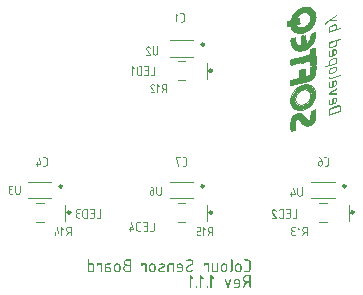
<source format=gbo>
G04*
G04 #@! TF.GenerationSoftware,Altium Limited,Altium Designer,19.1.8 (144)*
G04*
G04 Layer_Color=32896*
%FSAX43Y43*%
%MOMM*%
G71*
G01*
G75*
%ADD12C,0.250*%
%ADD13C,0.100*%
G36*
X0125373Y0080515D02*
X0125373Y0080515D01*
X0125373Y0080515D01*
D01*
D02*
G37*
G36*
X0125623Y0080531D02*
X0125651Y0080531D01*
X0125680Y0080530D01*
X0125694Y0080529D01*
X0125704Y0080529D01*
X0125726Y0080527D01*
X0125747Y0080524D01*
X0125768Y0080520D01*
X0125778Y0080518D01*
X0125793Y0080515D01*
X0125822Y0080508D01*
X0125851Y0080500D01*
X0125880Y0080491D01*
X0125894Y0080486D01*
X0125894Y0080486D01*
X0125907Y0080481D01*
X0125934Y0080471D01*
X0125960Y0080460D01*
X0125986Y0080448D01*
X0125999Y0080441D01*
X0125999D01*
Y0080441D01*
X0126011Y0080435D01*
X0126035Y0080421D01*
X0126059Y0080407D01*
X0126083Y0080391D01*
X0126094Y0080383D01*
Y0080383D01*
D01*
X0126094Y0080383D01*
X0126094Y0080383D01*
X0126105Y0080375D01*
X0126128Y0080357D01*
X0126150Y0080339D01*
X0126171Y0080320D01*
X0126181Y0080311D01*
Y0080311D01*
X0126193Y0080299D01*
X0126216Y0080275D01*
X0126239Y0080251D01*
X0126260Y0080225D01*
X0126270Y0080212D01*
X0126280Y0080198D01*
X0126298Y0080171D01*
X0126316Y0080143D01*
X0126333Y0080114D01*
X0126340Y0080100D01*
X0126340D01*
X0126348Y0080085D01*
X0126362Y0080054D01*
X0126375Y0080023D01*
X0126387Y0079992D01*
X0126392Y0079976D01*
X0126398Y0079959D01*
X0126407Y0079926D01*
X0126416Y0079892D01*
X0126423Y0079858D01*
X0126426Y0079841D01*
X0126426Y0079841D01*
X0126427Y0079833D01*
X0126430Y0079816D01*
X0126432Y0079800D01*
X0126433Y0079783D01*
X0126434Y0079775D01*
X0126435Y0079765D01*
X0126436Y0079745D01*
X0126437Y0079725D01*
X0126438Y0079705D01*
X0126439Y0079695D01*
X0126439Y0079695D01*
X0126439Y0079685D01*
X0126439Y0079665D01*
X0126440Y0079645D01*
X0126440Y0079625D01*
X0126439Y0079616D01*
X0126439Y0079607D01*
X0126439Y0079591D01*
X0126438Y0079574D01*
X0126436Y0079558D01*
X0126436Y0079549D01*
Y0079549D01*
X0126433Y0079529D01*
X0126428Y0079488D01*
X0126421Y0079448D01*
X0126412Y0079408D01*
X0126408Y0079388D01*
Y0079388D01*
X0126402Y0079367D01*
X0126391Y0079326D01*
X0126378Y0079285D01*
X0126365Y0079244D01*
X0126357Y0079224D01*
X0126357D01*
Y0079224D01*
X0126350Y0079204D01*
X0126333Y0079163D01*
X0126316Y0079124D01*
X0126297Y0079084D01*
X0126287Y0079065D01*
Y0079065D01*
X0126287Y0079065D01*
X0126287Y0079065D01*
X0126287Y0079064D01*
X0126287Y0079064D01*
X0126287Y0079064D01*
X0126287D01*
X0126277Y0079045D01*
X0126257Y0079007D01*
X0126235Y0078970D01*
X0126212Y0078933D01*
X0126200Y0078915D01*
X0126200Y0078915D01*
X0126200Y0078915D01*
X0126180Y0078884D01*
X0126136Y0078824D01*
X0126089Y0078767D01*
X0126040Y0078711D01*
X0126014Y0078684D01*
X0126014D01*
X0126014Y0078684D01*
X0126014Y0078684D01*
X0126014Y0078684D01*
X0126014Y0078684D01*
X0126014Y0078684D01*
X0125988Y0078657D01*
X0125934Y0078607D01*
X0125878Y0078559D01*
X0125820Y0078514D01*
X0125790Y0078492D01*
X0125760Y0078472D01*
X0125699Y0078433D01*
X0125636Y0078397D01*
X0125572Y0078364D01*
X0125539Y0078349D01*
X0125539Y0078349D01*
X0125507Y0078335D01*
X0125441Y0078310D01*
X0125375Y0078288D01*
X0125307Y0078269D01*
X0125272Y0078262D01*
Y0078262D01*
X0125271Y0078262D01*
X0125268Y0078261D01*
X0125266Y0078261D01*
X0125263Y0078261D01*
X0125257D01*
X0125247Y0078263D01*
X0125238Y0078266D01*
X0125230Y0078272D01*
X0125227Y0078275D01*
Y0078275D01*
X0125224Y0078270D01*
X0125215Y0078261D01*
X0125205Y0078254D01*
X0125193Y0078250D01*
X0125187Y0078249D01*
X0125174Y0078248D01*
X0125148Y0078246D01*
X0125121Y0078244D01*
X0125095Y0078243D01*
X0125082Y0078243D01*
X0125076Y0078243D01*
X0125065Y0078243D01*
X0125053Y0078242D01*
X0125042Y0078242D01*
X0125029D01*
X0125014Y0078242D01*
X0125000Y0078243D01*
X0124985Y0078243D01*
X0124978Y0078243D01*
Y0078243D01*
X0124967Y0078244D01*
X0124945Y0078245D01*
X0124924Y0078247D01*
X0124902Y0078250D01*
X0124892Y0078252D01*
X0124892Y0078252D01*
X0124869Y0078255D01*
X0124823Y0078265D01*
X0124778Y0078277D01*
X0124734Y0078291D01*
X0124712Y0078300D01*
X0124712Y0078300D01*
X0124712Y0078300D01*
X0124691Y0078308D01*
X0124649Y0078327D01*
X0124609Y0078348D01*
X0124570Y0078371D01*
X0124551Y0078384D01*
X0124532Y0078397D01*
X0124497Y0078425D01*
X0124463Y0078454D01*
X0124430Y0078486D01*
X0124415Y0078503D01*
Y0078503D01*
X0124400Y0078520D01*
X0124371Y0078555D01*
X0124344Y0078593D01*
X0124319Y0078631D01*
X0124307Y0078651D01*
X0124304Y0078657D01*
X0124297Y0078670D01*
X0124290Y0078682D01*
X0124284Y0078695D01*
X0124281Y0078702D01*
X0124281Y0078702D01*
X0124278Y0078708D01*
X0124272Y0078721D01*
X0124267Y0078734D01*
X0124261Y0078747D01*
X0124259Y0078754D01*
Y0078754D01*
X0124257Y0078759D01*
X0124253Y0078771D01*
X0124249Y0078782D01*
X0124245Y0078793D01*
X0124243Y0078799D01*
X0124243Y0078799D01*
X0124243Y0078799D01*
X0124243Y0078799D01*
X0124243Y0078800D01*
X0124243Y0078800D01*
X0124243Y0078800D01*
X0124240Y0078810D01*
X0124241Y0078829D01*
X0124248Y0078848D01*
X0124260Y0078863D01*
X0124269Y0078868D01*
X0124269Y0078868D01*
X0124269Y0078868D01*
D01*
X0124269D01*
X0124269Y0078868D01*
X0124269D01*
X0124269Y0078868D01*
X0124269D01*
X0124269Y0078868D01*
X0124269D01*
X0124269Y0078868D01*
X0124271Y0078869D01*
X0124276Y0078872D01*
X0124281Y0078874D01*
X0124285Y0078875D01*
X0124288Y0078876D01*
X0124288Y0078876D01*
X0124296Y0078878D01*
X0124313Y0078882D01*
X0124329Y0078887D01*
X0124346Y0078891D01*
X0124354Y0078893D01*
X0124363Y0078896D01*
X0124382Y0078900D01*
X0124401Y0078905D01*
X0124419Y0078910D01*
X0124429Y0078912D01*
X0124440Y0078915D01*
X0124462Y0078921D01*
X0124484Y0078926D01*
X0124506Y0078932D01*
X0124516Y0078935D01*
X0124517Y0078935D01*
X0124517Y0078935D01*
X0124517Y0078935D01*
X0124517Y0078935D01*
X0124517Y0078935D01*
X0124743Y0078991D01*
X0124743D01*
X0124743Y0078991D01*
X0124743Y0078991D01*
X0124743Y0078991D01*
X0124743Y0078991D01*
X0124743Y0078991D01*
X0124743Y0078991D01*
D01*
X0124743Y0078991D01*
X0124743Y0078991D01*
X0124796Y0078972D01*
X0124791Y0078978D01*
X0124780Y0078987D01*
X0124766Y0078992D01*
X0124751Y0078992D01*
X0124743Y0078991D01*
X0124743Y0078991D01*
X0124743Y0078991D01*
X0124743Y0078991D01*
X0124743Y0078991D01*
X0124743D01*
X0124743Y0078991D01*
X0124743Y0078991D01*
X0124743Y0078991D01*
X0124743Y0078991D01*
X0124743Y0078991D01*
X0124743Y0078991D01*
X0124751Y0078993D01*
X0124766Y0078992D01*
X0124780Y0078987D01*
X0124792Y0078978D01*
X0124796Y0078972D01*
X0124797Y0078971D01*
X0124796Y0078972D01*
X0124796Y0078972D01*
X0124796Y0078972D01*
X0124796Y0078972D01*
X0124797Y0078972D01*
X0124797Y0078971D01*
X0124809Y0078954D01*
Y0078954D01*
X0124809Y0078953D01*
X0124810Y0078953D01*
X0124810Y0078953D01*
X0124810Y0078953D01*
X0124810Y0078953D01*
X0124810Y0078953D01*
X0124817Y0078943D01*
X0124832Y0078925D01*
X0124849Y0078907D01*
X0124866Y0078890D01*
X0124875Y0078882D01*
X0124875Y0078882D01*
X0124875Y0078882D01*
X0124875Y0078882D01*
X0124875Y0078882D01*
X0124875Y0078882D01*
X0124875Y0078882D01*
X0124875Y0078882D01*
X0124876Y0078882D01*
X0124876Y0078882D01*
X0124885Y0078874D01*
X0124904Y0078860D01*
X0124924Y0078847D01*
X0124945Y0078835D01*
X0124955Y0078830D01*
X0124955Y0078830D01*
X0124955Y0078830D01*
X0124955Y0078830D01*
X0124956Y0078830D01*
X0124956Y0078830D01*
X0124967Y0078825D01*
X0124990Y0078815D01*
X0125013Y0078807D01*
X0125037Y0078801D01*
X0125049Y0078798D01*
X0125049Y0078798D01*
X0125049Y0078798D01*
X0125049Y0078798D01*
X0125049D01*
X0125049Y0078798D01*
X0125049Y0078798D01*
X0125049Y0078798D01*
X0125049Y0078798D01*
X0125049Y0078798D01*
X0125049Y0078798D01*
X0125049Y0078798D01*
X0125049Y0078798D01*
X0125049Y0078798D01*
X0125049Y0078798D01*
X0125049Y0078798D01*
X0125049Y0078798D01*
X0125049Y0078798D01*
X0125049Y0078798D01*
X0125049Y0078798D01*
X0125049Y0078798D01*
X0125049Y0078798D01*
X0125049Y0078798D01*
Y0078798D01*
X0125062Y0078795D01*
X0125089Y0078791D01*
X0125115Y0078788D01*
X0125142Y0078787D01*
X0125155Y0078787D01*
X0125165Y0078787D01*
X0125184Y0078787D01*
X0125203Y0078788D01*
X0125222Y0078790D01*
X0125231Y0078791D01*
X0125231Y0078791D01*
X0125231Y0078791D01*
X0125232Y0078791D01*
X0125232Y0078791D01*
X0125232Y0078791D01*
X0125241Y0078792D01*
X0125259Y0078795D01*
X0125276Y0078798D01*
X0125294Y0078802D01*
X0125303Y0078805D01*
X0125303Y0078805D01*
X0125303Y0078805D01*
X0125303Y0078805D01*
X0125303Y0078805D01*
X0125303Y0078805D01*
X0125312Y0078807D01*
X0125330Y0078812D01*
X0125348Y0078818D01*
X0125366Y0078825D01*
X0125375Y0078828D01*
X0125375Y0078828D01*
X0125375Y0078828D01*
X0125375Y0078829D01*
X0125375Y0078829D01*
X0125375Y0078829D01*
X0125375D01*
Y0078829D01*
X0125375Y0078829D01*
X0125375Y0078829D01*
X0125376Y0078829D01*
X0125376Y0078829D01*
X0125376Y0078829D01*
Y0078829D01*
X0125375Y0078829D01*
X0125375Y0078829D01*
X0125375Y0078829D01*
X0125375Y0078829D01*
X0125376Y0078829D01*
X0125376Y0078829D01*
X0125376Y0078829D01*
X0125376Y0078829D01*
X0125386Y0078833D01*
X0125406Y0078842D01*
X0125427Y0078851D01*
X0125447Y0078861D01*
X0125457Y0078866D01*
Y0078866D01*
X0125457Y0078866D01*
X0125457Y0078866D01*
X0125457Y0078866D01*
X0125457Y0078866D01*
X0125457Y0078866D01*
Y0078866D01*
X0125478Y0078877D01*
X0125519Y0078901D01*
X0125559Y0078928D01*
X0125596Y0078957D01*
X0125614Y0078972D01*
X0125614Y0078972D01*
X0125615Y0078972D01*
X0125615Y0078973D01*
X0125615Y0078973D01*
X0125615Y0078973D01*
X0125633Y0078989D01*
X0125669Y0079024D01*
X0125702Y0079060D01*
X0125734Y0079098D01*
X0125749Y0079118D01*
X0125749Y0079118D01*
X0125749Y0079118D01*
X0125749Y0079118D01*
X0125749Y0079118D01*
X0125749Y0079118D01*
X0125749Y0079118D01*
X0125763Y0079138D01*
X0125790Y0079179D01*
X0125815Y0079222D01*
X0125837Y0079266D01*
X0125847Y0079288D01*
X0125856Y0079310D01*
X0125872Y0079353D01*
X0125885Y0079397D01*
X0125895Y0079442D01*
X0125899Y0079465D01*
X0125899Y0079465D01*
X0125899Y0079465D01*
X0125899Y0079465D01*
X0125899Y0079465D01*
X0125899Y0079465D01*
X0125900Y0079472D01*
X0125901Y0079485D01*
X0125902Y0079498D01*
X0125903Y0079512D01*
X0125903Y0079518D01*
X0125903Y0079519D01*
Y0079519D01*
X0125903Y0079519D01*
Y0079519D01*
X0125903Y0079519D01*
Y0079519D01*
Y0079519D01*
X0125903Y0079527D01*
X0125903Y0079544D01*
X0125903Y0079561D01*
X0125902Y0079578D01*
X0125902Y0079587D01*
X0125902D01*
Y0079587D01*
X0125902D01*
X0125902Y0079587D01*
X0125902Y0079587D01*
X0125902Y0079587D01*
X0125902Y0079587D01*
X0125902Y0079587D01*
X0125902Y0079587D01*
X0125901Y0079595D01*
X0125900Y0079612D01*
X0125898Y0079628D01*
X0125896Y0079644D01*
X0125895Y0079652D01*
X0125894Y0079658D01*
X0125892Y0079670D01*
X0125889Y0079682D01*
X0125886Y0079693D01*
X0125884Y0079699D01*
X0125884Y0079699D01*
X0125884Y0079699D01*
X0125884Y0079699D01*
X0125884Y0079699D01*
X0125884Y0079699D01*
X0125884Y0079699D01*
Y0079699D01*
X0125879Y0079715D01*
X0125866Y0079746D01*
X0125852Y0079775D01*
X0125836Y0079804D01*
X0125827Y0079818D01*
Y0079818D01*
X0125827Y0079818D01*
X0125827Y0079818D01*
X0125827Y0079818D01*
X0125827Y0079818D01*
X0125827Y0079818D01*
X0125818Y0079830D01*
X0125799Y0079854D01*
X0125778Y0079876D01*
X0125756Y0079896D01*
X0125744Y0079906D01*
X0125744D01*
X0125744Y0079906D01*
X0125744Y0079906D01*
X0125744Y0079906D01*
X0125743Y0079906D01*
X0125743Y0079906D01*
X0125731Y0079915D01*
X0125706Y0079931D01*
X0125679Y0079945D01*
X0125651Y0079957D01*
X0125637Y0079962D01*
X0125637Y0079962D01*
X0125637Y0079962D01*
X0125637Y0079962D01*
X0125637Y0079962D01*
X0125636Y0079962D01*
X0125636Y0079962D01*
X0125620Y0079967D01*
X0125588Y0079976D01*
X0125556Y0079982D01*
X0125523Y0079986D01*
X0125506Y0079987D01*
X0125506Y0079987D01*
X0125506Y0079987D01*
X0125506Y0079987D01*
X0125506Y0079987D01*
X0125506Y0079987D01*
X0125506Y0079987D01*
X0125506D01*
X0125496Y0079987D01*
X0125476Y0079987D01*
X0125456Y0079987D01*
X0125437Y0079986D01*
X0125427Y0079986D01*
X0125427Y0079986D01*
X0125427Y0079986D01*
X0125427Y0079986D01*
X0125427Y0079986D01*
X0125426Y0079986D01*
X0125426D01*
X0125426D01*
X0125426D01*
X0125426Y0079986D01*
X0125426Y0079986D01*
X0125417Y0079985D01*
X0125399Y0079983D01*
X0125381Y0079980D01*
X0125363Y0079977D01*
X0125354Y0079975D01*
X0125354Y0079975D01*
X0125354Y0079975D01*
X0125353Y0079975D01*
X0125353Y0079975D01*
X0125353Y0079975D01*
X0125353Y0079975D01*
X0125344Y0079973D01*
X0125326Y0079969D01*
X0125308Y0079964D01*
X0125290Y0079958D01*
X0125281Y0079955D01*
X0125281Y0079955D01*
X0125281Y0079955D01*
X0125280Y0079955D01*
X0125280Y0079955D01*
X0125280Y0079955D01*
X0125270Y0079951D01*
X0125251Y0079944D01*
X0125232Y0079936D01*
X0125213Y0079927D01*
X0125203Y0079923D01*
X0125203Y0079923D01*
X0125203Y0079923D01*
X0125203Y0079923D01*
X0125203Y0079923D01*
X0125203Y0079923D01*
Y0079923D01*
X0125187Y0079915D01*
X0125157Y0079899D01*
X0125127Y0079881D01*
X0125097Y0079861D01*
X0125083Y0079851D01*
X0125083Y0079851D01*
X0125083Y0079851D01*
X0125083Y0079851D01*
X0125083Y0079851D01*
X0125083Y0079851D01*
X0125083Y0079851D01*
X0125083Y0079851D01*
X0125083Y0079851D01*
X0125068Y0079840D01*
X0125039Y0079816D01*
X0125010Y0079792D01*
X0124983Y0079766D01*
X0124970Y0079753D01*
X0124970D01*
X0124970Y0079753D01*
X0124969Y0079753D01*
X0124969Y0079753D01*
X0124969Y0079753D01*
X0124969Y0079752D01*
X0124956Y0079739D01*
X0124930Y0079711D01*
X0124906Y0079682D01*
X0124882Y0079652D01*
X0124871Y0079637D01*
X0124871Y0079637D01*
Y0079637D01*
X0124871Y0079637D01*
X0124871Y0079636D01*
X0124871Y0079636D01*
X0124871Y0079636D01*
X0124871Y0079636D01*
X0124864Y0079626D01*
X0124850Y0079605D01*
X0124836Y0079583D01*
X0124824Y0079562D01*
X0124818Y0079551D01*
X0124818Y0079551D01*
X0124822Y0079552D01*
X0124829Y0079553D01*
X0124836Y0079555D01*
X0124844Y0079557D01*
X0124848Y0079558D01*
X0124848Y0079558D01*
X0124854Y0079560D01*
X0124867Y0079563D01*
X0124880Y0079566D01*
X0124893Y0079570D01*
X0124899Y0079571D01*
X0124899Y0079571D01*
X0124899Y0079571D01*
X0124899Y0079571D01*
X0124900Y0079571D01*
X0124900Y0079571D01*
X0124900Y0079571D01*
X0124905Y0079573D01*
X0124916Y0079576D01*
X0124928Y0079578D01*
X0124939Y0079581D01*
X0124944Y0079582D01*
Y0079582D01*
X0124944Y0079582D01*
X0124945Y0079582D01*
X0124945Y0079582D01*
X0124945Y0079582D01*
X0124945Y0079582D01*
X0124945Y0079582D01*
X0124950Y0079583D01*
X0124959Y0079586D01*
X0124969Y0079588D01*
X0124979Y0079590D01*
X0124984Y0079591D01*
Y0079591D01*
X0124986Y0079592D01*
X0124991Y0079593D01*
X0124995Y0079593D01*
X0125000Y0079594D01*
X0125003Y0079594D01*
X0125003Y0079594D01*
X0125003D01*
X0125013Y0079594D01*
X0125032Y0079587D01*
X0125047Y0079574D01*
X0125058Y0079556D01*
X0125059Y0079546D01*
X0125060Y0079543D01*
X0125061Y0079535D01*
X0125062Y0079527D01*
X0125063Y0079520D01*
X0125063Y0079516D01*
X0125063Y0079510D01*
X0125064Y0079497D01*
X0125064Y0079485D01*
X0125064Y0079472D01*
X0125064Y0079466D01*
Y0079466D01*
X0125064Y0079451D01*
X0125064Y0079420D01*
X0125064Y0079389D01*
X0125065Y0079359D01*
X0125065Y0079343D01*
X0125065Y0079334D01*
X0125064Y0079314D01*
X0125064Y0079295D01*
X0125064Y0079276D01*
X0125064Y0079266D01*
X0125064Y0079266D01*
X0125064Y0079266D01*
X0125064Y0079258D01*
X0125064Y0079242D01*
X0125064Y0079225D01*
X0125064Y0079208D01*
X0125064Y0079200D01*
X0125064D01*
Y0079200D01*
X0125064Y0079200D01*
Y0079200D01*
Y0079200D01*
Y0079200D01*
X0125064Y0079143D01*
Y0079143D01*
X0125064D01*
X0125064Y0079143D01*
X0125064Y0079142D01*
X0125063Y0079141D01*
X0125063Y0079140D01*
X0125063Y0079139D01*
X0125063Y0079131D01*
X0125056Y0079116D01*
X0125045Y0079103D01*
X0125030Y0079095D01*
X0125022Y0079094D01*
X0125022Y0079094D01*
X0125022Y0079094D01*
X0124871Y0079055D01*
X0124871Y0079055D01*
X0124871Y0079055D01*
X0124871Y0079055D01*
X0124871Y0079055D01*
X0124871Y0079055D01*
X0124871Y0079055D01*
Y0079055D01*
X0124871Y0079055D01*
X0124871Y0079055D01*
X0124871Y0079055D01*
X0124871Y0079055D01*
X0124703Y0079013D01*
X0124702Y0079013D01*
X0124702Y0079013D01*
X0124702Y0079013D01*
X0124702Y0079013D01*
X0124702Y0079013D01*
X0124702Y0079013D01*
X0124702Y0079013D01*
X0124503Y0078962D01*
X0124503Y0078962D01*
X0124503Y0078962D01*
X0124503Y0078962D01*
X0124503Y0078962D01*
X0124503Y0078962D01*
X0123982Y0078830D01*
X0123982Y0078830D01*
X0123982Y0078830D01*
X0123980Y0078830D01*
X0123977Y0078829D01*
X0123974Y0078829D01*
X0123971Y0078828D01*
X0123960D01*
X0123941Y0078836D01*
X0123927Y0078850D01*
X0123919Y0078869D01*
X0123919Y0078879D01*
X0123918Y0079275D01*
X0123918Y0079275D01*
X0123917Y0079276D01*
X0123917Y0079278D01*
X0123917Y0079281D01*
X0123917Y0079283D01*
X0123917Y0079284D01*
X0123917Y0079294D01*
X0123925Y0079312D01*
X0123939Y0079327D01*
X0123958Y0079334D01*
X0123968Y0079334D01*
X0124107Y0079370D01*
Y0079370D01*
X0124107Y0079370D01*
X0124108Y0079370D01*
X0124108Y0079370D01*
X0124108Y0079370D01*
X0124108Y0079370D01*
X0124229Y0079402D01*
Y0079402D01*
X0124229Y0079402D01*
X0124229D01*
X0124230Y0079404D01*
X0124231Y0079408D01*
X0124232Y0079413D01*
X0124234Y0079417D01*
X0124234Y0079419D01*
X0124234Y0079419D01*
X0124234Y0079419D01*
X0124234Y0079419D01*
X0124234Y0079419D01*
X0124235Y0079420D01*
X0124235D01*
X0124235Y0079420D01*
X0124234Y0079420D01*
X0124234Y0079419D01*
X0124234Y0079419D01*
X0124234Y0079419D01*
X0124234Y0079420D01*
X0124235Y0079420D01*
X0124235Y0079420D01*
X0124235Y0079420D01*
Y0079420D01*
X0124236Y0079423D01*
X0124237Y0079430D01*
X0124239Y0079436D01*
X0124241Y0079443D01*
X0124242Y0079446D01*
X0124242Y0079446D01*
X0124242D01*
X0124256Y0079495D01*
X0124290Y0079590D01*
X0124331Y0079682D01*
X0124378Y0079772D01*
X0124405Y0079815D01*
X0124405Y0079815D01*
X0124433Y0079859D01*
X0124493Y0079944D01*
X0124559Y0080025D01*
X0124630Y0080101D01*
X0124668Y0080137D01*
X0124668Y0080137D01*
X0124668D01*
X0124706Y0080172D01*
X0124786Y0080238D01*
X0124869Y0080299D01*
X0124957Y0080355D01*
X0125002Y0080379D01*
X0125002Y0080379D01*
X0125046Y0080403D01*
X0125136Y0080444D01*
X0125229Y0080478D01*
X0125324Y0080505D01*
X0125373Y0080515D01*
X0125373Y0080515D01*
X0125373Y0080515D01*
X0125373Y0080515D01*
X0125373Y0080515D01*
X0125373Y0080515D01*
X0125373Y0080515D01*
X0125373Y0080515D01*
X0125373Y0080515D01*
X0125373Y0080515D01*
X0125373Y0080515D01*
X0125373Y0080515D01*
Y0080515D01*
X0125373D01*
X0125384Y0080517D01*
X0125407Y0080521D01*
X0125430Y0080524D01*
X0125453Y0080526D01*
X0125464Y0080527D01*
X0125464D01*
X0125479Y0080528D01*
X0125508Y0080529D01*
X0125537Y0080531D01*
X0125566Y0080531D01*
X0125580Y0080531D01*
X0125580D01*
X0125594Y0080532D01*
X0125623Y0080531D01*
D02*
G37*
G36*
X0124503Y0078962D02*
X0124503Y0078962D01*
X0124503Y0078962D01*
X0124503Y0078962D01*
X0124503Y0078962D01*
X0124503Y0078962D01*
X0124503Y0078962D01*
X0124503Y0078962D01*
X0124503Y0078962D01*
Y0078962D01*
D02*
G37*
G36*
X0124955Y0078830D02*
X0124955Y0078830D01*
X0124956Y0078830D01*
Y0078830D01*
X0124956Y0078830D01*
X0124955Y0078830D01*
X0124955Y0078830D01*
X0124955Y0078830D01*
D02*
G37*
G36*
X0126365Y0078312D02*
X0126365Y0078307D01*
X0126365Y0078299D01*
X0126366Y0078290D01*
X0126366Y0078281D01*
X0126366Y0078277D01*
X0126366D01*
X0126366Y0078269D01*
X0126366Y0078254D01*
X0126366Y0078238D01*
X0126366Y0078222D01*
X0126366Y0078215D01*
X0126366Y0078208D01*
X0126366Y0078195D01*
X0126365Y0078182D01*
X0126365Y0078169D01*
X0126365Y0078163D01*
X0126365D01*
X0126365Y0078156D01*
X0126365Y0078142D01*
X0126364Y0078129D01*
X0126364Y0078115D01*
X0126364Y0078108D01*
X0126364Y0078108D01*
Y0078108D01*
X0126363Y0078102D01*
X0126363Y0078089D01*
X0126363Y0078077D01*
X0126362Y0078065D01*
X0126362Y0078058D01*
X0126362Y0078054D01*
X0126361Y0078045D01*
X0126361Y0078037D01*
X0126360Y0078028D01*
X0126360Y0078024D01*
X0126360D01*
X0126358Y0077995D01*
X0126351Y0077937D01*
X0126341Y0077880D01*
X0126328Y0077823D01*
X0126320Y0077795D01*
X0126312Y0077766D01*
X0126293Y0077708D01*
X0126272Y0077651D01*
X0126248Y0077595D01*
X0126235Y0077568D01*
Y0077568D01*
X0126221Y0077540D01*
X0126192Y0077484D01*
X0126160Y0077431D01*
X0126126Y0077378D01*
X0126108Y0077353D01*
X0126090Y0077327D01*
X0126052Y0077278D01*
X0126012Y0077230D01*
X0125970Y0077184D01*
X0125947Y0077162D01*
X0125947Y0077162D01*
X0125947D01*
X0125915Y0077130D01*
X0125845Y0077068D01*
X0125772Y0077012D01*
X0125696Y0076960D01*
X0125656Y0076937D01*
X0125618Y0076914D01*
X0125537Y0076874D01*
X0125454Y0076839D01*
X0125369Y0076810D01*
X0125326Y0076799D01*
X0125286Y0076788D01*
X0125204Y0076773D01*
X0125121Y0076764D01*
X0125038Y0076761D01*
X0124996Y0076763D01*
X0124996D01*
X0124958Y0076765D01*
X0124884Y0076775D01*
X0124810Y0076794D01*
X0124739Y0076819D01*
X0124705Y0076835D01*
Y0076835D01*
X0124686Y0076844D01*
X0124651Y0076863D01*
X0124617Y0076884D01*
X0124584Y0076907D01*
X0124568Y0076920D01*
Y0076920D01*
X0124552Y0076932D01*
X0124522Y0076959D01*
X0124494Y0076987D01*
X0124467Y0077017D01*
X0124454Y0077033D01*
X0124454D01*
X0124441Y0077049D01*
X0124418Y0077082D01*
X0124396Y0077117D01*
X0124376Y0077153D01*
X0124367Y0077171D01*
X0124367D01*
X0124358Y0077190D01*
X0124341Y0077229D01*
X0124327Y0077269D01*
X0124314Y0077310D01*
X0124309Y0077330D01*
X0124309Y0077330D01*
Y0077330D01*
X0124307Y0077339D01*
X0124303Y0077355D01*
X0124300Y0077372D01*
X0124296Y0077389D01*
X0124295Y0077398D01*
X0124294Y0077407D01*
X0124291Y0077425D01*
X0124288Y0077444D01*
X0124286Y0077463D01*
X0124285Y0077472D01*
X0124285Y0077472D01*
X0124284Y0077483D01*
X0124282Y0077506D01*
X0124281Y0077529D01*
X0124280Y0077551D01*
X0124279Y0077563D01*
X0124278Y0077578D01*
X0124277Y0077608D01*
X0124276Y0077639D01*
X0124275Y0077669D01*
X0124275Y0077684D01*
X0124272Y0077822D01*
X0124295Y0077829D01*
Y0077829D01*
X0124302Y0077830D01*
X0124315Y0077834D01*
X0124328Y0077837D01*
X0124341Y0077840D01*
X0124347Y0077842D01*
X0124347Y0077842D01*
Y0077842D01*
X0124365Y0077846D01*
X0124402Y0077855D01*
X0124439Y0077864D01*
X0124476Y0077873D01*
X0124494Y0077877D01*
X0124657Y0077917D01*
X0124666Y0077916D01*
Y0077916D01*
X0124666Y0077911D01*
X0124667Y0077900D01*
X0124668Y0077889D01*
X0124669Y0077878D01*
X0124669Y0077873D01*
D01*
Y0077873D01*
X0124669Y0077873D01*
X0124669Y0077873D01*
X0124670Y0077866D01*
X0124671Y0077854D01*
X0124672Y0077841D01*
X0124673Y0077829D01*
X0124673Y0077823D01*
X0124673Y0077815D01*
X0124674Y0077801D01*
X0124675Y0077786D01*
X0124676Y0077771D01*
X0124676Y0077764D01*
X0124676Y0077764D01*
X0124676Y0077755D01*
X0124677Y0077739D01*
X0124678Y0077722D01*
X0124679Y0077706D01*
X0124680Y0077697D01*
X0124680D01*
X0124680Y0077690D01*
X0124681Y0077676D01*
X0124682Y0077661D01*
X0124684Y0077647D01*
X0124684Y0077639D01*
X0124685Y0077634D01*
X0124686Y0077622D01*
X0124687Y0077610D01*
X0124688Y0077599D01*
X0124689Y0077593D01*
X0124690Y0077589D01*
X0124691Y0077582D01*
X0124692Y0077576D01*
X0124693Y0077569D01*
X0124694Y0077565D01*
D01*
Y0077565D01*
X0124694D01*
X0124694Y0077565D01*
X0124695Y0077559D01*
X0124699Y0077547D01*
X0124702Y0077535D01*
X0124706Y0077524D01*
X0124709Y0077518D01*
X0124711Y0077511D01*
X0124717Y0077497D01*
X0124723Y0077483D01*
X0124729Y0077470D01*
X0124732Y0077463D01*
X0124736Y0077456D01*
X0124743Y0077443D01*
X0124750Y0077430D01*
X0124757Y0077417D01*
X0124761Y0077410D01*
X0124761D01*
Y0077410D01*
X0124764Y0077405D01*
X0124770Y0077395D01*
X0124777Y0077384D01*
X0124785Y0077375D01*
X0124788Y0077370D01*
Y0077370D01*
X0124795Y0077362D01*
X0124809Y0077346D01*
X0124824Y0077331D01*
X0124840Y0077317D01*
X0124848Y0077311D01*
X0124848Y0077311D01*
X0124857Y0077304D01*
X0124876Y0077291D01*
X0124895Y0077278D01*
X0124915Y0077267D01*
X0124925Y0077262D01*
X0124935Y0077257D01*
X0124956Y0077247D01*
X0124978Y0077238D01*
X0125000Y0077230D01*
X0125011Y0077227D01*
X0125011Y0077227D01*
X0125022Y0077224D01*
X0125044Y0077218D01*
X0125067Y0077214D01*
X0125090Y0077210D01*
X0125101Y0077209D01*
X0125141Y0077205D01*
X0125141Y0077615D01*
Y0077647D01*
X0125141Y0077710D01*
X0125141Y0077773D01*
X0125141Y0077837D01*
X0125141Y0077868D01*
X0125141Y0077880D01*
X0125142Y0077905D01*
X0125142Y0077929D01*
X0125142Y0077953D01*
X0125143Y0077965D01*
Y0077965D01*
X0125143Y0077972D01*
X0125143Y0077985D01*
X0125144Y0077999D01*
X0125145Y0078012D01*
X0125145Y0078019D01*
X0125152Y0078028D01*
X0125160Y0078031D01*
X0125176Y0078035D01*
X0125192Y0078040D01*
X0125207Y0078044D01*
X0125215Y0078047D01*
Y0078047D01*
X0125232Y0078051D01*
X0125267Y0078061D01*
X0125301Y0078070D01*
X0125335Y0078080D01*
X0125352Y0078084D01*
X0125352Y0078084D01*
X0125505Y0078126D01*
X0125519Y0078123D01*
X0125519Y0078123D01*
X0125519Y0078113D01*
X0125519Y0078093D01*
X0125520Y0078074D01*
X0125520Y0078054D01*
X0125521Y0078044D01*
X0125521D01*
X0125521Y0078044D01*
X0125521Y0078030D01*
X0125521Y0078001D01*
X0125522Y0077973D01*
X0125522Y0077944D01*
X0125522Y0077930D01*
X0125522Y0077904D01*
X0125522Y0077851D01*
X0125522Y0077799D01*
X0125522Y0077747D01*
X0125522Y0077721D01*
Y0077314D01*
X0125540Y0077325D01*
X0125540Y0077325D01*
X0125554Y0077334D01*
X0125582Y0077354D01*
X0125609Y0077374D01*
X0125635Y0077395D01*
X0125648Y0077406D01*
X0125661Y0077418D01*
X0125687Y0077443D01*
X0125712Y0077468D01*
X0125736Y0077494D01*
X0125748Y0077508D01*
X0125748Y0077508D01*
X0125759Y0077521D01*
X0125781Y0077549D01*
X0125802Y0077578D01*
X0125822Y0077607D01*
X0125832Y0077622D01*
X0125832Y0077622D01*
X0125841Y0077636D01*
X0125858Y0077665D01*
X0125873Y0077695D01*
X0125888Y0077725D01*
X0125894Y0077741D01*
X0125894Y0077741D01*
X0125898Y0077750D01*
X0125906Y0077768D01*
X0125912Y0077787D01*
X0125919Y0077805D01*
X0125922Y0077814D01*
X0125922Y0077814D01*
X0125925Y0077822D01*
X0125929Y0077839D01*
X0125934Y0077855D01*
X0125937Y0077872D01*
X0125939Y0077880D01*
X0125939D01*
X0125941Y0077890D01*
X0125944Y0077909D01*
X0125946Y0077929D01*
X0125948Y0077948D01*
X0125949Y0077958D01*
X0125949Y0077958D01*
Y0077958D01*
X0125950Y0077973D01*
X0125952Y0078002D01*
X0125954Y0078032D01*
X0125955Y0078061D01*
X0125956Y0078076D01*
X0125963Y0078237D01*
X0126157Y0078287D01*
Y0078287D01*
X0126166Y0078289D01*
X0126185Y0078294D01*
X0126204Y0078299D01*
X0126222Y0078304D01*
X0126232Y0078306D01*
X0126232D01*
X0126240Y0078308D01*
X0126256Y0078312D01*
X0126272Y0078316D01*
X0126288Y0078320D01*
X0126296Y0078322D01*
X0126296Y0078322D01*
X0126303Y0078324D01*
X0126317Y0078327D01*
X0126331Y0078331D01*
X0126345Y0078334D01*
X0126352Y0078336D01*
X0126365Y0078312D01*
D02*
G37*
G36*
X0126389Y0077052D02*
X0126405Y0077036D01*
X0126413Y0077016D01*
X0126414Y0077005D01*
X0126414Y0076991D01*
X0126414Y0076965D01*
X0126415Y0076938D01*
X0126415Y0076911D01*
X0126415Y0076898D01*
X0126415Y0076898D01*
X0126416Y0076876D01*
X0126416Y0076834D01*
X0126417Y0076791D01*
X0126417Y0076748D01*
X0126417Y0076727D01*
Y0076727D01*
X0126417Y0076678D01*
X0126417Y0076581D01*
X0126417Y0076483D01*
X0126417Y0076386D01*
X0126417Y0076337D01*
X0126417Y0076337D01*
Y0076337D01*
Y0076337D01*
X0126417Y0076337D01*
Y0076337D01*
X0126417Y0075664D01*
Y0075656D01*
X0126412Y0075640D01*
X0126401Y0075627D01*
X0126388Y0075617D01*
X0126380Y0075615D01*
X0126356Y0075609D01*
X0126356Y0075609D01*
X0126356Y0075609D01*
X0126356Y0075609D01*
X0126356Y0075609D01*
X0126356Y0075609D01*
X0126356Y0075609D01*
X0126356Y0075609D01*
X0126354Y0075608D01*
X0126349Y0075607D01*
X0126345Y0075606D01*
X0126341Y0075605D01*
X0126339Y0075605D01*
X0126339Y0075605D01*
X0126338Y0075604D01*
X0126289Y0075592D01*
X0126289Y0075592D01*
X0126289Y0075592D01*
X0126289Y0075592D01*
X0126289Y0075592D01*
X0126289Y0075592D01*
X0126289Y0075592D01*
X0126281Y0075590D01*
X0126266Y0075587D01*
X0126252Y0075583D01*
X0126237Y0075579D01*
X0126229Y0075577D01*
X0126229Y0075577D01*
X0126229D01*
X0126229Y0075577D01*
X0126229D01*
X0126163Y0075561D01*
X0126163Y0075561D01*
X0126163Y0075561D01*
X0126163Y0075561D01*
X0126163Y0075561D01*
X0126163Y0075561D01*
X0126163Y0075561D01*
X0126155Y0075559D01*
X0126138Y0075555D01*
X0126122Y0075551D01*
X0126106Y0075546D01*
X0126098Y0075544D01*
X0126096Y0075544D01*
X0126093Y0075543D01*
X0126090Y0075543D01*
X0126087Y0075543D01*
X0126083D01*
X0126078Y0075543D01*
X0126074Y0075544D01*
X0126069Y0075546D01*
X0126067Y0075546D01*
Y0075546D01*
X0126065Y0075543D01*
X0126059Y0075538D01*
X0126052Y0075534D01*
X0126045Y0075531D01*
X0126041Y0075530D01*
X0125992Y0075518D01*
Y0075518D01*
X0125992Y0075518D01*
X0125992Y0075518D01*
X0125992Y0075518D01*
X0125992Y0075518D01*
X0125992Y0075518D01*
X0125992D01*
X0125992Y0075518D01*
X0125992D01*
X0125992Y0075518D01*
X0125991Y0075518D01*
X0125990Y0075517D01*
X0125988Y0075517D01*
X0125987Y0075516D01*
X0125986Y0075516D01*
X0125986Y0075516D01*
X0125986Y0075516D01*
X0125986Y0075516D01*
X0125986Y0075516D01*
X0125986Y0075516D01*
X0125984Y0075516D01*
X0125980Y0075515D01*
X0125976Y0075514D01*
X0125972Y0075514D01*
X0125960D01*
X0125941Y0075521D01*
X0125926Y0075534D01*
X0125916Y0075551D01*
X0125915Y0075561D01*
X0125915D01*
X0125914Y0075565D01*
X0125913Y0075573D01*
X0125912Y0075581D01*
X0125912Y0075589D01*
X0125912Y0075593D01*
X0125912Y0075593D01*
X0125911Y0075600D01*
X0125911Y0075614D01*
X0125910Y0075627D01*
X0125910Y0075641D01*
X0125910Y0075648D01*
Y0075648D01*
X0125910Y0075666D01*
X0125910Y0075701D01*
X0125910Y0075736D01*
X0125910Y0075772D01*
Y0075790D01*
X0125910Y0075790D01*
Y0075790D01*
Y0075790D01*
Y0075790D01*
X0125910Y0075790D01*
X0125910Y0075802D01*
X0125910Y0075827D01*
X0125910Y0075852D01*
X0125910Y0075877D01*
X0125910Y0075889D01*
Y0075889D01*
X0125910Y0075889D01*
Y0075889D01*
X0125910Y0075890D01*
Y0075890D01*
Y0075890D01*
X0125910Y0075890D01*
X0125909Y0075898D01*
X0125909Y0075915D01*
X0125909Y0075932D01*
X0125909Y0075948D01*
X0125908Y0075957D01*
X0125719Y0075910D01*
X0125719Y0075910D01*
Y0075910D01*
X0125686Y0075901D01*
X0125619Y0075885D01*
X0125552Y0075868D01*
X0125485Y0075851D01*
X0125452Y0075843D01*
X0125452D01*
X0125452Y0075843D01*
X0125452Y0075843D01*
X0125451Y0075843D01*
X0125451Y0075843D01*
X0125451Y0075843D01*
X0125451Y0075843D01*
X0125451Y0075843D01*
X0125451Y0075843D01*
X0125451Y0075843D01*
X0125451Y0075843D01*
X0125139Y0075765D01*
X0125135Y0075764D01*
X0125135Y0075764D01*
X0125135Y0075764D01*
X0125135Y0075764D01*
X0125134Y0075764D01*
X0125134Y0075764D01*
X0125134Y0075764D01*
X0125134Y0075764D01*
X0125095Y0075754D01*
X0125015Y0075734D01*
X0124936Y0075714D01*
X0124857Y0075695D01*
X0124817Y0075685D01*
X0124817Y0075685D01*
X0124817Y0075685D01*
X0124817Y0075685D01*
X0124817Y0075685D01*
X0124817Y0075685D01*
X0124817Y0075685D01*
X0124783Y0075676D01*
X0124716Y0075660D01*
X0124649Y0075643D01*
X0124582Y0075626D01*
X0124548Y0075618D01*
X0124548D01*
X0124307Y0075558D01*
X0124307D01*
Y0075558D01*
X0124307D01*
X0124307Y0075558D01*
X0124307Y0075558D01*
X0124307Y0075558D01*
X0124307Y0075558D01*
X0124307Y0075558D01*
X0124304Y0075558D01*
X0124299Y0075557D01*
X0124294Y0075556D01*
X0124290Y0075556D01*
X0124277D01*
X0124257Y0075564D01*
X0124242Y0075578D01*
X0124232Y0075596D01*
X0124231Y0075607D01*
Y0075607D01*
X0124231Y0075611D01*
X0124230Y0075619D01*
X0124230Y0075628D01*
X0124229Y0075636D01*
X0124229Y0075641D01*
X0124229Y0075641D01*
X0124229Y0075641D01*
X0124229Y0075641D01*
X0124229Y0075641D01*
X0124229Y0075641D01*
X0124229Y0075648D01*
X0124228Y0075662D01*
X0124228Y0075676D01*
X0124228Y0075691D01*
X0124228Y0075698D01*
X0124228Y0075713D01*
X0124228Y0075744D01*
X0124228Y0075775D01*
X0124229Y0075805D01*
X0124229Y0075821D01*
Y0075821D01*
X0124229Y0075821D01*
Y0075821D01*
Y0075821D01*
Y0075821D01*
X0124230Y0076035D01*
Y0076035D01*
X0124230Y0076043D01*
X0124236Y0076059D01*
X0124246Y0076072D01*
X0124260Y0076081D01*
X0124269Y0076084D01*
X0125108Y0076293D01*
X0125910Y0076492D01*
Y0076913D01*
Y0076913D01*
Y0076921D01*
X0125915Y0076937D01*
X0125926Y0076951D01*
X0125940Y0076960D01*
X0125948Y0076962D01*
X0126141Y0077010D01*
X0126141Y0077010D01*
X0126141Y0077010D01*
X0126142Y0077010D01*
X0126142Y0077010D01*
X0126142Y0077010D01*
X0126142Y0077010D01*
X0126142Y0077010D01*
X0126151Y0077013D01*
X0126170Y0077017D01*
X0126189Y0077022D01*
X0126207Y0077026D01*
X0126217Y0077029D01*
X0126217D01*
X0126225Y0077031D01*
X0126241Y0077035D01*
X0126257Y0077039D01*
X0126274Y0077043D01*
X0126282Y0077044D01*
X0126282Y0077044D01*
X0126282Y0077044D01*
X0126289Y0077046D01*
X0126303Y0077049D01*
X0126317Y0077053D01*
X0126331Y0077056D01*
X0126338Y0077058D01*
X0126338Y0077058D01*
X0126338Y0077058D01*
X0126338Y0077058D01*
X0126338Y0077058D01*
X0126338Y0077058D01*
X0126341Y0077058D01*
X0126345Y0077059D01*
X0126350Y0077060D01*
X0126355Y0077060D01*
X0126368D01*
X0126389Y0077052D01*
D02*
G37*
G36*
X0126399Y0075536D02*
X0126417Y0075510D01*
X0126417Y0075494D01*
X0126417D01*
X0126416Y0075233D01*
Y0075233D01*
Y0075233D01*
Y0075233D01*
Y0075233D01*
X0126416D01*
X0126416Y0075203D01*
X0126416Y0075145D01*
X0126415Y0075086D01*
X0126415Y0075028D01*
X0126415Y0074999D01*
X0126415D01*
X0126415Y0074988D01*
X0126414Y0074965D01*
X0126413Y0074943D01*
X0126411Y0074920D01*
X0126410Y0074909D01*
X0126410D01*
X0126408Y0074882D01*
X0126399Y0074827D01*
X0126386Y0074774D01*
X0126369Y0074721D01*
X0126358Y0074696D01*
X0126358D01*
X0126347Y0074670D01*
X0126322Y0074619D01*
X0126293Y0074569D01*
X0126262Y0074522D01*
X0126244Y0074500D01*
X0126227Y0074477D01*
X0126189Y0074434D01*
X0126148Y0074393D01*
X0126104Y0074355D01*
X0126081Y0074338D01*
X0126081Y0074338D01*
X0126059Y0074320D01*
X0126011Y0074289D01*
X0125962Y0074261D01*
X0125910Y0074237D01*
X0125884Y0074226D01*
X0125882Y0074225D01*
X0125877Y0074224D01*
X0125873Y0074223D01*
X0125868Y0074223D01*
X0125864D01*
X0125862Y0074223D01*
X0125859Y0074223D01*
X0125857Y0074223D01*
X0125855Y0074224D01*
Y0074224D01*
X0125853Y0074221D01*
X0125847Y0074216D01*
X0125841Y0074213D01*
X0125834Y0074210D01*
X0125831Y0074209D01*
X0125831D01*
X0125083Y0074019D01*
X0125083Y0074019D01*
X0125083D01*
X0124325Y0073827D01*
X0124325Y0073827D01*
X0124325Y0073827D01*
X0124325Y0073827D01*
X0124325Y0073827D01*
X0124325Y0073827D01*
X0124320Y0073826D01*
X0124311Y0073824D01*
X0124301Y0073823D01*
X0124292Y0073822D01*
X0124277D01*
X0124257Y0073830D01*
X0124242Y0073844D01*
X0124232Y0073863D01*
X0124231Y0073873D01*
X0124231Y0073877D01*
X0124230Y0073886D01*
X0124230Y0073895D01*
X0124229Y0073903D01*
X0124229Y0073907D01*
X0124229Y0073907D01*
X0124229Y0073915D01*
X0124228Y0073929D01*
X0124228Y0073943D01*
X0124228Y0073957D01*
X0124228Y0073964D01*
X0124228D01*
X0124228Y0073980D01*
X0124228Y0074010D01*
X0124228Y0074041D01*
X0124229Y0074072D01*
X0124229Y0074087D01*
Y0074087D01*
X0124230Y0074301D01*
X0124230Y0074309D01*
X0124236Y0074325D01*
X0124246Y0074338D01*
X0124260Y0074348D01*
X0124269Y0074350D01*
Y0074350D01*
X0124651Y0074445D01*
X0124996Y0074531D01*
Y0075153D01*
Y0075161D01*
X0125001Y0075177D01*
X0125011Y0075190D01*
X0125026Y0075199D01*
X0125034Y0075201D01*
Y0075201D01*
X0125245Y0075254D01*
X0125245Y0075254D01*
X0125245Y0075254D01*
X0125245Y0075254D01*
X0125245Y0075254D01*
X0125245Y0075254D01*
X0125255Y0075257D01*
X0125276Y0075262D01*
X0125296Y0075267D01*
X0125316Y0075271D01*
X0125326Y0075274D01*
X0125326D01*
X0125326Y0075274D01*
X0125335Y0075276D01*
X0125352Y0075280D01*
X0125370Y0075285D01*
X0125387Y0075289D01*
X0125396Y0075291D01*
X0125396Y0075291D01*
X0125457Y0075306D01*
Y0075306D01*
X0125457Y0075306D01*
X0125457D01*
Y0075306D01*
X0125459Y0075306D01*
X0125463Y0075307D01*
X0125467Y0075307D01*
X0125472Y0075308D01*
X0125474Y0075308D01*
X0125474Y0075308D01*
X0125474Y0075308D01*
X0125474Y0075308D01*
X0125475Y0075308D01*
X0125475Y0075308D01*
X0125475Y0075308D01*
X0125485Y0075307D01*
X0125503Y0075299D01*
X0125517Y0075285D01*
X0125525Y0075266D01*
X0125525Y0075256D01*
X0125525Y0075256D01*
X0125525Y0075256D01*
Y0075256D01*
Y0075256D01*
Y0075256D01*
X0125525Y0075256D01*
X0125527Y0075162D01*
Y0075162D01*
Y0075162D01*
Y0075162D01*
Y0075162D01*
Y0075162D01*
X0125527Y0075149D01*
X0125527Y0075122D01*
X0125527Y0075096D01*
X0125528Y0075069D01*
X0125528Y0075056D01*
X0125528Y0075056D01*
X0125528Y0075056D01*
X0125528Y0075040D01*
X0125528Y0075009D01*
X0125528Y0074977D01*
X0125528Y0074946D01*
X0125528Y0074930D01*
X0125528D01*
Y0074930D01*
X0125528Y0074912D01*
X0125528Y0074875D01*
X0125528Y0074839D01*
X0125528Y0074802D01*
X0125528Y0074784D01*
X0125529Y0074771D01*
X0125529Y0074747D01*
X0125529Y0074722D01*
X0125529Y0074697D01*
X0125530Y0074685D01*
X0125530Y0074685D01*
X0125530Y0074685D01*
X0125530Y0074685D01*
X0125530Y0074685D01*
Y0074685D01*
X0125530D01*
X0125530Y0074685D01*
X0125530Y0074684D01*
X0125530Y0074684D01*
X0125530Y0074684D01*
X0125530Y0074684D01*
Y0074684D01*
X0125530Y0074681D01*
X0125530Y0074676D01*
X0125530Y0074671D01*
X0125530Y0074665D01*
X0125530Y0074663D01*
Y0074663D01*
X0125541Y0074666D01*
X0125564Y0074672D01*
X0125586Y0074678D01*
X0125609Y0074684D01*
X0125620Y0074687D01*
X0125620Y0074687D01*
X0125620Y0074687D01*
X0125621Y0074687D01*
X0125621Y0074687D01*
X0125621Y0074687D01*
X0125621Y0074687D01*
X0125621Y0074687D01*
X0125621Y0074687D01*
X0125621Y0074687D01*
X0125621Y0074687D01*
X0125635Y0074691D01*
X0125663Y0074699D01*
X0125691Y0074707D01*
X0125719Y0074715D01*
X0125733Y0074719D01*
X0125733Y0074719D01*
X0125733Y0074719D01*
X0125733Y0074719D01*
X0125733Y0074719D01*
X0125733Y0074719D01*
X0125733Y0074719D01*
X0125733Y0074719D01*
X0125734Y0074719D01*
X0125738Y0074720D01*
X0125746Y0074723D01*
X0125754Y0074726D01*
X0125762Y0074730D01*
X0125766Y0074732D01*
X0125766Y0074732D01*
X0125766Y0074732D01*
X0125766Y0074732D01*
X0125766Y0074732D01*
X0125766Y0074732D01*
X0125771Y0074734D01*
X0125780Y0074739D01*
X0125788Y0074744D01*
X0125796Y0074750D01*
X0125800Y0074753D01*
X0125800Y0074753D01*
X0125801Y0074753D01*
X0125801Y0074753D01*
X0125801Y0074753D01*
X0125801Y0074753D01*
X0125801D01*
X0125805Y0074757D01*
X0125815Y0074765D01*
X0125824Y0074772D01*
X0125832Y0074781D01*
X0125837Y0074785D01*
X0125837Y0074785D01*
X0125837Y0074785D01*
X0125837Y0074785D01*
X0125837Y0074785D01*
X0125837Y0074785D01*
X0125841Y0074790D01*
X0125850Y0074798D01*
X0125857Y0074808D01*
X0125865Y0074817D01*
X0125869Y0074822D01*
X0125869Y0074822D01*
X0125869Y0074822D01*
X0125869Y0074822D01*
X0125872Y0074827D01*
X0125878Y0074835D01*
X0125883Y0074843D01*
X0125888Y0074852D01*
X0125890Y0074856D01*
X0125890Y0074856D01*
X0125890Y0074857D01*
X0125890Y0074857D01*
X0125890Y0074857D01*
X0125890Y0074857D01*
X0125890D01*
Y0074857D01*
X0125907Y0074891D01*
X0125910Y0075140D01*
X0125913Y0075400D01*
X0125913Y0075408D01*
X0125919Y0075424D01*
X0125929Y0075437D01*
X0125943Y0075446D01*
X0125951Y0075448D01*
X0125951Y0075448D01*
X0126148Y0075497D01*
X0126158Y0075500D01*
X0126176Y0075505D01*
X0126195Y0075509D01*
X0126214Y0075514D01*
X0126224Y0075516D01*
X0126232Y0075518D01*
X0126248Y0075522D01*
X0126264Y0075526D01*
X0126281Y0075531D01*
X0126289Y0075532D01*
X0126289Y0075533D01*
X0126294Y0075534D01*
X0126304Y0075534D01*
X0126314Y0075532D01*
X0126323Y0075529D01*
X0126328Y0075526D01*
X0126338Y0075538D01*
X0126369Y0075547D01*
X0126399Y0075536D01*
D02*
G37*
G36*
X0125644Y0073888D02*
X0125645Y0073888D01*
X0125645D01*
X0125644Y0073888D01*
X0125644D01*
X0125644D01*
X0125644D01*
D02*
G37*
G36*
X0125606Y0073889D02*
X0125621Y0073889D01*
X0125637Y0073888D01*
X0125644Y0073888D01*
X0125644D01*
X0125649Y0073888D01*
X0125660Y0073888D01*
X0125670Y0073888D01*
X0125681Y0073887D01*
X0125686Y0073887D01*
X0125686Y0073887D01*
X0125686Y0073887D01*
X0125686Y0073887D01*
X0125686Y0073887D01*
X0125686Y0073887D01*
X0125687Y0073887D01*
X0125690Y0073886D01*
X0125698Y0073886D01*
X0125706Y0073885D01*
X0125713Y0073884D01*
X0125717Y0073884D01*
X0125717Y0073884D01*
X0125717Y0073884D01*
X0125717Y0073884D01*
X0125717Y0073884D01*
X0125717Y0073884D01*
D01*
X0125717Y0073884D01*
X0125718Y0073884D01*
X0125718Y0073884D01*
X0125718Y0073884D01*
X0125718Y0073884D01*
X0125718D01*
X0125721Y0073883D01*
X0125728Y0073882D01*
X0125735Y0073881D01*
X0125742Y0073880D01*
X0125745Y0073879D01*
X0125745Y0073879D01*
X0125745Y0073879D01*
X0125746Y0073879D01*
X0125746Y0073879D01*
X0125746Y0073879D01*
X0125756Y0073876D01*
X0125777Y0073872D01*
X0125798Y0073866D01*
X0125818Y0073860D01*
X0125829Y0073857D01*
X0125829Y0073857D01*
X0125829Y0073857D01*
X0125829Y0073857D01*
X0125829Y0073857D01*
X0125829Y0073857D01*
X0125839Y0073854D01*
X0125858Y0073847D01*
X0125878Y0073840D01*
X0125897Y0073833D01*
X0125906Y0073829D01*
X0125906Y0073829D01*
X0125907Y0073829D01*
X0125907Y0073829D01*
X0125907Y0073829D01*
X0125907Y0073829D01*
X0125907D01*
X0125916Y0073825D01*
X0125933Y0073817D01*
X0125951Y0073809D01*
X0125968Y0073800D01*
X0125976Y0073796D01*
X0125976Y0073796D01*
X0125977Y0073796D01*
X0125977Y0073796D01*
X0125977Y0073795D01*
X0125977Y0073795D01*
X0125977D01*
X0125985Y0073791D01*
X0126001Y0073782D01*
X0126016Y0073772D01*
X0126031Y0073762D01*
X0126039Y0073757D01*
X0126039Y0073757D01*
X0126039Y0073757D01*
X0126039Y0073757D01*
X0126039Y0073757D01*
X0126039Y0073757D01*
X0126039Y0073757D01*
X0126044Y0073753D01*
X0126055Y0073746D01*
X0126065Y0073738D01*
X0126075Y0073729D01*
X0126079Y0073725D01*
X0126079Y0073725D01*
X0126079Y0073725D01*
X0126079Y0073725D01*
X0126080Y0073725D01*
X0126080Y0073725D01*
X0126086Y0073719D01*
X0126098Y0073707D01*
X0126111Y0073696D01*
X0126123Y0073684D01*
X0126129Y0073678D01*
X0126129Y0073677D01*
X0126129Y0073677D01*
X0126129Y0073677D01*
X0126129Y0073677D01*
X0126129Y0073677D01*
X0126129Y0073677D01*
X0126129Y0073677D01*
X0126129Y0073677D01*
X0126130Y0073677D01*
X0126130Y0073677D01*
X0126130D01*
X0126136Y0073671D01*
X0126147Y0073659D01*
X0126159Y0073646D01*
X0126170Y0073633D01*
X0126175Y0073627D01*
X0126175Y0073627D01*
X0126176Y0073627D01*
X0126176Y0073627D01*
X0126176Y0073627D01*
X0126176Y0073627D01*
X0126176D01*
X0126180Y0073622D01*
X0126187Y0073613D01*
X0126195Y0073603D01*
X0126202Y0073593D01*
X0126205Y0073588D01*
Y0073588D01*
X0126212Y0073577D01*
X0126226Y0073555D01*
X0126239Y0073533D01*
X0126251Y0073510D01*
X0126257Y0073498D01*
X0125944Y0073274D01*
X0125944Y0073274D01*
D01*
X0125944Y0073274D01*
X0125944Y0073274D01*
X0125938Y0073285D01*
X0125925Y0073307D01*
X0125912Y0073329D01*
X0125897Y0073349D01*
X0125889Y0073359D01*
X0125881Y0073369D01*
X0125864Y0073388D01*
X0125845Y0073407D01*
X0125826Y0073424D01*
X0125816Y0073432D01*
X0125816D01*
X0125806Y0073440D01*
X0125784Y0073456D01*
X0125762Y0073470D01*
X0125739Y0073483D01*
X0125728Y0073489D01*
Y0073489D01*
X0125716Y0073495D01*
X0125691Y0073506D01*
X0125666Y0073516D01*
X0125641Y0073525D01*
X0125628Y0073529D01*
X0125628Y0073529D01*
X0125619Y0073531D01*
X0125601Y0073535D01*
X0125583Y0073539D01*
X0125565Y0073541D01*
X0125556Y0073542D01*
X0125545Y0073543D01*
X0125525Y0073545D01*
X0125504Y0073546D01*
X0125483Y0073546D01*
X0125473Y0073546D01*
X0125462Y0073546D01*
X0125441Y0073545D01*
X0125420Y0073544D01*
X0125398Y0073542D01*
X0125388Y0073541D01*
X0125388Y0073541D01*
X0125378Y0073539D01*
X0125359Y0073536D01*
X0125339Y0073533D01*
X0125320Y0073528D01*
X0125311Y0073526D01*
X0125311Y0073526D01*
X0125281Y0073517D01*
X0125222Y0073497D01*
X0125164Y0073472D01*
X0125109Y0073444D01*
X0125082Y0073428D01*
X0125082Y0073428D01*
X0125082Y0073428D01*
X0125082Y0073428D01*
X0125081Y0073428D01*
X0125081Y0073428D01*
X0125081D01*
X0125054Y0073411D01*
X0125002Y0073374D01*
X0124952Y0073334D01*
X0124905Y0073290D01*
X0124883Y0073267D01*
X0124883D01*
X0124861Y0073244D01*
X0124820Y0073194D01*
X0124782Y0073142D01*
X0124748Y0073088D01*
X0124732Y0073060D01*
Y0073060D01*
X0124718Y0073031D01*
X0124691Y0072974D01*
X0124669Y0072914D01*
X0124651Y0072853D01*
X0124643Y0072822D01*
X0124642Y0072814D01*
X0124639Y0072797D01*
X0124636Y0072780D01*
X0124634Y0072763D01*
X0124634Y0072754D01*
X0124633Y0072744D01*
X0124632Y0072724D01*
X0124631Y0072704D01*
X0124631Y0072684D01*
X0124631Y0072674D01*
X0124632Y0072664D01*
X0124632Y0072645D01*
X0124633Y0072625D01*
X0124635Y0072605D01*
X0124635Y0072595D01*
Y0072595D01*
X0124636Y0072587D01*
X0124638Y0072570D01*
X0124641Y0072554D01*
X0124645Y0072538D01*
X0124647Y0072530D01*
X0124654Y0072506D01*
X0124671Y0072459D01*
X0124692Y0072413D01*
X0124718Y0072370D01*
X0124732Y0072350D01*
X0124732D01*
X0124732Y0072350D01*
X0124746Y0072330D01*
X0124778Y0072293D01*
X0124814Y0072260D01*
X0124853Y0072230D01*
X0124873Y0072217D01*
X0124895Y0072205D01*
X0124939Y0072183D01*
X0124986Y0072166D01*
X0125033Y0072153D01*
X0125058Y0072149D01*
Y0072149D01*
X0125058Y0072149D01*
X0125070Y0072147D01*
X0125094Y0072144D01*
X0125119Y0072142D01*
X0125143Y0072141D01*
X0125155Y0072141D01*
X0125169Y0072141D01*
X0125195Y0072142D01*
X0125222Y0072145D01*
X0125248Y0072148D01*
X0125262Y0072150D01*
X0125262Y0072150D01*
X0125279Y0072153D01*
X0125312Y0072161D01*
X0125346Y0072170D01*
X0125379Y0072180D01*
X0125395Y0072185D01*
X0125395D01*
X0125411Y0072191D01*
X0125444Y0072204D01*
X0125475Y0072219D01*
X0125506Y0072234D01*
X0125522Y0072243D01*
Y0072243D01*
X0125537Y0072251D01*
X0125568Y0072270D01*
X0125597Y0072290D01*
X0125626Y0072311D01*
X0125640Y0072321D01*
Y0072321D01*
X0125655Y0072333D01*
X0125683Y0072357D01*
X0125710Y0072381D01*
X0125736Y0072407D01*
X0125749Y0072420D01*
X0125749D01*
X0125761Y0072432D01*
X0125783Y0072457D01*
X0125805Y0072483D01*
X0125826Y0072510D01*
X0125836Y0072524D01*
Y0072524D01*
X0125846Y0072537D01*
X0125864Y0072565D01*
X0125882Y0072594D01*
X0125899Y0072623D01*
X0125907Y0072638D01*
X0125915Y0072652D01*
X0125929Y0072682D01*
X0125943Y0072712D01*
X0125955Y0072743D01*
X0125961Y0072758D01*
X0125961Y0072758D01*
X0125966Y0072773D01*
X0125976Y0072804D01*
X0125984Y0072834D01*
X0125991Y0072866D01*
X0125994Y0072881D01*
X0125996Y0072889D01*
X0125998Y0072905D01*
X0126000Y0072920D01*
X0126001Y0072936D01*
X0126001Y0072944D01*
X0126002Y0072954D01*
X0126002Y0072975D01*
X0126002Y0072995D01*
X0126002Y0073015D01*
X0126002Y0073025D01*
X0126001Y0073035D01*
X0126001Y0073053D01*
X0126000Y0073071D01*
X0125999Y0073089D01*
X0125998Y0073099D01*
Y0073099D01*
X0126313Y0073342D01*
X0126314Y0073340D01*
X0126315Y0073336D01*
X0126316Y0073332D01*
X0126317Y0073327D01*
X0126318Y0073325D01*
X0126318Y0073325D01*
X0126318Y0073325D01*
X0126318Y0073325D01*
X0126318Y0073325D01*
X0126318Y0073325D01*
X0126318Y0073325D01*
X0126322Y0073306D01*
X0126329Y0073270D01*
X0126334Y0073233D01*
X0126337Y0073196D01*
X0126338Y0073177D01*
X0126338Y0073177D01*
X0126338Y0073177D01*
X0126338Y0073176D01*
X0126338Y0073176D01*
X0126338Y0073176D01*
Y0073176D01*
X0126339Y0073156D01*
X0126340Y0073117D01*
X0126339Y0073077D01*
X0126337Y0073037D01*
X0126335Y0073018D01*
X0126335Y0073018D01*
X0126335Y0073017D01*
X0126335Y0073017D01*
X0126335Y0073017D01*
X0126335Y0073017D01*
X0126335Y0073017D01*
X0126335Y0073017D01*
X0126335Y0073017D01*
X0126335Y0073017D01*
X0126335Y0073017D01*
X0126330Y0072972D01*
X0126315Y0072884D01*
X0126293Y0072797D01*
X0126264Y0072712D01*
X0126247Y0072670D01*
X0126247D01*
X0126247Y0072670D01*
X0126228Y0072626D01*
X0126185Y0072540D01*
X0126136Y0072457D01*
X0126082Y0072378D01*
X0126053Y0072340D01*
X0126053Y0072340D01*
X0126053Y0072340D01*
X0126053Y0072339D01*
X0126053Y0072340D01*
X0126053Y0072340D01*
X0126053Y0072340D01*
X0126053Y0072340D01*
X0126053Y0072340D01*
X0126053Y0072340D01*
X0126053Y0072340D01*
X0126053Y0072340D01*
X0126052Y0072339D01*
X0126052Y0072339D01*
X0126052Y0072339D01*
Y0072339D01*
X0126052Y0072339D01*
X0126052Y0072339D01*
X0126052Y0072339D01*
X0126052Y0072339D01*
X0126023Y0072301D01*
X0125958Y0072227D01*
X0125889Y0072158D01*
X0125816Y0072094D01*
X0125777Y0072064D01*
X0125777Y0072064D01*
X0125777Y0072064D01*
X0125777Y0072064D01*
X0125777Y0072064D01*
X0125777Y0072064D01*
X0125777D01*
X0125740Y0072035D01*
X0125662Y0071983D01*
X0125581Y0071937D01*
X0125497Y0071896D01*
X0125453Y0071879D01*
X0125453Y0071879D01*
X0125453Y0071879D01*
X0125453Y0071879D01*
X0125453Y0071879D01*
X0125453Y0071879D01*
X0125446Y0071876D01*
X0125431Y0071871D01*
X0125416Y0071865D01*
X0125402Y0071860D01*
X0125394Y0071857D01*
X0125394Y0071858D01*
X0125394Y0071857D01*
X0125394Y0071857D01*
X0125394Y0071857D01*
X0125394Y0071857D01*
X0125394Y0071857D01*
X0125386Y0071855D01*
X0125372Y0071850D01*
X0125357Y0071845D01*
X0125342Y0071841D01*
X0125335Y0071839D01*
X0125327Y0071837D01*
X0125312Y0071833D01*
X0125297Y0071829D01*
X0125282Y0071825D01*
X0125274Y0071823D01*
X0125274D01*
X0125274Y0071823D01*
X0125274Y0071823D01*
X0125274Y0071823D01*
X0125274Y0071823D01*
X0125274Y0071823D01*
X0125274Y0071823D01*
Y0071823D01*
X0125274D01*
X0125274Y0071823D01*
X0125266Y0071821D01*
X0125250Y0071818D01*
X0125235Y0071814D01*
X0125219Y0071811D01*
X0125211Y0071810D01*
X0125211Y0071810D01*
X0125211Y0071810D01*
X0125211Y0071810D01*
X0125211Y0071810D01*
X0125211Y0071810D01*
X0125203Y0071808D01*
X0125187Y0071806D01*
X0125171Y0071804D01*
X0125154Y0071802D01*
X0125146Y0071802D01*
X0125146Y0071802D01*
X0125146Y0071802D01*
X0125146Y0071802D01*
X0125146Y0071802D01*
X0125146Y0071802D01*
Y0071802D01*
X0125134Y0071801D01*
X0125109Y0071800D01*
X0125085Y0071800D01*
X0125061Y0071799D01*
X0125048D01*
X0125048D01*
X0125048Y0071799D01*
X0125048D01*
Y0071799D01*
D01*
X0125048D01*
X0125048D01*
X0125048D01*
X0125048Y0071799D01*
X0125036Y0071799D01*
X0125012Y0071800D01*
X0124988Y0071800D01*
X0124964Y0071801D01*
X0124952Y0071802D01*
X0124952Y0071802D01*
X0124952Y0071802D01*
X0124952Y0071802D01*
X0124952Y0071802D01*
X0124952Y0071802D01*
X0124952Y0071802D01*
X0124952Y0071802D01*
X0124952D01*
X0124952D01*
X0124952Y0071802D01*
X0124952Y0071802D01*
X0124951Y0071802D01*
X0124951Y0071802D01*
X0124951Y0071802D01*
X0124951D01*
X0124951Y0071802D01*
X0124952Y0071802D01*
X0124952Y0071802D01*
X0124952Y0071802D01*
X0124952D01*
X0124952Y0071802D01*
X0124952Y0071802D01*
X0124951Y0071802D01*
X0124951Y0071802D01*
X0124951Y0071802D01*
X0124951Y0071802D01*
X0124951Y0071802D01*
Y0071802D01*
X0124951Y0071802D01*
X0124951Y0071802D01*
X0124951Y0071802D01*
X0124951Y0071802D01*
X0124951Y0071802D01*
X0124951Y0071802D01*
X0124943Y0071802D01*
X0124928Y0071804D01*
X0124913Y0071806D01*
X0124898Y0071808D01*
X0124890Y0071810D01*
X0124890Y0071810D01*
X0124890Y0071810D01*
X0124890Y0071810D01*
X0124890Y0071810D01*
X0124889Y0071810D01*
Y0071810D01*
X0124880Y0071812D01*
X0124861Y0071816D01*
X0124842Y0071820D01*
X0124823Y0071826D01*
X0124814Y0071828D01*
X0124814Y0071828D01*
X0124805Y0071831D01*
X0124787Y0071837D01*
X0124769Y0071843D01*
X0124751Y0071850D01*
X0124742Y0071854D01*
Y0071854D01*
X0124742Y0071854D01*
X0124742D01*
X0124742Y0071854D01*
X0124742Y0071854D01*
X0124741Y0071854D01*
X0124741Y0071854D01*
X0124741Y0071854D01*
X0124741Y0071854D01*
X0124733Y0071857D01*
X0124715Y0071865D01*
X0124699Y0071872D01*
X0124682Y0071881D01*
X0124674Y0071885D01*
X0124673Y0071885D01*
X0124673Y0071885D01*
X0124673Y0071885D01*
X0124673Y0071885D01*
X0124673Y0071885D01*
X0124673Y0071885D01*
X0124673D01*
X0124665Y0071889D01*
X0124649Y0071898D01*
X0124633Y0071907D01*
X0124618Y0071917D01*
X0124610Y0071922D01*
X0124610D01*
X0124610Y0071922D01*
X0124610Y0071922D01*
X0124605Y0071926D01*
X0124595Y0071932D01*
X0124586Y0071939D01*
X0124577Y0071946D01*
X0124573Y0071950D01*
Y0071950D01*
X0124573Y0071950D01*
X0124573Y0071950D01*
X0124573Y0071950D01*
X0124572Y0071950D01*
X0124566Y0071956D01*
X0124554Y0071966D01*
X0124542Y0071977D01*
X0124530Y0071988D01*
X0124524Y0071994D01*
X0124524Y0071994D01*
X0124524Y0071994D01*
X0124523Y0071994D01*
X0124518Y0072000D01*
X0124506Y0072011D01*
X0124494Y0072023D01*
X0124483Y0072035D01*
X0124478Y0072041D01*
X0124478Y0072041D01*
X0124477Y0072041D01*
X0124478Y0072041D01*
X0124478Y0072041D01*
Y0072041D01*
X0124477Y0072041D01*
X0124473Y0072046D01*
X0124464Y0072055D01*
X0124456Y0072065D01*
X0124448Y0072075D01*
X0124444Y0072080D01*
X0124444Y0072081D01*
X0124444Y0072081D01*
X0124444Y0072081D01*
X0124444Y0072081D01*
X0124444Y0072081D01*
X0124444Y0072080D01*
X0124444D01*
X0124444Y0072081D01*
X0124438Y0072089D01*
X0124427Y0072104D01*
X0124417Y0072120D01*
X0124407Y0072137D01*
X0124402Y0072145D01*
Y0072145D01*
D01*
X0124402Y0072146D01*
X0124397Y0072155D01*
X0124387Y0072174D01*
X0124377Y0072194D01*
X0124368Y0072213D01*
X0124364Y0072223D01*
X0124364Y0072223D01*
X0124364Y0072223D01*
X0124364Y0072224D01*
X0124364Y0072224D01*
X0124359Y0072234D01*
X0124351Y0072255D01*
X0124343Y0072277D01*
X0124335Y0072298D01*
X0124332Y0072309D01*
X0124332Y0072309D01*
X0124332Y0072309D01*
X0124332Y0072309D01*
X0124332Y0072309D01*
X0124332Y0072310D01*
X0124332Y0072309D01*
X0124332Y0072309D01*
X0124332Y0072309D01*
X0124332Y0072309D01*
Y0072309D01*
X0124332Y0072310D01*
X0124328Y0072320D01*
X0124322Y0072341D01*
X0124317Y0072363D01*
X0124312Y0072384D01*
X0124310Y0072395D01*
X0124308Y0072403D01*
X0124306Y0072418D01*
X0124304Y0072433D01*
X0124303Y0072448D01*
X0124302Y0072456D01*
X0124302Y0072456D01*
X0124302Y0072456D01*
X0124302Y0072456D01*
X0124302Y0072456D01*
X0124302Y0072456D01*
X0124302Y0072456D01*
X0124302Y0072457D01*
X0124302Y0072470D01*
X0124301Y0072497D01*
X0124300Y0072523D01*
X0124299Y0072550D01*
X0124299Y0072563D01*
X0124299D01*
X0124299Y0072577D01*
X0124299Y0072604D01*
X0124299Y0072631D01*
X0124300Y0072658D01*
X0124300Y0072671D01*
Y0072671D01*
X0124301Y0072679D01*
X0124302Y0072694D01*
X0124303Y0072710D01*
X0124306Y0072726D01*
X0124307Y0072733D01*
X0124307Y0072733D01*
X0124307Y0072733D01*
X0124307Y0072733D01*
X0124307Y0072734D01*
X0124307Y0072734D01*
X0124307Y0072734D01*
X0124316Y0072785D01*
X0124342Y0072885D01*
X0124375Y0072983D01*
X0124415Y0073078D01*
X0124439Y0073124D01*
X0124439Y0073124D01*
X0124439Y0073124D01*
X0124439Y0073124D01*
X0124439Y0073124D01*
X0124439Y0073124D01*
X0124439Y0073124D01*
X0124439Y0073124D01*
X0124439Y0073124D01*
X0124439Y0073124D01*
X0124439Y0073124D01*
X0124439Y0073124D01*
X0124439Y0073124D01*
X0124439Y0073124D01*
X0124439Y0073124D01*
X0124439Y0073124D01*
X0124439Y0073125D01*
X0124439Y0073124D01*
X0124439Y0073125D01*
X0124439Y0073125D01*
X0124439Y0073125D01*
X0124439Y0073125D01*
X0124439Y0073125D01*
X0124439Y0073125D01*
X0124439Y0073125D01*
X0124464Y0073172D01*
X0124519Y0073262D01*
X0124581Y0073349D01*
X0124648Y0073430D01*
X0124685Y0073469D01*
X0124685Y0073469D01*
X0124685Y0073469D01*
X0124685Y0073469D01*
X0124685Y0073469D01*
X0124685Y0073469D01*
X0124721Y0073507D01*
X0124799Y0073578D01*
X0124882Y0073643D01*
X0124969Y0073702D01*
X0125014Y0073728D01*
X0125015Y0073728D01*
X0125015Y0073728D01*
X0125015Y0073728D01*
X0125015Y0073728D01*
X0125015Y0073728D01*
X0125015Y0073728D01*
X0125059Y0073754D01*
X0125150Y0073797D01*
X0125244Y0073833D01*
X0125341Y0073862D01*
X0125391Y0073872D01*
X0125391Y0073872D01*
X0125391Y0073872D01*
X0125391Y0073872D01*
X0125391Y0073872D01*
X0125391Y0073872D01*
X0125397Y0073873D01*
X0125409Y0073876D01*
X0125420Y0073878D01*
X0125432Y0073880D01*
X0125438Y0073881D01*
X0125438Y0073881D01*
X0125438Y0073881D01*
X0125438Y0073881D01*
X0125438Y0073881D01*
X0125438Y0073881D01*
X0125443Y0073882D01*
X0125451Y0073883D01*
X0125460Y0073884D01*
X0125468Y0073885D01*
X0125473Y0073885D01*
X0125473Y0073885D01*
X0125473Y0073885D01*
X0125473Y0073885D01*
X0125473Y0073885D01*
X0125473Y0073885D01*
X0125473Y0073885D01*
X0125473Y0073885D01*
X0125473Y0073885D01*
X0125473Y0073885D01*
X0125474Y0073885D01*
X0125474Y0073885D01*
X0125479Y0073886D01*
X0125489Y0073887D01*
X0125499Y0073887D01*
X0125509Y0073888D01*
X0125514Y0073888D01*
X0125514D01*
X0125514Y0073888D01*
X0125513D01*
X0125514Y0073888D01*
X0125514D01*
X0125514Y0073888D01*
X0125514Y0073888D01*
X0125514D01*
X0125514D01*
X0125523Y0073888D01*
X0125540Y0073888D01*
X0125557Y0073888D01*
X0125574Y0073889D01*
X0125582Y0073889D01*
X0125582Y0073889D01*
X0125583D01*
X0125590Y0073889D01*
X0125606Y0073889D01*
D02*
G37*
G36*
X0125717Y0073884D02*
X0125717D01*
X0125717Y0073884D01*
X0125717Y0073884D01*
D02*
G37*
G36*
X0126039Y0073757D02*
X0126039Y0073757D01*
X0126039Y0073757D01*
X0126039Y0073757D01*
X0126039Y0073757D01*
X0126039Y0073757D01*
X0126039Y0073757D01*
X0126039Y0073757D01*
D02*
G37*
G36*
X0126039Y0073757D02*
X0126039Y0073757D01*
X0126039Y0073757D01*
X0126039Y0073757D01*
D02*
G37*
G36*
X0124439Y0073124D02*
X0124439Y0073124D01*
X0124439Y0073124D01*
X0124439Y0073124D01*
X0124439Y0073124D01*
X0124439Y0073124D01*
X0124439Y0073124D01*
X0124439Y0073124D01*
D02*
G37*
G36*
X0124302Y0072457D02*
X0124302Y0072456D01*
X0124302Y0072456D01*
X0124302Y0072456D01*
X0124302Y0072456D01*
X0124302Y0072457D01*
X0124302Y0072457D01*
X0124302D01*
X0124302Y0072457D01*
D02*
G37*
G36*
X0124302Y0072456D02*
X0124302Y0072456D01*
D01*
X0124302Y0072456D01*
Y0072456D01*
D02*
G37*
G36*
X0124302Y0072456D02*
X0124302D01*
X0124302Y0072456D01*
X0124302Y0072456D01*
D02*
G37*
G36*
X0124364Y0072224D02*
X0124364Y0072224D01*
X0124364Y0072224D01*
X0124364Y0072223D01*
X0124364Y0072223D01*
X0124364Y0072223D01*
X0124364Y0072224D01*
X0124364Y0072224D01*
X0124364Y0072224D01*
X0124364Y0072224D01*
D02*
G37*
G36*
X0124402Y0072145D02*
X0124402Y0072145D01*
X0124402Y0072145D01*
X0124402Y0072146D01*
X0124402Y0072146D01*
X0124402Y0072145D01*
D02*
G37*
G36*
X0124402Y0072145D02*
X0124402Y0072145D01*
X0124402Y0072145D01*
X0124402Y0072145D01*
X0124402Y0072145D01*
X0124402Y0072145D01*
X0124402Y0072145D01*
X0124402Y0072145D01*
D02*
G37*
G36*
X0124477Y0072041D02*
X0124477Y0072041D01*
X0124477Y0072041D01*
X0124477Y0072041D01*
X0124477Y0072041D01*
D02*
G37*
G36*
X0124524Y0071994D02*
X0124523Y0071994D01*
X0124523D01*
X0124524Y0071994D01*
D02*
G37*
G36*
X0124524Y0071994D02*
X0124524Y0071994D01*
X0124524Y0071994D01*
X0124524Y0071994D01*
X0124524Y0071994D01*
X0124524Y0071994D01*
D02*
G37*
G36*
X0124610Y0071922D02*
X0124610Y0071922D01*
X0124610Y0071922D01*
X0124610Y0071922D01*
X0124610Y0071922D01*
X0124610Y0071922D01*
X0124610Y0071922D01*
X0124610Y0071922D01*
Y0071922D01*
X0124610Y0071922D01*
D02*
G37*
G36*
X0124610Y0071922D02*
D01*
X0124610Y0071922D01*
X0124610Y0071922D01*
D02*
G37*
G36*
X0124952Y0071802D02*
X0124952D01*
X0124952Y0071802D01*
X0124952Y0071802D01*
X0124952Y0071802D01*
X0124952Y0071802D01*
X0124952Y0071802D01*
X0124952D01*
D02*
G37*
G36*
X0125048Y0071799D02*
X0125048D01*
X0125048Y0071799D01*
X0125048D01*
X0125048Y0071799D01*
D02*
G37*
G36*
X0126363Y0071791D02*
X0126363Y0071784D01*
X0126364Y0071772D01*
X0126364Y0071759D01*
X0126365Y0071746D01*
X0126365Y0071740D01*
D01*
X0126365Y0071729D01*
X0126366Y0071708D01*
X0126366Y0071686D01*
X0126366Y0071665D01*
X0126366Y0071654D01*
X0126366Y0071654D01*
X0126366Y0071630D01*
X0126366Y0071582D01*
X0126366Y0071534D01*
X0126366Y0071485D01*
X0126366Y0071461D01*
X0126366Y0071445D01*
X0126366Y0071412D01*
X0126365Y0071379D01*
X0126365Y0071346D01*
X0126365Y0071329D01*
X0126365D01*
X0126365Y0071329D01*
Y0071329D01*
X0126365D01*
X0126365Y0071314D01*
X0126365Y0071284D01*
X0126364Y0071254D01*
X0126364Y0071223D01*
X0126364Y0071208D01*
Y0071208D01*
X0126364Y0071196D01*
X0126363Y0071170D01*
X0126363Y0071145D01*
X0126362Y0071120D01*
X0126362Y0071107D01*
Y0071107D01*
X0126362Y0071103D01*
X0126362Y0071093D01*
X0126361Y0071084D01*
X0126360Y0071075D01*
X0126360Y0071070D01*
X0126358Y0071053D01*
X0126354Y0071020D01*
X0126349Y0070986D01*
X0126343Y0070953D01*
X0126339Y0070937D01*
X0126335Y0070921D01*
X0126327Y0070890D01*
X0126317Y0070859D01*
X0126307Y0070829D01*
X0126301Y0070814D01*
X0126295Y0070800D01*
X0126282Y0070772D01*
X0126269Y0070745D01*
X0126254Y0070718D01*
X0126246Y0070705D01*
Y0070705D01*
X0126239Y0070693D01*
X0126222Y0070669D01*
X0126205Y0070646D01*
X0126187Y0070624D01*
X0126177Y0070614D01*
X0126177D01*
X0126160Y0070595D01*
X0126123Y0070563D01*
X0126083Y0070533D01*
X0126040Y0070508D01*
X0126018Y0070497D01*
X0125993Y0070486D01*
X0125942Y0070466D01*
X0125889Y0070450D01*
X0125836Y0070438D01*
X0125809Y0070434D01*
X0125782Y0070430D01*
X0125727Y0070426D01*
X0125672Y0070425D01*
X0125617Y0070429D01*
X0125590Y0070432D01*
X0125590D01*
X0125565Y0070436D01*
X0125517Y0070447D01*
X0125469Y0070463D01*
X0125423Y0070483D01*
X0125402Y0070496D01*
X0125402Y0070496D01*
X0125393Y0070500D01*
X0125378Y0070510D01*
X0125362Y0070520D01*
X0125347Y0070531D01*
X0125340Y0070536D01*
X0125340Y0070536D01*
X0125332Y0070542D01*
X0125318Y0070554D01*
X0125304Y0070566D01*
X0125290Y0070579D01*
X0125283Y0070585D01*
X0125283Y0070585D01*
X0125283D01*
X0125274Y0070594D01*
X0125256Y0070613D01*
X0125239Y0070632D01*
X0125222Y0070651D01*
X0125213Y0070661D01*
X0125213D01*
X0125198Y0070678D01*
X0125168Y0070713D01*
X0125139Y0070748D01*
X0125109Y0070783D01*
X0125094Y0070801D01*
X0125085Y0070812D01*
X0125066Y0070835D01*
X0125047Y0070858D01*
X0125028Y0070880D01*
X0125018Y0070892D01*
X0125018D01*
X0125014Y0070897D01*
X0125005Y0070907D01*
X0124996Y0070917D01*
X0124986Y0070927D01*
X0124982Y0070931D01*
X0124979Y0070935D01*
X0124973Y0070940D01*
X0124966Y0070946D01*
X0124959Y0070952D01*
X0124956Y0070954D01*
X0124956D01*
X0124953Y0070957D01*
X0124946Y0070961D01*
X0124940Y0070965D01*
X0124933Y0070969D01*
X0124929Y0070971D01*
Y0070971D01*
X0124922Y0070974D01*
X0124908Y0070980D01*
X0124894Y0070985D01*
X0124879Y0070990D01*
X0124871Y0070992D01*
Y0070992D01*
X0124866Y0070993D01*
X0124854Y0070995D01*
X0124841Y0070995D01*
X0124829Y0070994D01*
X0124823Y0070993D01*
X0124817Y0070991D01*
X0124805Y0070987D01*
X0124794Y0070982D01*
X0124783Y0070976D01*
X0124778Y0070973D01*
X0124772Y0070968D01*
X0124759Y0070957D01*
X0124746Y0070947D01*
X0124735Y0070935D01*
X0124729Y0070929D01*
Y0070929D01*
X0124724Y0070924D01*
X0124714Y0070912D01*
X0124706Y0070900D01*
X0124698Y0070887D01*
X0124694Y0070881D01*
X0124694Y0070881D01*
X0124691Y0070875D01*
X0124686Y0070863D01*
X0124682Y0070850D01*
X0124679Y0070838D01*
X0124678Y0070831D01*
X0124676Y0070821D01*
X0124674Y0070800D01*
X0124673Y0070779D01*
X0124672Y0070758D01*
X0124672Y0070748D01*
X0124672Y0070748D01*
X0124672Y0070714D01*
X0124672Y0070648D01*
X0124671Y0070581D01*
X0124671Y0070514D01*
X0124671Y0070481D01*
X0124671Y0070455D01*
X0124671Y0070402D01*
X0124671Y0070350D01*
X0124671Y0070297D01*
X0124671Y0070271D01*
X0124671Y0070261D01*
X0124671Y0070241D01*
X0124670Y0070220D01*
X0124670Y0070200D01*
X0124670Y0070190D01*
X0124670D01*
X0124669Y0070185D01*
X0124669Y0070173D01*
X0124668Y0070162D01*
X0124668Y0070151D01*
X0124667Y0070145D01*
X0124652Y0070134D01*
X0124601Y0070120D01*
X0124594Y0070118D01*
X0124579Y0070114D01*
X0124564Y0070110D01*
X0124549Y0070106D01*
X0124542Y0070104D01*
X0124474Y0070085D01*
X0124407Y0070066D01*
X0124407Y0070066D01*
X0124399Y0070064D01*
X0124385Y0070060D01*
X0124370Y0070056D01*
X0124355Y0070052D01*
X0124348Y0070050D01*
X0124348Y0070050D01*
X0124297Y0070036D01*
X0124282Y0070039D01*
X0124281Y0070045D01*
X0124280Y0070059D01*
X0124280Y0070072D01*
X0124279Y0070085D01*
X0124279Y0070092D01*
X0124279Y0070104D01*
X0124278Y0070128D01*
X0124278Y0070152D01*
X0124278Y0070176D01*
X0124278Y0070188D01*
X0124278Y0070221D01*
X0124278Y0070286D01*
X0124278Y0070352D01*
X0124278Y0070417D01*
Y0070450D01*
Y0070479D01*
X0124278Y0070538D01*
X0124278Y0070596D01*
X0124278Y0070654D01*
X0124278Y0070683D01*
X0124278Y0070684D01*
X0124278Y0070698D01*
X0124278Y0070728D01*
X0124279Y0070758D01*
X0124279Y0070788D01*
X0124279Y0070803D01*
X0124280Y0070812D01*
X0124280Y0070831D01*
X0124281Y0070849D01*
X0124282Y0070867D01*
X0124282Y0070876D01*
X0124282Y0070882D01*
X0124283Y0070892D01*
X0124285Y0070903D01*
X0124287Y0070913D01*
X0124288Y0070919D01*
Y0070919D01*
X0124291Y0070936D01*
X0124300Y0070969D01*
X0124310Y0071002D01*
X0124322Y0071034D01*
X0124329Y0071050D01*
Y0071050D01*
X0124336Y0071066D01*
X0124351Y0071097D01*
X0124368Y0071127D01*
X0124386Y0071157D01*
X0124396Y0071171D01*
Y0071171D01*
X0124406Y0071185D01*
X0124427Y0071213D01*
X0124450Y0071240D01*
X0124475Y0071266D01*
X0124487Y0071278D01*
X0124501Y0071291D01*
X0124528Y0071315D01*
X0124557Y0071338D01*
X0124586Y0071360D01*
X0124601Y0071370D01*
X0124609Y0071375D01*
X0124624Y0071384D01*
X0124639Y0071393D01*
X0124654Y0071401D01*
X0124662Y0071404D01*
Y0071404D01*
X0124673Y0071410D01*
X0124696Y0071420D01*
X0124718Y0071429D01*
X0124740Y0071439D01*
X0124752Y0071443D01*
X0124752Y0071443D01*
X0124763Y0071448D01*
X0124785Y0071456D01*
X0124808Y0071465D01*
X0124831Y0071473D01*
X0124842Y0071476D01*
X0124842D01*
X0124850Y0071479D01*
X0124866Y0071484D01*
X0124883Y0071488D01*
X0124899Y0071491D01*
X0124907Y0071492D01*
X0124907D01*
X0124913Y0071493D01*
X0124924Y0071494D01*
X0124936Y0071496D01*
X0124947Y0071496D01*
X0124953Y0071496D01*
X0124953D01*
X0124960Y0071497D01*
X0124974Y0071497D01*
X0124987Y0071496D01*
X0125001Y0071496D01*
X0125008Y0071496D01*
X0125008D01*
X0125014Y0071495D01*
X0125028Y0071494D01*
X0125041Y0071493D01*
X0125055Y0071491D01*
X0125062Y0071491D01*
X0125062Y0071491D01*
X0125067Y0071490D01*
X0125079Y0071488D01*
X0125090Y0071486D01*
X0125101Y0071483D01*
X0125106Y0071482D01*
X0125112Y0071480D01*
X0125122Y0071477D01*
X0125133Y0071473D01*
X0125143Y0071470D01*
X0125148Y0071467D01*
Y0071467D01*
X0125154Y0071465D01*
X0125165Y0071460D01*
X0125177Y0071455D01*
X0125188Y0071450D01*
X0125193Y0071447D01*
X0125193Y0071447D01*
X0125199Y0071444D01*
X0125210Y0071438D01*
X0125221Y0071432D01*
X0125232Y0071425D01*
X0125237Y0071422D01*
X0125242Y0071419D01*
X0125252Y0071412D01*
X0125262Y0071405D01*
X0125272Y0071398D01*
X0125276Y0071395D01*
X0125280Y0071392D01*
X0125287Y0071386D01*
X0125294Y0071379D01*
X0125301Y0071373D01*
X0125304Y0071369D01*
X0125304D01*
X0125311Y0071363D01*
X0125323Y0071350D01*
X0125335Y0071337D01*
X0125347Y0071324D01*
X0125353Y0071318D01*
X0125353Y0071318D01*
X0125361Y0071309D01*
X0125377Y0071291D01*
X0125393Y0071274D01*
X0125409Y0071256D01*
X0125417Y0071247D01*
X0125417Y0071247D01*
X0125427Y0071236D01*
X0125447Y0071213D01*
X0125467Y0071190D01*
X0125487Y0071167D01*
X0125497Y0071155D01*
X0125513Y0071137D01*
X0125543Y0071102D01*
X0125574Y0071066D01*
X0125605Y0071031D01*
X0125620Y0071013D01*
X0125620Y0071013D01*
X0125626Y0071007D01*
X0125638Y0070993D01*
X0125650Y0070980D01*
X0125662Y0070967D01*
X0125668Y0070961D01*
X0125671Y0070957D01*
X0125678Y0070950D01*
X0125686Y0070943D01*
X0125693Y0070936D01*
X0125697Y0070933D01*
X0125701Y0070930D01*
X0125707Y0070925D01*
X0125714Y0070921D01*
X0125722Y0070916D01*
X0125725Y0070914D01*
X0125731Y0070911D01*
X0125743Y0070906D01*
X0125756Y0070903D01*
X0125769Y0070900D01*
X0125775Y0070899D01*
X0125775Y0070899D01*
X0125782Y0070899D01*
X0125796Y0070898D01*
X0125810Y0070899D01*
X0125823Y0070901D01*
X0125830Y0070902D01*
X0125836Y0070904D01*
X0125849Y0070908D01*
X0125862Y0070913D01*
X0125874Y0070919D01*
X0125880Y0070923D01*
X0125885Y0070926D01*
X0125895Y0070934D01*
X0125904Y0070942D01*
X0125913Y0070952D01*
X0125916Y0070957D01*
Y0070957D01*
X0125920Y0070962D01*
X0125927Y0070973D01*
X0125933Y0070984D01*
X0125938Y0070996D01*
X0125940Y0071002D01*
X0125942Y0071008D01*
X0125946Y0071020D01*
X0125949Y0071032D01*
X0125951Y0071045D01*
X0125952Y0071051D01*
X0125953Y0071061D01*
X0125955Y0071082D01*
X0125956Y0071103D01*
X0125956Y0071123D01*
X0125957Y0071134D01*
X0125957D01*
X0125957Y0071163D01*
X0125958Y0071223D01*
X0125958Y0071282D01*
X0125959Y0071342D01*
X0125959Y0071372D01*
X0125959D01*
Y0071372D01*
X0125961Y0071700D01*
X0126154Y0071748D01*
X0126164Y0071750D01*
X0126182Y0071755D01*
X0126201Y0071760D01*
X0126220Y0071764D01*
X0126229Y0071767D01*
X0126229Y0071767D01*
X0126237Y0071769D01*
X0126253Y0071772D01*
X0126269Y0071776D01*
X0126285Y0071780D01*
X0126294Y0071782D01*
X0126301Y0071784D01*
X0126315Y0071787D01*
X0126329Y0071791D01*
X0126343Y0071794D01*
X0126350Y0071796D01*
X0126350Y0071796D01*
X0126363Y0071791D01*
D02*
G37*
G36*
X0118081Y0058819D02*
X0118094Y0058812D01*
X0118104Y0058803D01*
X0118111Y0058794D01*
X0118115Y0058783D01*
X0118116Y0058774D01*
X0118117Y0058768D01*
Y0058766D01*
Y0058765D01*
Y0058269D01*
X0118116Y0058252D01*
X0118115Y0058235D01*
X0118107Y0058205D01*
X0118098Y0058179D01*
X0118086Y0058155D01*
X0118074Y0058137D01*
X0118064Y0058124D01*
X0118060Y0058119D01*
X0118057Y0058115D01*
X0118056Y0058113D01*
X0118054Y0058112D01*
X0118043Y0058102D01*
X0118030Y0058091D01*
X0118003Y0058075D01*
X0117976Y0058065D01*
X0117952Y0058057D01*
X0117930Y0058053D01*
X0117921Y0058051D01*
X0117913D01*
X0117906Y0058049D01*
X0117622D01*
X0117612Y0058051D01*
X0117604Y0058052D01*
X0117589Y0058058D01*
X0117579Y0058066D01*
X0117572Y0058077D01*
X0117568Y0058087D01*
X0117567Y0058095D01*
X0117566Y0058102D01*
Y0058104D01*
Y0058765D01*
Y0058775D01*
X0117568Y0058783D01*
X0117575Y0058798D01*
X0117583Y0058808D01*
X0117593Y0058815D01*
X0117604Y0058819D01*
X0117612Y0058820D01*
X0117618Y0058821D01*
X0117630D01*
X0117639Y0058819D01*
X0117652Y0058812D01*
X0117663Y0058803D01*
X0117669Y0058794D01*
X0117673Y0058783D01*
X0117674Y0058774D01*
X0117676Y0058768D01*
Y0058766D01*
Y0058765D01*
Y0058159D01*
X0117897D01*
X0117914Y0058161D01*
X0117929Y0058165D01*
X0117942Y0058170D01*
X0117954Y0058175D01*
X0117963Y0058180D01*
X0117971Y0058186D01*
X0117975Y0058190D01*
X0117976Y0058191D01*
X0117986Y0058204D01*
X0117994Y0058217D01*
X0117999Y0058230D01*
X0118003Y0058242D01*
X0118006Y0058254D01*
X0118007Y0058262D01*
Y0058267D01*
Y0058269D01*
Y0058765D01*
Y0058775D01*
X0118010Y0058783D01*
X0118016Y0058798D01*
X0118024Y0058808D01*
X0118035Y0058815D01*
X0118045Y0058819D01*
X0118053Y0058820D01*
X0118060Y0058821D01*
X0118072D01*
X0118081Y0058819D01*
D02*
G37*
G36*
X0120621Y0059152D02*
X0120642Y0059149D01*
X0120660Y0059145D01*
X0120678Y0059140D01*
X0120712Y0059127D01*
X0120727Y0059120D01*
X0120740Y0059112D01*
X0120753Y0059104D01*
X0120764Y0059098D01*
X0120773Y0059090D01*
X0120781Y0059085D01*
X0120787Y0059079D01*
X0120791Y0059076D01*
X0120794Y0059073D01*
X0120795Y0059072D01*
X0120809Y0059056D01*
X0120821Y0059040D01*
X0120832Y0059023D01*
X0120841Y0059007D01*
X0120849Y0058990D01*
X0120855Y0058975D01*
X0120865Y0058943D01*
X0120868Y0058930D01*
X0120871Y0058917D01*
X0120872Y0058905D01*
X0120874Y0058896D01*
X0120875Y0058887D01*
Y0058882D01*
Y0058878D01*
Y0058876D01*
Y0058325D01*
X0120874Y0058304D01*
X0120871Y0058284D01*
X0120867Y0058264D01*
X0120862Y0058246D01*
X0120850Y0058213D01*
X0120842Y0058197D01*
X0120834Y0058184D01*
X0120828Y0058172D01*
X0120820Y0058161D01*
X0120813Y0058152D01*
X0120807Y0058144D01*
X0120803Y0058137D01*
X0120799Y0058133D01*
X0120796Y0058131D01*
X0120795Y0058129D01*
X0120779Y0058115D01*
X0120764Y0058103D01*
X0120748Y0058093D01*
X0120731Y0058083D01*
X0120714Y0058075D01*
X0120698Y0058069D01*
X0120668Y0058060D01*
X0120654Y0058056D01*
X0120640Y0058053D01*
X0120629Y0058052D01*
X0120619Y0058051D01*
X0120610Y0058049D01*
X0120380D01*
X0120361Y0058052D01*
X0120348Y0058058D01*
X0120338Y0058066D01*
X0120331Y0058077D01*
X0120327Y0058087D01*
X0120326Y0058095D01*
X0120325Y0058102D01*
Y0058104D01*
X0120327Y0058123D01*
X0120334Y0058136D01*
X0120342Y0058146D01*
X0120352Y0058153D01*
X0120363Y0058157D01*
X0120370Y0058158D01*
X0120377Y0058159D01*
X0120600D01*
X0120625Y0058162D01*
X0120647Y0058167D01*
X0120668Y0058175D01*
X0120685Y0058184D01*
X0120698Y0058192D01*
X0120709Y0058200D01*
X0120715Y0058205D01*
X0120718Y0058208D01*
X0120733Y0058226D01*
X0120745Y0058247D01*
X0120753Y0058266D01*
X0120758Y0058284D01*
X0120762Y0058301D01*
X0120764Y0058313D01*
X0120765Y0058318D01*
Y0058322D01*
Y0058323D01*
Y0058325D01*
Y0058876D01*
X0120762Y0058901D01*
X0120757Y0058923D01*
X0120750Y0058943D01*
X0120741Y0058960D01*
X0120732Y0058975D01*
X0120726Y0058984D01*
X0120720Y0058990D01*
X0120718Y0058993D01*
X0120698Y0059010D01*
X0120678Y0059022D01*
X0120659Y0059031D01*
X0120640Y0059036D01*
X0120625Y0059040D01*
X0120612Y0059041D01*
X0120606Y0059043D01*
X0120380D01*
X0120361Y0059045D01*
X0120348Y0059052D01*
X0120338Y0059060D01*
X0120331Y0059070D01*
X0120327Y0059081D01*
X0120326Y0059089D01*
X0120325Y0059095D01*
Y0059098D01*
X0120327Y0059116D01*
X0120334Y0059129D01*
X0120342Y0059140D01*
X0120352Y0059146D01*
X0120363Y0059150D01*
X0120370Y0059152D01*
X0120377Y0059153D01*
X0120600D01*
X0120621Y0059152D01*
D02*
G37*
G36*
X0119849Y0058820D02*
X0119868Y0058817D01*
X0119888Y0058813D01*
X0119906Y0058808D01*
X0119939Y0058795D01*
X0119955Y0058788D01*
X0119968Y0058781D01*
X0119980Y0058773D01*
X0119992Y0058766D01*
X0120001Y0058758D01*
X0120009Y0058753D01*
X0120015Y0058748D01*
X0120019Y0058744D01*
X0120022Y0058741D01*
X0120023Y0058740D01*
X0120037Y0058724D01*
X0120049Y0058709D01*
X0120060Y0058691D01*
X0120069Y0058676D01*
X0120077Y0058659D01*
X0120083Y0058643D01*
X0120093Y0058612D01*
X0120096Y0058598D01*
X0120099Y0058585D01*
X0120100Y0058574D01*
X0120102Y0058564D01*
X0120103Y0058555D01*
Y0058550D01*
Y0058546D01*
Y0058545D01*
Y0058325D01*
X0120102Y0058304D01*
X0120099Y0058284D01*
X0120095Y0058264D01*
X0120090Y0058246D01*
X0120078Y0058213D01*
X0120070Y0058197D01*
X0120062Y0058184D01*
X0120056Y0058172D01*
X0120048Y0058161D01*
X0120041Y0058152D01*
X0120035Y0058144D01*
X0120031Y0058137D01*
X0120027Y0058133D01*
X0120024Y0058131D01*
X0120023Y0058129D01*
X0120007Y0058115D01*
X0119992Y0058103D01*
X0119975Y0058093D01*
X0119959Y0058083D01*
X0119942Y0058075D01*
X0119926Y0058069D01*
X0119895Y0058060D01*
X0119882Y0058056D01*
X0119868Y0058053D01*
X0119857Y0058052D01*
X0119847Y0058051D01*
X0119838Y0058049D01*
X0119828D01*
X0119807Y0058051D01*
X0119787Y0058053D01*
X0119768Y0058057D01*
X0119749Y0058062D01*
X0119716Y0058074D01*
X0119701Y0058082D01*
X0119688Y0058090D01*
X0119674Y0058096D01*
X0119664Y0058104D01*
X0119655Y0058111D01*
X0119647Y0058117D01*
X0119640Y0058121D01*
X0119636Y0058125D01*
X0119634Y0058128D01*
X0119633Y0058129D01*
X0119618Y0058145D01*
X0119606Y0058161D01*
X0119595Y0058178D01*
X0119585Y0058193D01*
X0119577Y0058210D01*
X0119571Y0058226D01*
X0119562Y0058258D01*
X0119558Y0058271D01*
X0119555Y0058284D01*
X0119554Y0058296D01*
X0119553Y0058305D01*
X0119551Y0058314D01*
Y0058319D01*
Y0058323D01*
Y0058325D01*
Y0058545D01*
X0119553Y0058566D01*
X0119555Y0058587D01*
X0119559Y0058606D01*
X0119563Y0058625D01*
X0119576Y0058659D01*
X0119584Y0058673D01*
X0119591Y0058686D01*
X0119598Y0058699D01*
X0119606Y0058710D01*
X0119613Y0058719D01*
X0119618Y0058727D01*
X0119623Y0058733D01*
X0119627Y0058737D01*
X0119630Y0058740D01*
X0119631Y0058741D01*
X0119647Y0058756D01*
X0119663Y0058768D01*
X0119678Y0058778D01*
X0119695Y0058787D01*
X0119712Y0058795D01*
X0119728Y0058802D01*
X0119760Y0058811D01*
X0119774Y0058815D01*
X0119787Y0058817D01*
X0119798Y0058819D01*
X0119808Y0058820D01*
X0119816Y0058821D01*
X0119828D01*
X0119849Y0058820D01*
D02*
G37*
G36*
X0119294Y0059150D02*
X0119307Y0059144D01*
X0119318Y0059134D01*
X0119325Y0059125D01*
X0119328Y0059115D01*
X0119330Y0059106D01*
X0119331Y0059099D01*
Y0059098D01*
Y0059096D01*
Y0058214D01*
X0119330Y0058187D01*
X0119325Y0058162D01*
X0119317Y0058141D01*
X0119309Y0058124D01*
X0119301Y0058111D01*
X0119293Y0058100D01*
X0119288Y0058095D01*
X0119287Y0058093D01*
X0119268Y0058078D01*
X0119248Y0058068D01*
X0119228Y0058060D01*
X0119209Y0058055D01*
X0119192Y0058052D01*
X0119178Y0058051D01*
X0119172Y0058049D01*
X0119166D01*
X0119148Y0058052D01*
X0119134Y0058058D01*
X0119124Y0058066D01*
X0119117Y0058077D01*
X0119114Y0058087D01*
X0119112Y0058095D01*
X0119111Y0058102D01*
Y0058104D01*
X0119114Y0058119D01*
X0119120Y0058131D01*
X0119128Y0058140D01*
X0119138Y0058148D01*
X0119149Y0058152D01*
X0119157Y0058155D01*
X0119163Y0058158D01*
X0119166D01*
X0119184Y0058165D01*
X0119197Y0058172D01*
X0119208Y0058182D01*
X0119214Y0058191D01*
X0119218Y0058200D01*
X0119220Y0058208D01*
X0119221Y0058213D01*
Y0058214D01*
Y0059096D01*
Y0059107D01*
X0119224Y0059115D01*
X0119230Y0059129D01*
X0119238Y0059140D01*
X0119248Y0059146D01*
X0119259Y0059150D01*
X0119267Y0059152D01*
X0119273Y0059153D01*
X0119285D01*
X0119294Y0059150D01*
D02*
G37*
G36*
X0118635Y0058820D02*
X0118655Y0058817D01*
X0118674Y0058813D01*
X0118693Y0058808D01*
X0118726Y0058795D01*
X0118741Y0058788D01*
X0118754Y0058781D01*
X0118766Y0058773D01*
X0118778Y0058766D01*
X0118787Y0058758D01*
X0118795Y0058753D01*
X0118802Y0058748D01*
X0118805Y0058744D01*
X0118808Y0058741D01*
X0118809Y0058740D01*
X0118824Y0058724D01*
X0118836Y0058709D01*
X0118846Y0058691D01*
X0118855Y0058676D01*
X0118863Y0058659D01*
X0118870Y0058643D01*
X0118879Y0058612D01*
X0118883Y0058598D01*
X0118885Y0058585D01*
X0118887Y0058574D01*
X0118888Y0058564D01*
X0118889Y0058555D01*
Y0058550D01*
Y0058546D01*
Y0058545D01*
Y0058325D01*
X0118888Y0058304D01*
X0118885Y0058284D01*
X0118882Y0058264D01*
X0118876Y0058246D01*
X0118864Y0058213D01*
X0118857Y0058197D01*
X0118849Y0058184D01*
X0118842Y0058172D01*
X0118834Y0058161D01*
X0118828Y0058152D01*
X0118821Y0058144D01*
X0118817Y0058137D01*
X0118813Y0058133D01*
X0118811Y0058131D01*
X0118809Y0058129D01*
X0118794Y0058115D01*
X0118778Y0058103D01*
X0118761Y0058093D01*
X0118745Y0058083D01*
X0118728Y0058075D01*
X0118712Y0058069D01*
X0118681Y0058060D01*
X0118668Y0058056D01*
X0118655Y0058053D01*
X0118643Y0058052D01*
X0118634Y0058051D01*
X0118625Y0058049D01*
X0118614D01*
X0118593Y0058051D01*
X0118574Y0058053D01*
X0118554Y0058057D01*
X0118536Y0058062D01*
X0118503Y0058074D01*
X0118487Y0058082D01*
X0118474Y0058090D01*
X0118461Y0058096D01*
X0118450Y0058104D01*
X0118441Y0058111D01*
X0118433Y0058117D01*
X0118427Y0058121D01*
X0118423Y0058125D01*
X0118420Y0058128D01*
X0118419Y0058129D01*
X0118404Y0058145D01*
X0118393Y0058161D01*
X0118381Y0058178D01*
X0118372Y0058193D01*
X0118364Y0058210D01*
X0118357Y0058226D01*
X0118348Y0058258D01*
X0118344Y0058271D01*
X0118342Y0058284D01*
X0118340Y0058296D01*
X0118339Y0058305D01*
X0118338Y0058314D01*
Y0058319D01*
Y0058323D01*
Y0058325D01*
Y0058545D01*
X0118339Y0058566D01*
X0118342Y0058587D01*
X0118345Y0058606D01*
X0118349Y0058625D01*
X0118363Y0058659D01*
X0118370Y0058673D01*
X0118377Y0058686D01*
X0118385Y0058699D01*
X0118393Y0058710D01*
X0118399Y0058719D01*
X0118404Y0058727D01*
X0118410Y0058733D01*
X0118414Y0058737D01*
X0118416Y0058740D01*
X0118418Y0058741D01*
X0118433Y0058756D01*
X0118449Y0058768D01*
X0118465Y0058778D01*
X0118482Y0058787D01*
X0118499Y0058795D01*
X0118515Y0058802D01*
X0118546Y0058811D01*
X0118560Y0058815D01*
X0118574Y0058817D01*
X0118584Y0058819D01*
X0118594Y0058820D01*
X0118602Y0058821D01*
X0118614D01*
X0118635Y0058820D01*
D02*
G37*
G36*
X0117309Y0058819D02*
X0117322Y0058812D01*
X0117332Y0058803D01*
X0117339Y0058794D01*
X0117343Y0058783D01*
X0117344Y0058774D01*
X0117345Y0058768D01*
Y0058766D01*
Y0058765D01*
Y0058104D01*
X0117343Y0058086D01*
X0117336Y0058073D01*
X0117328Y0058062D01*
X0117318Y0058056D01*
X0117307Y0058052D01*
X0117300Y0058051D01*
X0117293Y0058049D01*
X0117290D01*
X0117272Y0058052D01*
X0117259Y0058058D01*
X0117248Y0058066D01*
X0117242Y0058077D01*
X0117238Y0058087D01*
X0117237Y0058095D01*
X0117235Y0058102D01*
Y0058104D01*
Y0058711D01*
X0117015D01*
Y0058655D01*
X0117013Y0058636D01*
X0117006Y0058623D01*
X0116998Y0058613D01*
X0116988Y0058606D01*
X0116977Y0058602D01*
X0116969Y0058601D01*
X0116963Y0058600D01*
X0116960D01*
X0116942Y0058602D01*
X0116929Y0058609D01*
X0116918Y0058617D01*
X0116912Y0058627D01*
X0116908Y0058638D01*
X0116906Y0058646D01*
X0116905Y0058652D01*
Y0058655D01*
Y0058766D01*
X0116908Y0058785D01*
X0116914Y0058798D01*
X0116922Y0058808D01*
X0116933Y0058815D01*
X0116943Y0058819D01*
X0116951Y0058820D01*
X0116957Y0058821D01*
X0117300D01*
X0117309Y0058819D01*
D02*
G37*
G36*
X0115767Y0059152D02*
X0115787Y0059149D01*
X0115807Y0059145D01*
X0115825Y0059140D01*
X0115858Y0059127D01*
X0115874Y0059120D01*
X0115887Y0059112D01*
X0115898Y0059104D01*
X0115910Y0059098D01*
X0115919Y0059090D01*
X0115927Y0059085D01*
X0115934Y0059079D01*
X0115938Y0059076D01*
X0115940Y0059073D01*
X0115942Y0059072D01*
X0115956Y0059056D01*
X0115968Y0059040D01*
X0115978Y0059023D01*
X0115988Y0059007D01*
X0115995Y0058990D01*
X0116002Y0058975D01*
X0116011Y0058943D01*
X0116015Y0058930D01*
X0116018Y0058917D01*
X0116019Y0058905D01*
X0116020Y0058896D01*
X0116022Y0058887D01*
Y0058882D01*
Y0058878D01*
Y0058876D01*
X0116020Y0058846D01*
X0116015Y0058817D01*
X0116007Y0058791D01*
X0115998Y0058768D01*
X0115988Y0058745D01*
X0115975Y0058726D01*
X0115961Y0058707D01*
X0115947Y0058691D01*
X0115933Y0058677D01*
X0115919Y0058664D01*
X0115906Y0058655D01*
X0115896Y0058646D01*
X0115885Y0058639D01*
X0115879Y0058635D01*
X0115874Y0058632D01*
X0115872Y0058631D01*
X0115563Y0058473D01*
X0115546Y0058463D01*
X0115533Y0058453D01*
X0115520Y0058441D01*
X0115509Y0058429D01*
X0115500Y0058418D01*
X0115492Y0058404D01*
X0115487Y0058393D01*
X0115482Y0058381D01*
X0115475Y0058359D01*
X0115473Y0058349D01*
X0115471Y0058342D01*
X0115470Y0058334D01*
Y0058328D01*
Y0058326D01*
Y0058325D01*
X0115473Y0058300D01*
X0115478Y0058277D01*
X0115486Y0058258D01*
X0115494Y0058241D01*
X0115503Y0058226D01*
X0115511Y0058217D01*
X0115516Y0058210D01*
X0115518Y0058208D01*
X0115537Y0058192D01*
X0115558Y0058180D01*
X0115577Y0058171D01*
X0115596Y0058166D01*
X0115611Y0058162D01*
X0115625Y0058161D01*
X0115630Y0058159D01*
X0115636D01*
X0115665Y0058161D01*
X0115693Y0058163D01*
X0115718Y0058166D01*
X0115739Y0058171D01*
X0115757Y0058175D01*
X0115771Y0058178D01*
X0115777Y0058179D01*
X0115781Y0058180D01*
X0115782Y0058182D01*
X0115783D01*
X0115820Y0058199D01*
X0115850Y0058214D01*
X0115876Y0058228D01*
X0115898Y0058238D01*
X0115914Y0058247D01*
X0115926Y0058254D01*
X0115933Y0058258D01*
X0115935Y0058259D01*
X0115948Y0058266D01*
X0115957Y0058268D01*
X0115964Y0058269D01*
X0115967D01*
X0115975Y0058268D01*
X0115982Y0058267D01*
X0115995Y0058262D01*
X0116003Y0058255D01*
X0116005Y0058254D01*
X0116006Y0058252D01*
X0116011Y0058246D01*
X0116015Y0058239D01*
X0116019Y0058228D01*
X0116020Y0058222D01*
X0116022Y0058218D01*
Y0058216D01*
Y0058214D01*
X0116020Y0058204D01*
X0116018Y0058196D01*
X0116010Y0058182D01*
X0116006Y0058176D01*
X0116002Y0058172D01*
X0115999Y0058170D01*
X0115998Y0058169D01*
X0115968Y0058148D01*
X0115937Y0058129D01*
X0115906Y0058113D01*
X0115875Y0058099D01*
X0115843Y0058089D01*
X0115813Y0058078D01*
X0115784Y0058070D01*
X0115758Y0058064D01*
X0115732Y0058060D01*
X0115708Y0058056D01*
X0115689Y0058053D01*
X0115670Y0058051D01*
X0115656D01*
X0115646Y0058049D01*
X0115636D01*
X0115615Y0058051D01*
X0115596Y0058053D01*
X0115576Y0058057D01*
X0115558Y0058062D01*
X0115525Y0058074D01*
X0115509Y0058082D01*
X0115496Y0058090D01*
X0115483Y0058096D01*
X0115473Y0058104D01*
X0115463Y0058111D01*
X0115455Y0058117D01*
X0115449Y0058121D01*
X0115445Y0058125D01*
X0115442Y0058128D01*
X0115441Y0058129D01*
X0115427Y0058145D01*
X0115415Y0058161D01*
X0115403Y0058178D01*
X0115394Y0058193D01*
X0115386Y0058210D01*
X0115379Y0058226D01*
X0115370Y0058258D01*
X0115366Y0058271D01*
X0115364Y0058284D01*
X0115362Y0058296D01*
X0115361Y0058305D01*
X0115360Y0058314D01*
Y0058319D01*
Y0058323D01*
Y0058325D01*
X0115361Y0058355D01*
X0115366Y0058383D01*
X0115374Y0058410D01*
X0115383Y0058433D01*
X0115395Y0058456D01*
X0115408Y0058477D01*
X0115421Y0058495D01*
X0115436Y0058511D01*
X0115450Y0058525D01*
X0115463Y0058537D01*
X0115476Y0058547D01*
X0115488Y0058556D01*
X0115497Y0058563D01*
X0115505Y0058567D01*
X0115511Y0058570D01*
X0115512Y0058571D01*
X0115822Y0058729D01*
X0115838Y0058739D01*
X0115851Y0058749D01*
X0115863Y0058760D01*
X0115874Y0058771D01*
X0115883Y0058785D01*
X0115889Y0058796D01*
X0115900Y0058820D01*
X0115906Y0058842D01*
X0115909Y0058851D01*
X0115910Y0058859D01*
X0115912Y0058867D01*
Y0058872D01*
Y0058875D01*
Y0058876D01*
X0115909Y0058901D01*
X0115904Y0058923D01*
X0115896Y0058943D01*
X0115887Y0058960D01*
X0115879Y0058975D01*
X0115871Y0058984D01*
X0115866Y0058990D01*
X0115863Y0058993D01*
X0115845Y0059010D01*
X0115824Y0059022D01*
X0115805Y0059031D01*
X0115787Y0059036D01*
X0115770Y0059040D01*
X0115758Y0059041D01*
X0115753Y0059043D01*
X0115746D01*
X0115699Y0059040D01*
X0115653Y0059035D01*
X0115611Y0059027D01*
X0115592Y0059023D01*
X0115572Y0059018D01*
X0115555Y0059013D01*
X0115541Y0059009D01*
X0115526Y0059005D01*
X0115516Y0059001D01*
X0115507Y0058998D01*
X0115499Y0058996D01*
X0115495Y0058993D01*
X0115494D01*
X0115484Y0058989D01*
X0115476Y0058988D01*
X0115471Y0058986D01*
X0115470D01*
X0115462Y0058988D01*
X0115454Y0058989D01*
X0115442Y0058994D01*
X0115435Y0058999D01*
X0115433Y0059002D01*
X0115432D01*
X0115427Y0059009D01*
X0115421Y0059015D01*
X0115418Y0059028D01*
X0115416Y0059035D01*
X0115415Y0059039D01*
Y0059041D01*
Y0059043D01*
X0115416Y0059053D01*
X0115420Y0059064D01*
X0115425Y0059072D01*
X0115431Y0059079D01*
X0115437Y0059085D01*
X0115442Y0059089D01*
X0115446Y0059091D01*
X0115448Y0059093D01*
X0115469Y0059103D01*
X0115490Y0059112D01*
X0115538Y0059128D01*
X0115588Y0059138D01*
X0115636Y0059145D01*
X0115659Y0059148D01*
X0115680Y0059150D01*
X0115698Y0059152D01*
X0115714D01*
X0115728Y0059153D01*
X0115746D01*
X0115767Y0059152D01*
D02*
G37*
G36*
X0114885Y0058820D02*
X0114906Y0058817D01*
X0114925Y0058813D01*
X0114943Y0058808D01*
X0114977Y0058795D01*
X0114992Y0058788D01*
X0115005Y0058781D01*
X0115018Y0058773D01*
X0115028Y0058766D01*
X0115037Y0058758D01*
X0115045Y0058753D01*
X0115052Y0058748D01*
X0115056Y0058744D01*
X0115058Y0058741D01*
X0115060Y0058740D01*
X0115074Y0058724D01*
X0115086Y0058709D01*
X0115096Y0058691D01*
X0115106Y0058676D01*
X0115113Y0058659D01*
X0115120Y0058643D01*
X0115129Y0058612D01*
X0115133Y0058598D01*
X0115136Y0058585D01*
X0115137Y0058574D01*
X0115138Y0058564D01*
X0115140Y0058555D01*
Y0058550D01*
Y0058546D01*
Y0058545D01*
Y0058269D01*
X0115138Y0058252D01*
X0115137Y0058235D01*
X0115129Y0058205D01*
X0115120Y0058179D01*
X0115108Y0058155D01*
X0115096Y0058137D01*
X0115086Y0058124D01*
X0115082Y0058119D01*
X0115079Y0058115D01*
X0115078Y0058113D01*
X0115077Y0058112D01*
X0115065Y0058102D01*
X0115052Y0058091D01*
X0115026Y0058075D01*
X0114998Y0058065D01*
X0114975Y0058057D01*
X0114952Y0058053D01*
X0114943Y0058051D01*
X0114935D01*
X0114929Y0058049D01*
X0114644D01*
X0114626Y0058052D01*
X0114613Y0058058D01*
X0114602Y0058066D01*
X0114596Y0058077D01*
X0114592Y0058087D01*
X0114590Y0058095D01*
X0114589Y0058102D01*
Y0058104D01*
X0114592Y0058123D01*
X0114598Y0058136D01*
X0114606Y0058146D01*
X0114617Y0058153D01*
X0114627Y0058157D01*
X0114635Y0058158D01*
X0114642Y0058159D01*
X0114919D01*
X0114936Y0058161D01*
X0114951Y0058165D01*
X0114964Y0058170D01*
X0114976Y0058175D01*
X0114985Y0058180D01*
X0114993Y0058186D01*
X0114997Y0058190D01*
X0114998Y0058191D01*
X0115009Y0058204D01*
X0115016Y0058217D01*
X0115022Y0058230D01*
X0115026Y0058242D01*
X0115028Y0058254D01*
X0115030Y0058262D01*
Y0058267D01*
Y0058269D01*
Y0058381D01*
X0114589D01*
Y0058546D01*
X0114590Y0058567D01*
X0114593Y0058588D01*
X0114597Y0058606D01*
X0114601Y0058625D01*
X0114614Y0058659D01*
X0114622Y0058673D01*
X0114628Y0058688D01*
X0114636Y0058699D01*
X0114644Y0058710D01*
X0114651Y0058719D01*
X0114656Y0058727D01*
X0114661Y0058733D01*
X0114665Y0058737D01*
X0114668Y0058740D01*
X0114669Y0058741D01*
X0114685Y0058756D01*
X0114701Y0058768D01*
X0114716Y0058778D01*
X0114733Y0058787D01*
X0114750Y0058795D01*
X0114766Y0058802D01*
X0114796Y0058811D01*
X0114811Y0058815D01*
X0114824Y0058817D01*
X0114836Y0058819D01*
X0114845Y0058820D01*
X0114853Y0058821D01*
X0114864D01*
X0114885Y0058820D01*
D02*
G37*
G36*
X0114331Y0058819D02*
X0114344Y0058812D01*
X0114355Y0058803D01*
X0114361Y0058794D01*
X0114365Y0058783D01*
X0114366Y0058774D01*
X0114368Y0058768D01*
Y0058766D01*
Y0058765D01*
Y0058104D01*
X0114365Y0058086D01*
X0114358Y0058073D01*
X0114351Y0058062D01*
X0114340Y0058056D01*
X0114330Y0058052D01*
X0114322Y0058051D01*
X0114315Y0058049D01*
X0114313D01*
X0114294Y0058052D01*
X0114281Y0058058D01*
X0114271Y0058066D01*
X0114264Y0058077D01*
X0114260Y0058087D01*
X0114259Y0058095D01*
X0114258Y0058102D01*
Y0058104D01*
Y0058711D01*
X0114037D01*
X0114020Y0058710D01*
X0114005Y0058706D01*
X0113992Y0058701D01*
X0113980Y0058695D01*
X0113971Y0058689D01*
X0113964Y0058684D01*
X0113960Y0058680D01*
X0113959Y0058678D01*
X0113948Y0058667D01*
X0113940Y0058653D01*
X0113934Y0058640D01*
X0113930Y0058627D01*
X0113927Y0058617D01*
X0113926Y0058608D01*
Y0058602D01*
Y0058600D01*
Y0058104D01*
X0113923Y0058086D01*
X0113917Y0058073D01*
X0113909Y0058062D01*
X0113898Y0058056D01*
X0113888Y0058052D01*
X0113880Y0058051D01*
X0113874Y0058049D01*
X0113871D01*
X0113853Y0058052D01*
X0113839Y0058058D01*
X0113829Y0058066D01*
X0113822Y0058077D01*
X0113819Y0058087D01*
X0113817Y0058095D01*
X0113816Y0058102D01*
Y0058104D01*
Y0058600D01*
X0113817Y0058617D01*
X0113819Y0058634D01*
X0113826Y0058664D01*
X0113836Y0058690D01*
X0113847Y0058714D01*
X0113859Y0058732D01*
X0113870Y0058745D01*
X0113874Y0058750D01*
X0113877Y0058754D01*
X0113879Y0058756D01*
X0113880Y0058757D01*
X0113892Y0058769D01*
X0113905Y0058778D01*
X0113918Y0058787D01*
X0113931Y0058794D01*
X0113957Y0058806D01*
X0113982Y0058813D01*
X0114005Y0058817D01*
X0114014Y0058820D01*
X0114022D01*
X0114028Y0058821D01*
X0114322D01*
X0114331Y0058819D01*
D02*
G37*
G36*
X0113386Y0058820D02*
X0113417Y0058815D01*
X0113446Y0058807D01*
X0113471Y0058799D01*
X0113491Y0058790D01*
X0113499Y0058786D01*
X0113505Y0058783D01*
X0113511Y0058779D01*
X0113514Y0058778D01*
X0113516Y0058775D01*
X0113517D01*
X0113531Y0058765D01*
X0113543Y0058754D01*
X0113554Y0058743D01*
X0113563Y0058731D01*
X0113569Y0058718D01*
X0113576Y0058706D01*
X0113585Y0058682D01*
X0113592Y0058661D01*
X0113593Y0058652D01*
X0113594Y0058644D01*
X0113596Y0058638D01*
Y0058632D01*
Y0058630D01*
Y0058629D01*
X0113594Y0058606D01*
X0113590Y0058587D01*
X0113585Y0058567D01*
X0113579Y0058550D01*
X0113569Y0058534D01*
X0113560Y0058520D01*
X0113551Y0058507D01*
X0113541Y0058495D01*
X0113530Y0058484D01*
X0113521Y0058477D01*
X0113511Y0058469D01*
X0113503Y0058463D01*
X0113496Y0058458D01*
X0113491Y0058456D01*
X0113487Y0058454D01*
X0113486Y0058453D01*
X0113201Y0058317D01*
X0113185Y0058307D01*
X0113175Y0058296D01*
X0113167Y0058284D01*
X0113161Y0058271D01*
X0113158Y0058260D01*
X0113157Y0058251D01*
X0113155Y0058245D01*
Y0058242D01*
X0113157Y0058228D01*
X0113162Y0058214D01*
X0113168Y0058204D01*
X0113178Y0058195D01*
X0113188Y0058187D01*
X0113200Y0058179D01*
X0113225Y0058170D01*
X0113251Y0058163D01*
X0113263Y0058162D01*
X0113273Y0058161D01*
X0113282Y0058159D01*
X0113296D01*
X0113322Y0058161D01*
X0113348Y0058162D01*
X0113373Y0058166D01*
X0113395Y0058170D01*
X0113414Y0058172D01*
X0113428Y0058176D01*
X0113433Y0058178D01*
X0113437D01*
X0113440Y0058179D01*
X0113441D01*
X0113459Y0058186D01*
X0113475Y0058192D01*
X0113490Y0058196D01*
X0113500Y0058201D01*
X0113509Y0058204D01*
X0113514Y0058207D01*
X0113518Y0058209D01*
X0113520D01*
X0113528Y0058212D01*
X0113534Y0058214D01*
X0113541D01*
X0113549Y0058213D01*
X0113556Y0058212D01*
X0113568Y0058207D01*
X0113573Y0058203D01*
X0113577Y0058200D01*
X0113579Y0058199D01*
X0113580Y0058197D01*
X0113585Y0058191D01*
X0113589Y0058184D01*
X0113593Y0058172D01*
X0113594Y0058167D01*
X0113596Y0058163D01*
Y0058161D01*
Y0058159D01*
X0113594Y0058148D01*
X0113590Y0058138D01*
X0113587Y0058129D01*
X0113580Y0058123D01*
X0113575Y0058116D01*
X0113571Y0058112D01*
X0113567Y0058111D01*
X0113566Y0058110D01*
X0113545Y0058099D01*
X0113522Y0058090D01*
X0113478Y0058074D01*
X0113433Y0058064D01*
X0113391Y0058057D01*
X0113372Y0058055D01*
X0113355Y0058052D01*
X0113339Y0058051D01*
X0113324D01*
X0113314Y0058049D01*
X0113298D01*
X0113260Y0058051D01*
X0113226Y0058056D01*
X0113196Y0058062D01*
X0113171Y0058070D01*
X0113161Y0058074D01*
X0113151Y0058078D01*
X0113144Y0058082D01*
X0113136Y0058085D01*
X0113130Y0058087D01*
X0113127Y0058090D01*
X0113125Y0058091D01*
X0113124D01*
X0113109Y0058102D01*
X0113098Y0058112D01*
X0113087Y0058124D01*
X0113078Y0058136D01*
X0113070Y0058149D01*
X0113064Y0058161D01*
X0113054Y0058186D01*
X0113048Y0058208D01*
X0113047Y0058217D01*
X0113045Y0058225D01*
X0113044Y0058233D01*
Y0058238D01*
Y0058241D01*
Y0058242D01*
X0113045Y0058264D01*
X0113049Y0058284D01*
X0113054Y0058304D01*
X0113061Y0058321D01*
X0113070Y0058336D01*
X0113079Y0058351D01*
X0113090Y0058364D01*
X0113099Y0058374D01*
X0113109Y0058385D01*
X0113120Y0058393D01*
X0113129Y0058401D01*
X0113138Y0058406D01*
X0113145Y0058411D01*
X0113150Y0058414D01*
X0113154Y0058416D01*
X0113155D01*
X0113441Y0058555D01*
X0113455Y0058564D01*
X0113467Y0058576D01*
X0113475Y0058588D01*
X0113480Y0058600D01*
X0113483Y0058612D01*
X0113484Y0058621D01*
X0113486Y0058626D01*
Y0058629D01*
X0113484Y0058643D01*
X0113479Y0058656D01*
X0113473Y0058667D01*
X0113465Y0058676D01*
X0113454Y0058685D01*
X0113442Y0058691D01*
X0113417Y0058701D01*
X0113393Y0058707D01*
X0113381Y0058709D01*
X0113370Y0058710D01*
X0113362Y0058711D01*
X0113349D01*
X0113317Y0058709D01*
X0113285Y0058703D01*
X0113256Y0058695D01*
X0113231Y0058688D01*
X0113210Y0058678D01*
X0113201Y0058674D01*
X0113195Y0058671D01*
X0113188Y0058667D01*
X0113184Y0058665D01*
X0113182Y0058663D01*
X0113180D01*
X0113172Y0058659D01*
X0113163Y0058657D01*
X0113158Y0058656D01*
X0113155D01*
X0113147Y0058657D01*
X0113140Y0058659D01*
X0113127Y0058664D01*
X0113119Y0058669D01*
X0113117Y0058672D01*
X0113116D01*
X0113111Y0058678D01*
X0113107Y0058685D01*
X0113102Y0058698D01*
Y0058703D01*
X0113100Y0058707D01*
Y0058710D01*
Y0058711D01*
X0113102Y0058722D01*
X0113104Y0058732D01*
X0113109Y0058740D01*
X0113115Y0058747D01*
X0113120Y0058752D01*
X0113125Y0058756D01*
X0113128Y0058758D01*
X0113129Y0058760D01*
X0113147Y0058770D01*
X0113166Y0058781D01*
X0113204Y0058795D01*
X0113242Y0058807D01*
X0113276Y0058813D01*
X0113292Y0058816D01*
X0113305Y0058819D01*
X0113318Y0058820D01*
X0113328D01*
X0113338Y0058821D01*
X0113349D01*
X0113386Y0058820D01*
D02*
G37*
G36*
X0112569D02*
X0112589Y0058817D01*
X0112609Y0058813D01*
X0112627Y0058808D01*
X0112660Y0058795D01*
X0112676Y0058788D01*
X0112689Y0058781D01*
X0112701Y0058773D01*
X0112712Y0058766D01*
X0112722Y0058758D01*
X0112729Y0058753D01*
X0112736Y0058748D01*
X0112740Y0058744D01*
X0112742Y0058741D01*
X0112744Y0058740D01*
X0112758Y0058724D01*
X0112770Y0058709D01*
X0112780Y0058691D01*
X0112790Y0058676D01*
X0112798Y0058659D01*
X0112804Y0058643D01*
X0112813Y0058612D01*
X0112817Y0058598D01*
X0112820Y0058585D01*
X0112821Y0058574D01*
X0112822Y0058564D01*
X0112824Y0058555D01*
Y0058550D01*
Y0058546D01*
Y0058545D01*
Y0058325D01*
X0112822Y0058304D01*
X0112820Y0058284D01*
X0112816Y0058264D01*
X0112811Y0058246D01*
X0112799Y0058213D01*
X0112791Y0058197D01*
X0112783Y0058184D01*
X0112777Y0058172D01*
X0112769Y0058161D01*
X0112762Y0058152D01*
X0112756Y0058144D01*
X0112752Y0058137D01*
X0112748Y0058133D01*
X0112745Y0058131D01*
X0112744Y0058129D01*
X0112728Y0058115D01*
X0112712Y0058103D01*
X0112695Y0058093D01*
X0112680Y0058083D01*
X0112663Y0058075D01*
X0112647Y0058069D01*
X0112615Y0058060D01*
X0112602Y0058056D01*
X0112589Y0058053D01*
X0112577Y0058052D01*
X0112568Y0058051D01*
X0112559Y0058049D01*
X0112549D01*
X0112528Y0058051D01*
X0112508Y0058053D01*
X0112488Y0058057D01*
X0112470Y0058062D01*
X0112437Y0058074D01*
X0112421Y0058082D01*
X0112408Y0058090D01*
X0112395Y0058096D01*
X0112385Y0058104D01*
X0112376Y0058111D01*
X0112368Y0058117D01*
X0112361Y0058121D01*
X0112357Y0058125D01*
X0112355Y0058128D01*
X0112353Y0058129D01*
X0112339Y0058145D01*
X0112327Y0058161D01*
X0112315Y0058178D01*
X0112306Y0058193D01*
X0112298Y0058210D01*
X0112292Y0058226D01*
X0112282Y0058258D01*
X0112279Y0058271D01*
X0112276Y0058284D01*
X0112275Y0058296D01*
X0112273Y0058305D01*
X0112272Y0058314D01*
Y0058319D01*
Y0058323D01*
Y0058325D01*
Y0058545D01*
X0112273Y0058566D01*
X0112276Y0058587D01*
X0112280Y0058606D01*
X0112284Y0058625D01*
X0112297Y0058659D01*
X0112305Y0058673D01*
X0112311Y0058686D01*
X0112319Y0058699D01*
X0112327Y0058710D01*
X0112334Y0058719D01*
X0112339Y0058727D01*
X0112344Y0058733D01*
X0112348Y0058737D01*
X0112351Y0058740D01*
X0112352Y0058741D01*
X0112368Y0058756D01*
X0112383Y0058768D01*
X0112399Y0058778D01*
X0112416Y0058787D01*
X0112433Y0058795D01*
X0112449Y0058802D01*
X0112480Y0058811D01*
X0112495Y0058815D01*
X0112508Y0058817D01*
X0112518Y0058819D01*
X0112529Y0058820D01*
X0112537Y0058821D01*
X0112549D01*
X0112569Y0058820D01*
D02*
G37*
G36*
X0112015Y0058819D02*
X0112028Y0058812D01*
X0112039Y0058803D01*
X0112045Y0058794D01*
X0112049Y0058783D01*
X0112050Y0058774D01*
X0112052Y0058768D01*
Y0058766D01*
Y0058765D01*
Y0058104D01*
X0112049Y0058086D01*
X0112043Y0058073D01*
X0112035Y0058062D01*
X0112024Y0058056D01*
X0112014Y0058052D01*
X0112006Y0058051D01*
X0111999Y0058049D01*
X0111997D01*
X0111978Y0058052D01*
X0111965Y0058058D01*
X0111955Y0058066D01*
X0111948Y0058077D01*
X0111944Y0058087D01*
X0111943Y0058095D01*
X0111942Y0058102D01*
Y0058104D01*
Y0058711D01*
X0111721D01*
Y0058655D01*
X0111719Y0058636D01*
X0111712Y0058623D01*
X0111704Y0058613D01*
X0111694Y0058606D01*
X0111683Y0058602D01*
X0111676Y0058601D01*
X0111669Y0058600D01*
X0111666D01*
X0111648Y0058602D01*
X0111635Y0058609D01*
X0111624Y0058617D01*
X0111618Y0058627D01*
X0111614Y0058638D01*
X0111613Y0058646D01*
X0111611Y0058652D01*
Y0058655D01*
Y0058766D01*
X0111614Y0058785D01*
X0111621Y0058798D01*
X0111628Y0058808D01*
X0111639Y0058815D01*
X0111649Y0058819D01*
X0111657Y0058820D01*
X0111664Y0058821D01*
X0112006D01*
X0112015Y0058819D01*
D02*
G37*
G36*
X0110691Y0059150D02*
X0110704Y0059144D01*
X0110715Y0059134D01*
X0110721Y0059125D01*
X0110725Y0059115D01*
X0110727Y0059106D01*
X0110728Y0059099D01*
Y0059098D01*
Y0059096D01*
Y0058104D01*
X0110725Y0058086D01*
X0110719Y0058073D01*
X0110711Y0058062D01*
X0110701Y0058056D01*
X0110690Y0058052D01*
X0110682Y0058051D01*
X0110676Y0058049D01*
X0110398D01*
X0110373Y0058051D01*
X0110348Y0058053D01*
X0110324Y0058058D01*
X0110303Y0058064D01*
X0110282Y0058072D01*
X0110263Y0058079D01*
X0110246Y0058089D01*
X0110229Y0058098D01*
X0110214Y0058106D01*
X0110201Y0058115D01*
X0110189Y0058123D01*
X0110180Y0058131D01*
X0110172Y0058136D01*
X0110167Y0058141D01*
X0110164Y0058144D01*
X0110163Y0058145D01*
X0110146Y0058163D01*
X0110132Y0058183D01*
X0110119Y0058203D01*
X0110107Y0058222D01*
X0110098Y0058242D01*
X0110090Y0058262D01*
X0110083Y0058281D01*
X0110078Y0058298D01*
X0110074Y0058315D01*
X0110071Y0058331D01*
X0110069Y0058344D01*
X0110067Y0058356D01*
X0110066Y0058366D01*
Y0058373D01*
Y0058378D01*
Y0058380D01*
X0110067Y0058414D01*
X0110073Y0058446D01*
X0110081Y0058475D01*
X0110091Y0058503D01*
X0110103Y0058529D01*
X0110116Y0058551D01*
X0110130Y0058572D01*
X0110145Y0058592D01*
X0110159Y0058608D01*
X0110174Y0058622D01*
X0110187Y0058634D01*
X0110199Y0058644D01*
X0110209Y0058652D01*
X0110217Y0058657D01*
X0110222Y0058660D01*
X0110223Y0058661D01*
X0110205Y0058677D01*
X0110189Y0058694D01*
X0110176Y0058712D01*
X0110164Y0058729D01*
X0110154Y0058748D01*
X0110146Y0058766D01*
X0110140Y0058783D01*
X0110134Y0058800D01*
X0110130Y0058816D01*
X0110126Y0058830D01*
X0110124Y0058844D01*
X0110123Y0058854D01*
X0110121Y0058863D01*
Y0058871D01*
Y0058875D01*
Y0058876D01*
X0110123Y0058897D01*
X0110125Y0058918D01*
X0110129Y0058938D01*
X0110133Y0058956D01*
X0110146Y0058990D01*
X0110154Y0059005D01*
X0110161Y0059018D01*
X0110168Y0059031D01*
X0110176Y0059041D01*
X0110183Y0059051D01*
X0110188Y0059058D01*
X0110193Y0059065D01*
X0110197Y0059069D01*
X0110200Y0059072D01*
X0110201Y0059073D01*
X0110217Y0059087D01*
X0110233Y0059099D01*
X0110248Y0059110D01*
X0110265Y0059119D01*
X0110282Y0059127D01*
X0110298Y0059133D01*
X0110330Y0059142D01*
X0110344Y0059146D01*
X0110357Y0059149D01*
X0110368Y0059150D01*
X0110378Y0059152D01*
X0110386Y0059153D01*
X0110682D01*
X0110691Y0059150D01*
D02*
G37*
G36*
X0109592Y0058820D02*
X0109611Y0058817D01*
X0109631Y0058813D01*
X0109649Y0058808D01*
X0109682Y0058795D01*
X0109698Y0058788D01*
X0109711Y0058781D01*
X0109723Y0058773D01*
X0109735Y0058766D01*
X0109744Y0058758D01*
X0109752Y0058753D01*
X0109758Y0058748D01*
X0109762Y0058744D01*
X0109765Y0058741D01*
X0109766Y0058740D01*
X0109780Y0058724D01*
X0109792Y0058709D01*
X0109803Y0058691D01*
X0109812Y0058676D01*
X0109820Y0058659D01*
X0109826Y0058643D01*
X0109835Y0058612D01*
X0109839Y0058598D01*
X0109842Y0058585D01*
X0109843Y0058574D01*
X0109845Y0058564D01*
X0109846Y0058555D01*
Y0058550D01*
Y0058546D01*
Y0058545D01*
Y0058325D01*
X0109845Y0058304D01*
X0109842Y0058284D01*
X0109838Y0058264D01*
X0109833Y0058246D01*
X0109821Y0058213D01*
X0109813Y0058197D01*
X0109805Y0058184D01*
X0109799Y0058172D01*
X0109791Y0058161D01*
X0109784Y0058152D01*
X0109778Y0058144D01*
X0109774Y0058137D01*
X0109770Y0058133D01*
X0109767Y0058131D01*
X0109766Y0058129D01*
X0109750Y0058115D01*
X0109735Y0058103D01*
X0109718Y0058093D01*
X0109702Y0058083D01*
X0109685Y0058075D01*
X0109669Y0058069D01*
X0109638Y0058060D01*
X0109624Y0058056D01*
X0109611Y0058053D01*
X0109600Y0058052D01*
X0109590Y0058051D01*
X0109581Y0058049D01*
X0109571D01*
X0109550Y0058051D01*
X0109530Y0058053D01*
X0109510Y0058057D01*
X0109492Y0058062D01*
X0109459Y0058074D01*
X0109444Y0058082D01*
X0109430Y0058090D01*
X0109417Y0058096D01*
X0109407Y0058104D01*
X0109398Y0058111D01*
X0109390Y0058117D01*
X0109383Y0058121D01*
X0109379Y0058125D01*
X0109377Y0058128D01*
X0109375Y0058129D01*
X0109361Y0058145D01*
X0109349Y0058161D01*
X0109337Y0058178D01*
X0109328Y0058193D01*
X0109320Y0058210D01*
X0109314Y0058226D01*
X0109305Y0058258D01*
X0109301Y0058271D01*
X0109298Y0058284D01*
X0109297Y0058296D01*
X0109296Y0058305D01*
X0109294Y0058314D01*
Y0058319D01*
Y0058323D01*
Y0058325D01*
Y0058545D01*
X0109296Y0058566D01*
X0109298Y0058587D01*
X0109302Y0058606D01*
X0109306Y0058625D01*
X0109319Y0058659D01*
X0109327Y0058673D01*
X0109334Y0058686D01*
X0109341Y0058699D01*
X0109349Y0058710D01*
X0109356Y0058719D01*
X0109361Y0058727D01*
X0109366Y0058733D01*
X0109370Y0058737D01*
X0109373Y0058740D01*
X0109374Y0058741D01*
X0109390Y0058756D01*
X0109406Y0058768D01*
X0109421Y0058778D01*
X0109438Y0058787D01*
X0109455Y0058795D01*
X0109471Y0058802D01*
X0109503Y0058811D01*
X0109517Y0058815D01*
X0109530Y0058817D01*
X0109541Y0058819D01*
X0109551Y0058820D01*
X0109559Y0058821D01*
X0109571D01*
X0109592Y0058820D01*
D02*
G37*
G36*
X0108982Y0058819D02*
X0108995Y0058812D01*
X0109006Y0058804D01*
X0109012Y0058794D01*
X0109016Y0058783D01*
X0109018Y0058775D01*
X0109019Y0058769D01*
Y0058766D01*
X0109016Y0058748D01*
X0109010Y0058735D01*
X0109002Y0058724D01*
X0108991Y0058718D01*
X0108981Y0058714D01*
X0108973Y0058712D01*
X0108967Y0058711D01*
X0108744D01*
X0108727Y0058710D01*
X0108711Y0058706D01*
X0108698Y0058701D01*
X0108686Y0058695D01*
X0108677Y0058689D01*
X0108670Y0058684D01*
X0108666Y0058680D01*
X0108665Y0058678D01*
X0108655Y0058667D01*
X0108647Y0058653D01*
X0108640Y0058640D01*
X0108636Y0058629D01*
X0108634Y0058617D01*
X0108632Y0058609D01*
Y0058604D01*
Y0058601D01*
Y0058491D01*
X0108854D01*
X0108877Y0058490D01*
X0108898Y0058486D01*
X0108919Y0058480D01*
X0108938Y0058474D01*
X0108955Y0058466D01*
X0108970Y0058456D01*
X0108985Y0058446D01*
X0108998Y0058436D01*
X0109008Y0058425D01*
X0109019Y0058416D01*
X0109027Y0058407D01*
X0109033Y0058398D01*
X0109039Y0058391D01*
X0109043Y0058386D01*
X0109044Y0058382D01*
X0109045Y0058381D01*
X0109054Y0058361D01*
X0109062Y0058342D01*
X0109067Y0058323D01*
X0109070Y0058306D01*
X0109073Y0058292D01*
X0109074Y0058280D01*
Y0058272D01*
Y0058271D01*
Y0058269D01*
X0109073Y0058252D01*
X0109071Y0058235D01*
X0109064Y0058205D01*
X0109054Y0058179D01*
X0109043Y0058155D01*
X0109031Y0058137D01*
X0109020Y0058124D01*
X0109016Y0058119D01*
X0109014Y0058115D01*
X0109012Y0058113D01*
X0109011Y0058112D01*
X0108999Y0058102D01*
X0108986Y0058091D01*
X0108960Y0058075D01*
X0108932Y0058065D01*
X0108909Y0058057D01*
X0108887Y0058053D01*
X0108877Y0058051D01*
X0108870D01*
X0108863Y0058049D01*
X0108577D01*
X0108559Y0058052D01*
X0108546Y0058058D01*
X0108535Y0058066D01*
X0108529Y0058077D01*
X0108525Y0058087D01*
X0108524Y0058095D01*
X0108522Y0058102D01*
Y0058104D01*
Y0058600D01*
X0108524Y0058617D01*
X0108525Y0058634D01*
X0108533Y0058664D01*
X0108542Y0058690D01*
X0108554Y0058714D01*
X0108565Y0058732D01*
X0108576Y0058745D01*
X0108580Y0058750D01*
X0108584Y0058754D01*
X0108585Y0058756D01*
X0108586Y0058757D01*
X0108598Y0058769D01*
X0108611Y0058778D01*
X0108624Y0058787D01*
X0108638Y0058794D01*
X0108664Y0058806D01*
X0108689Y0058813D01*
X0108711Y0058817D01*
X0108720Y0058820D01*
X0108728D01*
X0108735Y0058821D01*
X0108964D01*
X0108982Y0058819D01*
D02*
G37*
G36*
X0108265D02*
X0108278Y0058812D01*
X0108289Y0058803D01*
X0108295Y0058794D01*
X0108299Y0058783D01*
X0108301Y0058774D01*
X0108302Y0058768D01*
Y0058766D01*
Y0058765D01*
Y0058104D01*
X0108299Y0058086D01*
X0108293Y0058073D01*
X0108285Y0058062D01*
X0108275Y0058056D01*
X0108264Y0058052D01*
X0108256Y0058051D01*
X0108250Y0058049D01*
X0108247D01*
X0108229Y0058052D01*
X0108216Y0058058D01*
X0108205Y0058066D01*
X0108198Y0058077D01*
X0108195Y0058087D01*
X0108193Y0058095D01*
X0108192Y0058102D01*
Y0058104D01*
Y0058711D01*
X0107972D01*
Y0058655D01*
X0107969Y0058636D01*
X0107963Y0058623D01*
X0107955Y0058613D01*
X0107944Y0058606D01*
X0107934Y0058602D01*
X0107926Y0058601D01*
X0107919Y0058600D01*
X0107917D01*
X0107898Y0058602D01*
X0107885Y0058609D01*
X0107875Y0058617D01*
X0107868Y0058627D01*
X0107864Y0058638D01*
X0107863Y0058646D01*
X0107862Y0058652D01*
Y0058655D01*
Y0058766D01*
X0107864Y0058785D01*
X0107871Y0058798D01*
X0107879Y0058808D01*
X0107889Y0058815D01*
X0107900Y0058819D01*
X0107908Y0058820D01*
X0107914Y0058821D01*
X0108256D01*
X0108265Y0058819D01*
D02*
G37*
G36*
X0107162Y0059150D02*
X0107175Y0059144D01*
X0107185Y0059134D01*
X0107192Y0059125D01*
X0107196Y0059115D01*
X0107197Y0059106D01*
X0107198Y0059099D01*
Y0059098D01*
Y0059096D01*
Y0058821D01*
X0107420D01*
X0107444Y0058820D01*
X0107465Y0058816D01*
X0107485Y0058811D01*
X0107504Y0058804D01*
X0107521Y0058796D01*
X0107537Y0058786D01*
X0107551Y0058777D01*
X0107564Y0058766D01*
X0107575Y0058756D01*
X0107585Y0058747D01*
X0107593Y0058737D01*
X0107600Y0058728D01*
X0107605Y0058722D01*
X0107609Y0058716D01*
X0107610Y0058712D01*
X0107611Y0058711D01*
X0107620Y0058691D01*
X0107628Y0058672D01*
X0107634Y0058653D01*
X0107636Y0058636D01*
X0107639Y0058622D01*
X0107640Y0058610D01*
Y0058602D01*
Y0058601D01*
Y0058600D01*
Y0058269D01*
X0107639Y0058252D01*
X0107638Y0058235D01*
X0107630Y0058205D01*
X0107620Y0058179D01*
X0107609Y0058155D01*
X0107597Y0058137D01*
X0107586Y0058124D01*
X0107582Y0058119D01*
X0107580Y0058115D01*
X0107579Y0058113D01*
X0107577Y0058112D01*
X0107565Y0058102D01*
X0107552Y0058091D01*
X0107526Y0058075D01*
X0107499Y0058065D01*
X0107475Y0058057D01*
X0107453Y0058053D01*
X0107444Y0058051D01*
X0107436D01*
X0107429Y0058049D01*
X0107145D01*
X0107134Y0058051D01*
X0107126Y0058052D01*
X0107112Y0058058D01*
X0107101Y0058066D01*
X0107095Y0058077D01*
X0107091Y0058087D01*
X0107090Y0058095D01*
X0107088Y0058102D01*
Y0058104D01*
Y0059096D01*
Y0059107D01*
X0107091Y0059115D01*
X0107098Y0059129D01*
X0107105Y0059140D01*
X0107116Y0059146D01*
X0107126Y0059150D01*
X0107134Y0059152D01*
X0107141Y0059153D01*
X0107153D01*
X0107162Y0059150D01*
D02*
G37*
G36*
X0117520Y0057827D02*
X0117528Y0057825D01*
X0117542Y0057818D01*
X0117547Y0057813D01*
X0117551Y0057810D01*
X0117554Y0057808D01*
X0117555Y0057806D01*
X0117771Y0057590D01*
X0117777Y0057583D01*
X0117781Y0057577D01*
X0117785Y0057565D01*
X0117786Y0057560D01*
X0117787Y0057556D01*
Y0057553D01*
Y0057552D01*
X0117785Y0057534D01*
X0117778Y0057521D01*
X0117770Y0057510D01*
X0117760Y0057504D01*
X0117749Y0057500D01*
X0117741Y0057498D01*
X0117735Y0057497D01*
X0117732D01*
X0117724Y0057498D01*
X0117716Y0057500D01*
X0117705Y0057505D01*
X0117699Y0057507D01*
X0117695Y0057510D01*
X0117694Y0057513D01*
X0117693D01*
X0117566Y0057640D01*
Y0056780D01*
X0117563Y0056762D01*
X0117556Y0056749D01*
X0117549Y0056738D01*
X0117538Y0056732D01*
X0117528Y0056728D01*
X0117520Y0056726D01*
X0117513Y0056725D01*
X0117511D01*
X0117492Y0056728D01*
X0117479Y0056734D01*
X0117469Y0056742D01*
X0117462Y0056753D01*
X0117458Y0056763D01*
X0117457Y0056771D01*
X0117456Y0056777D01*
Y0056780D01*
Y0057772D01*
Y0057783D01*
X0117458Y0057791D01*
X0117465Y0057805D01*
X0117473Y0057815D01*
X0117483Y0057822D01*
X0117494Y0057826D01*
X0117501Y0057827D01*
X0117508Y0057829D01*
X0117511D01*
X0117520Y0057827D01*
D02*
G37*
G36*
X0116636D02*
X0116644Y0057825D01*
X0116659Y0057818D01*
X0116664Y0057813D01*
X0116668Y0057810D01*
X0116670Y0057808D01*
X0116672Y0057806D01*
X0116888Y0057590D01*
X0116893Y0057583D01*
X0116897Y0057577D01*
X0116901Y0057565D01*
X0116902Y0057560D01*
X0116904Y0057556D01*
Y0057553D01*
Y0057552D01*
X0116901Y0057534D01*
X0116895Y0057521D01*
X0116887Y0057510D01*
X0116876Y0057504D01*
X0116866Y0057500D01*
X0116858Y0057498D01*
X0116851Y0057497D01*
X0116849D01*
X0116841Y0057498D01*
X0116833Y0057500D01*
X0116821Y0057505D01*
X0116816Y0057507D01*
X0116812Y0057510D01*
X0116811Y0057513D01*
X0116809D01*
X0116682Y0057640D01*
Y0056780D01*
X0116680Y0056762D01*
X0116673Y0056749D01*
X0116665Y0056738D01*
X0116655Y0056732D01*
X0116644Y0056728D01*
X0116636Y0056726D01*
X0116630Y0056725D01*
X0116627D01*
X0116609Y0056728D01*
X0116596Y0056734D01*
X0116585Y0056742D01*
X0116579Y0056753D01*
X0116575Y0056763D01*
X0116573Y0056771D01*
X0116572Y0056777D01*
Y0056780D01*
Y0057772D01*
Y0057783D01*
X0116575Y0057791D01*
X0116581Y0057805D01*
X0116589Y0057815D01*
X0116600Y0057822D01*
X0116610Y0057826D01*
X0116618Y0057827D01*
X0116625Y0057829D01*
X0116627D01*
X0116636Y0057827D01*
D02*
G37*
G36*
X0115753D02*
X0115761Y0057825D01*
X0115775Y0057818D01*
X0115781Y0057813D01*
X0115784Y0057810D01*
X0115787Y0057808D01*
X0115788Y0057806D01*
X0116005Y0057590D01*
X0116010Y0057583D01*
X0116014Y0057577D01*
X0116018Y0057565D01*
X0116019Y0057560D01*
X0116020Y0057556D01*
Y0057553D01*
Y0057552D01*
X0116018Y0057534D01*
X0116011Y0057521D01*
X0116003Y0057510D01*
X0115993Y0057504D01*
X0115982Y0057500D01*
X0115975Y0057498D01*
X0115968Y0057497D01*
X0115965D01*
X0115957Y0057498D01*
X0115950Y0057500D01*
X0115938Y0057505D01*
X0115933Y0057507D01*
X0115929Y0057510D01*
X0115927Y0057513D01*
X0115926D01*
X0115799Y0057640D01*
Y0056780D01*
X0115796Y0056762D01*
X0115790Y0056749D01*
X0115782Y0056738D01*
X0115771Y0056732D01*
X0115761Y0056728D01*
X0115753Y0056726D01*
X0115746Y0056725D01*
X0115744D01*
X0115726Y0056728D01*
X0115712Y0056734D01*
X0115702Y0056742D01*
X0115695Y0056753D01*
X0115691Y0056763D01*
X0115690Y0056771D01*
X0115689Y0056777D01*
Y0056780D01*
Y0057772D01*
Y0057783D01*
X0115691Y0057791D01*
X0115698Y0057805D01*
X0115706Y0057815D01*
X0115716Y0057822D01*
X0115727Y0057826D01*
X0115735Y0057827D01*
X0115741Y0057829D01*
X0115744D01*
X0115753Y0057827D01*
D02*
G37*
G36*
X0119174Y0057496D02*
X0119182Y0057494D01*
X0119193Y0057489D01*
X0119199Y0057485D01*
X0119203Y0057483D01*
X0119204Y0057481D01*
X0119205Y0057480D01*
X0119210Y0057473D01*
X0119214Y0057467D01*
X0119218Y0057455D01*
X0119220Y0057450D01*
X0119221Y0057446D01*
Y0057443D01*
Y0057442D01*
Y0057435D01*
X0119220Y0057430D01*
X0119218Y0057425D01*
Y0057424D01*
X0119001Y0056770D01*
X0118994Y0056755D01*
X0118985Y0056743D01*
X0118976Y0056735D01*
X0118967Y0056730D01*
X0118959Y0056728D01*
X0118952Y0056726D01*
X0118947Y0056725D01*
X0118946D01*
X0118931Y0056728D01*
X0118920Y0056733D01*
X0118910Y0056739D01*
X0118902Y0056749D01*
X0118897Y0056756D01*
X0118893Y0056764D01*
X0118892Y0056770D01*
X0118891Y0056771D01*
X0118673Y0057424D01*
X0118671Y0057431D01*
X0118669Y0057437D01*
Y0057441D01*
Y0057442D01*
Y0057451D01*
X0118672Y0057460D01*
X0118678Y0057473D01*
X0118688Y0057484D01*
X0118697Y0057490D01*
X0118707Y0057494D01*
X0118716Y0057496D01*
X0118723Y0057497D01*
X0118726D01*
X0118740Y0057496D01*
X0118750Y0057492D01*
X0118760Y0057485D01*
X0118767Y0057479D01*
X0118771Y0057471D01*
X0118775Y0057466D01*
X0118778Y0057460D01*
Y0057459D01*
X0118946Y0056954D01*
X0119114Y0057459D01*
X0119120Y0057472D01*
X0119127Y0057481D01*
X0119136Y0057488D01*
X0119145Y0057492D01*
X0119153Y0057496D01*
X0119159Y0057497D01*
X0119166D01*
X0119174Y0057496D01*
D02*
G37*
G36*
X0120838Y0057826D02*
X0120851Y0057819D01*
X0120862Y0057810D01*
X0120868Y0057801D01*
X0120872Y0057791D01*
X0120874Y0057781D01*
X0120875Y0057775D01*
Y0057774D01*
Y0057772D01*
Y0056780D01*
X0120872Y0056762D01*
X0120866Y0056749D01*
X0120858Y0056738D01*
X0120847Y0056732D01*
X0120837Y0056728D01*
X0120829Y0056726D01*
X0120823Y0056725D01*
X0120820D01*
X0120802Y0056728D01*
X0120788Y0056734D01*
X0120778Y0056742D01*
X0120771Y0056753D01*
X0120768Y0056763D01*
X0120766Y0056771D01*
X0120765Y0056777D01*
Y0056780D01*
Y0057167D01*
X0120525D01*
X0120318Y0056755D01*
X0120311Y0056745D01*
X0120304Y0056738D01*
X0120296Y0056733D01*
X0120288Y0056729D01*
X0120280Y0056726D01*
X0120273Y0056725D01*
X0120268D01*
X0120260Y0056726D01*
X0120254Y0056728D01*
X0120241Y0056733D01*
X0120233Y0056738D01*
X0120231Y0056741D01*
X0120230D01*
X0120225Y0056747D01*
X0120220Y0056754D01*
X0120216Y0056767D01*
X0120214Y0056772D01*
X0120213Y0056776D01*
Y0056779D01*
Y0056780D01*
X0120214Y0056789D01*
X0120216Y0056797D01*
X0120218Y0056802D01*
X0120220Y0056805D01*
X0120412Y0057189D01*
X0120377Y0057206D01*
X0120347Y0057226D01*
X0120319Y0057247D01*
X0120297Y0057270D01*
X0120277Y0057296D01*
X0120262Y0057321D01*
X0120249Y0057348D01*
X0120238Y0057372D01*
X0120230Y0057397D01*
X0120224Y0057421D01*
X0120220Y0057442D01*
X0120216Y0057460D01*
X0120214Y0057476D01*
X0120213Y0057486D01*
Y0057494D01*
Y0057497D01*
X0120214Y0057522D01*
X0120217Y0057547D01*
X0120222Y0057570D01*
X0120229Y0057591D01*
X0120235Y0057612D01*
X0120243Y0057632D01*
X0120252Y0057649D01*
X0120262Y0057666D01*
X0120271Y0057680D01*
X0120280Y0057694D01*
X0120288Y0057705D01*
X0120294Y0057715D01*
X0120301Y0057722D01*
X0120306Y0057728D01*
X0120309Y0057730D01*
X0120310Y0057732D01*
X0120328Y0057749D01*
X0120348Y0057763D01*
X0120368Y0057776D01*
X0120387Y0057788D01*
X0120407Y0057797D01*
X0120427Y0057805D01*
X0120446Y0057812D01*
X0120463Y0057817D01*
X0120480Y0057821D01*
X0120496Y0057823D01*
X0120509Y0057826D01*
X0120521Y0057827D01*
X0120532Y0057829D01*
X0120829D01*
X0120838Y0057826D01*
D02*
G37*
G36*
X0119739Y0057496D02*
X0119760Y0057493D01*
X0119778Y0057489D01*
X0119796Y0057484D01*
X0119830Y0057471D01*
X0119845Y0057464D01*
X0119858Y0057456D01*
X0119871Y0057448D01*
X0119882Y0057442D01*
X0119891Y0057434D01*
X0119899Y0057429D01*
X0119905Y0057424D01*
X0119909Y0057420D01*
X0119912Y0057417D01*
X0119913Y0057416D01*
X0119927Y0057400D01*
X0119939Y0057384D01*
X0119950Y0057367D01*
X0119959Y0057351D01*
X0119967Y0057334D01*
X0119973Y0057319D01*
X0119982Y0057287D01*
X0119986Y0057274D01*
X0119989Y0057261D01*
X0119990Y0057249D01*
X0119992Y0057240D01*
X0119993Y0057231D01*
Y0057226D01*
Y0057222D01*
Y0057220D01*
Y0056945D01*
X0119992Y0056928D01*
X0119990Y0056911D01*
X0119982Y0056881D01*
X0119973Y0056855D01*
X0119961Y0056831D01*
X0119950Y0056813D01*
X0119939Y0056800D01*
X0119935Y0056794D01*
X0119933Y0056791D01*
X0119931Y0056789D01*
X0119930Y0056788D01*
X0119918Y0056777D01*
X0119905Y0056767D01*
X0119879Y0056751D01*
X0119851Y0056741D01*
X0119828Y0056733D01*
X0119806Y0056729D01*
X0119796Y0056726D01*
X0119788D01*
X0119782Y0056725D01*
X0119498D01*
X0119479Y0056728D01*
X0119466Y0056734D01*
X0119456Y0056742D01*
X0119449Y0056753D01*
X0119445Y0056763D01*
X0119444Y0056771D01*
X0119442Y0056777D01*
Y0056780D01*
X0119445Y0056798D01*
X0119452Y0056812D01*
X0119460Y0056822D01*
X0119470Y0056829D01*
X0119480Y0056832D01*
X0119488Y0056834D01*
X0119495Y0056835D01*
X0119773D01*
X0119790Y0056836D01*
X0119804Y0056840D01*
X0119817Y0056846D01*
X0119829Y0056851D01*
X0119838Y0056856D01*
X0119846Y0056861D01*
X0119850Y0056865D01*
X0119851Y0056867D01*
X0119862Y0056880D01*
X0119870Y0056893D01*
X0119875Y0056906D01*
X0119879Y0056918D01*
X0119882Y0056929D01*
X0119883Y0056937D01*
Y0056943D01*
Y0056945D01*
Y0057057D01*
X0119442D01*
Y0057222D01*
X0119444Y0057243D01*
X0119446Y0057264D01*
X0119450Y0057282D01*
X0119454Y0057300D01*
X0119467Y0057334D01*
X0119475Y0057349D01*
X0119482Y0057363D01*
X0119490Y0057375D01*
X0119498Y0057386D01*
X0119504Y0057395D01*
X0119509Y0057403D01*
X0119515Y0057409D01*
X0119518Y0057413D01*
X0119521Y0057416D01*
X0119522Y0057417D01*
X0119538Y0057431D01*
X0119554Y0057443D01*
X0119570Y0057454D01*
X0119587Y0057463D01*
X0119604Y0057471D01*
X0119619Y0057477D01*
X0119650Y0057486D01*
X0119664Y0057490D01*
X0119677Y0057493D01*
X0119689Y0057494D01*
X0119698Y0057496D01*
X0119706Y0057497D01*
X0119718D01*
X0119739Y0057496D01*
D02*
G37*
G36*
X0117199Y0056888D02*
X0117212Y0056881D01*
X0117222Y0056873D01*
X0117229Y0056863D01*
X0117233Y0056852D01*
X0117234Y0056844D01*
X0117235Y0056838D01*
Y0056835D01*
Y0056780D01*
X0117233Y0056762D01*
X0117226Y0056749D01*
X0117218Y0056738D01*
X0117208Y0056732D01*
X0117197Y0056728D01*
X0117189Y0056726D01*
X0117183Y0056725D01*
X0117180D01*
X0117162Y0056728D01*
X0117149Y0056734D01*
X0117138Y0056742D01*
X0117132Y0056753D01*
X0117128Y0056763D01*
X0117127Y0056771D01*
X0117125Y0056777D01*
Y0056780D01*
Y0056835D01*
X0117128Y0056853D01*
X0117134Y0056867D01*
X0117142Y0056877D01*
X0117153Y0056884D01*
X0117163Y0056888D01*
X0117171Y0056889D01*
X0117178Y0056890D01*
X0117180D01*
X0117199Y0056888D01*
D02*
G37*
G36*
X0116315D02*
X0116328Y0056881D01*
X0116339Y0056873D01*
X0116345Y0056863D01*
X0116349Y0056852D01*
X0116351Y0056844D01*
X0116352Y0056838D01*
Y0056835D01*
Y0056780D01*
X0116349Y0056762D01*
X0116343Y0056749D01*
X0116335Y0056738D01*
X0116324Y0056732D01*
X0116314Y0056728D01*
X0116306Y0056726D01*
X0116300Y0056725D01*
X0116297D01*
X0116279Y0056728D01*
X0116265Y0056734D01*
X0116255Y0056742D01*
X0116248Y0056753D01*
X0116245Y0056763D01*
X0116243Y0056771D01*
X0116242Y0056777D01*
Y0056780D01*
Y0056835D01*
X0116245Y0056853D01*
X0116251Y0056867D01*
X0116259Y0056877D01*
X0116269Y0056884D01*
X0116280Y0056888D01*
X0116288Y0056889D01*
X0116294Y0056890D01*
X0116297D01*
X0116315Y0056888D01*
D02*
G37*
G36*
X0128183Y0079829D02*
X0128193Y0079824D01*
X0128199Y0079816D01*
X0128203Y0079809D01*
X0128204Y0079800D01*
X0128205Y0079795D01*
Y0079792D01*
X0128204Y0079779D01*
X0128200Y0079766D01*
X0128194Y0079756D01*
X0128188Y0079746D01*
X0128180Y0079740D01*
X0128175Y0079734D01*
X0128170Y0079731D01*
X0128169Y0079730D01*
X0127688Y0079406D01*
X0128169Y0079409D01*
X0128182Y0079407D01*
X0128190Y0079404D01*
X0128197Y0079397D01*
X0128200Y0079390D01*
X0128204Y0079384D01*
X0128205Y0079377D01*
Y0079361D01*
X0128203Y0079354D01*
X0128197Y0079339D01*
X0128188Y0079326D01*
X0128179Y0079316D01*
X0128169Y0079310D01*
X0128160Y0079305D01*
X0128154Y0079302D01*
X0128153Y0079301D01*
X0128152D01*
X0128147Y0079300D01*
X0128142Y0079299D01*
X0128137D01*
X0128135D01*
X0127521Y0079294D01*
X0127259Y0079116D01*
Y0079075D01*
X0127258Y0079061D01*
Y0079045D01*
X0127257Y0079041D01*
Y0079039D01*
X0127252Y0079023D01*
X0127246Y0079010D01*
X0127237Y0078999D01*
X0127228Y0078991D01*
X0127221Y0078985D01*
X0127213Y0078980D01*
X0127208Y0078979D01*
X0127207Y0078978D01*
X0127197Y0078975D01*
X0127189D01*
X0127176Y0078976D01*
X0127167Y0078981D01*
X0127159Y0078989D01*
X0127156Y0078998D01*
X0127154Y0079005D01*
X0127153Y0079010D01*
Y0079119D01*
X0127154Y0079133D01*
X0127159Y0079145D01*
X0127164Y0079155D01*
X0127172Y0079165D01*
X0127178Y0079171D01*
X0127184Y0079178D01*
X0127188Y0079180D01*
X0127189Y0079181D01*
X0128135Y0079817D01*
X0128142Y0079821D01*
X0128148Y0079824D01*
X0128150Y0079826D01*
X0128152D01*
X0128162Y0079829D01*
X0128169Y0079830D01*
X0128177D01*
X0128183Y0079829D01*
D02*
G37*
G36*
X0128082Y0079048D02*
X0128092Y0079046D01*
X0128098Y0079045D01*
X0128100D01*
X0128119Y0079039D01*
X0128135Y0079031D01*
X0128149Y0079023D01*
X0128162Y0079011D01*
X0128172Y0079000D01*
X0128180Y0078988D01*
X0128187Y0078975D01*
X0128193Y0078963D01*
X0128200Y0078938D01*
X0128202Y0078926D01*
X0128204Y0078918D01*
Y0078909D01*
X0128205Y0078903D01*
Y0078688D01*
X0128468Y0078776D01*
X0128478Y0078779D01*
X0128485Y0078780D01*
X0128493D01*
X0128499Y0078779D01*
X0128509Y0078774D01*
X0128515Y0078766D01*
X0128519Y0078759D01*
X0128520Y0078750D01*
X0128522Y0078745D01*
Y0078733D01*
X0128519Y0078725D01*
X0128513Y0078709D01*
X0128504Y0078698D01*
X0128495Y0078688D01*
X0128485Y0078680D01*
X0128477Y0078675D01*
X0128470Y0078673D01*
X0128469Y0078671D01*
X0128468D01*
X0127522Y0078350D01*
X0127513Y0078348D01*
X0127504Y0078346D01*
X0127498D01*
X0127492Y0078349D01*
X0127482Y0078354D01*
X0127476Y0078361D01*
X0127472Y0078369D01*
X0127471Y0078378D01*
X0127469Y0078383D01*
Y0078648D01*
X0127471Y0078664D01*
X0127472Y0078680D01*
X0127479Y0078711D01*
X0127488Y0078740D01*
X0127499Y0078766D01*
X0127506Y0078778D01*
X0127511Y0078788D01*
X0127516Y0078796D01*
X0127521Y0078804D01*
X0127524Y0078810D01*
X0127527Y0078814D01*
X0127528Y0078816D01*
X0127529Y0078818D01*
X0127553Y0078846D01*
X0127578Y0078870D01*
X0127604Y0078890D01*
X0127627Y0078905D01*
X0127648Y0078916D01*
X0127657Y0078920D01*
X0127664Y0078924D01*
X0127671Y0078926D01*
X0127676Y0078929D01*
X0127678Y0078930D01*
X0127679D01*
X0127994Y0079036D01*
X0128015Y0079043D01*
X0128035Y0079046D01*
X0128053Y0079048D01*
X0128069Y0079049D01*
X0128082Y0079048D01*
D02*
G37*
G36*
X0128499Y0077833D02*
X0128509Y0077828D01*
X0128515Y0077820D01*
X0128519Y0077813D01*
X0128520Y0077804D01*
X0128522Y0077799D01*
Y0077787D01*
X0128519Y0077779D01*
X0128513Y0077763D01*
X0128504Y0077752D01*
X0128495Y0077742D01*
X0128485Y0077734D01*
X0128477Y0077729D01*
X0128470Y0077727D01*
X0128469Y0077725D01*
X0128468D01*
X0128205Y0077637D01*
Y0077425D01*
X0128204Y0077403D01*
X0128200Y0077380D01*
X0128195Y0077360D01*
X0128189Y0077340D01*
X0128172Y0077303D01*
X0128163Y0077287D01*
X0128153Y0077271D01*
X0128143Y0077257D01*
X0128134Y0077244D01*
X0128125Y0077234D01*
X0128117Y0077224D01*
X0128110Y0077218D01*
X0128105Y0077212D01*
X0128102Y0077209D01*
X0128100Y0077208D01*
X0128082Y0077192D01*
X0128063Y0077179D01*
X0128045Y0077168D01*
X0128029Y0077159D01*
X0128015Y0077152D01*
X0128004Y0077147D01*
X0127997Y0077144D01*
X0127995Y0077143D01*
X0127994D01*
X0127679Y0077037D01*
X0127663Y0077032D01*
X0127647Y0077028D01*
X0127633Y0077027D01*
X0127618Y0077026D01*
X0127593Y0077027D01*
X0127571Y0077031D01*
X0127553Y0077036D01*
X0127541Y0077041D01*
X0127536Y0077043D01*
X0127532Y0077046D01*
X0127531Y0077047D01*
X0127529D01*
X0127519Y0077054D01*
X0127509Y0077064D01*
X0127494Y0077084D01*
X0127484Y0077106D01*
X0127477Y0077127D01*
X0127473Y0077146D01*
X0127471Y0077154D01*
Y0077161D01*
X0127469Y0077167D01*
Y0077438D01*
X0127472Y0077457D01*
X0127478Y0077472D01*
X0127486Y0077484D01*
X0127496Y0077494D01*
X0127506Y0077500D01*
X0127513Y0077505D01*
X0127519Y0077508D01*
X0127522Y0077509D01*
X0128468Y0077830D01*
X0128478Y0077833D01*
X0128485Y0077834D01*
X0128493D01*
X0128499Y0077833D01*
D02*
G37*
G36*
X0128050Y0076928D02*
X0128064Y0076926D01*
X0128078Y0076923D01*
X0128089Y0076921D01*
X0128099Y0076917D01*
X0128108Y0076913D01*
X0128115Y0076911D01*
X0128122Y0076908D01*
X0128125Y0076906D01*
X0128128Y0076903D01*
X0128129D01*
X0128143Y0076893D01*
X0128154Y0076882D01*
X0128164Y0076869D01*
X0128173Y0076857D01*
X0128180Y0076843D01*
X0128187Y0076831D01*
X0128195Y0076804D01*
X0128202Y0076779D01*
X0128203Y0076769D01*
X0128204Y0076761D01*
X0128205Y0076753D01*
Y0076742D01*
X0128204Y0076722D01*
X0128202Y0076702D01*
X0128198Y0076682D01*
X0128193Y0076663D01*
X0128180Y0076627D01*
X0128174Y0076611D01*
X0128167Y0076594D01*
X0128159Y0076581D01*
X0128153Y0076568D01*
X0128145Y0076557D01*
X0128140Y0076547D01*
X0128135Y0076539D01*
X0128132Y0076534D01*
X0128129Y0076531D01*
X0128128Y0076529D01*
X0128113Y0076511D01*
X0128098Y0076494D01*
X0128082Y0076478D01*
X0128067Y0076464D01*
X0128050Y0076452D01*
X0128035Y0076441D01*
X0128020Y0076429D01*
X0128005Y0076421D01*
X0127993Y0076413D01*
X0127980Y0076407D01*
X0127969Y0076401D01*
X0127960Y0076397D01*
X0127952Y0076393D01*
X0127947Y0076391D01*
X0127943Y0076389D01*
X0127942D01*
X0127679Y0076301D01*
X0127663Y0076296D01*
X0127647Y0076292D01*
X0127633Y0076291D01*
X0127618Y0076289D01*
X0127593Y0076291D01*
X0127571Y0076295D01*
X0127553Y0076299D01*
X0127541Y0076304D01*
X0127536Y0076307D01*
X0127532Y0076309D01*
X0127531Y0076311D01*
X0127529D01*
X0127519Y0076318D01*
X0127509Y0076328D01*
X0127494Y0076348D01*
X0127484Y0076369D01*
X0127477Y0076391D01*
X0127473Y0076409D01*
X0127471Y0076418D01*
Y0076424D01*
X0127469Y0076431D01*
Y0076702D01*
X0127472Y0076719D01*
X0127478Y0076736D01*
X0127486Y0076747D01*
X0127496Y0076757D01*
X0127506Y0076763D01*
X0127513Y0076768D01*
X0127519Y0076771D01*
X0127522Y0076772D01*
X0127531Y0076774D01*
X0127539Y0076776D01*
X0127547D01*
X0127552Y0076774D01*
X0127562Y0076769D01*
X0127568Y0076762D01*
X0127572Y0076754D01*
X0127573Y0076746D01*
X0127574Y0076741D01*
Y0076474D01*
X0127576Y0076459D01*
X0127579Y0076447D01*
X0127584Y0076436D01*
X0127589Y0076427D01*
X0127594Y0076419D01*
X0127599Y0076414D01*
X0127603Y0076412D01*
X0127604Y0076411D01*
X0127617Y0076404D01*
X0127629Y0076402D01*
X0127642Y0076401D01*
X0127653D01*
X0127664Y0076402D01*
X0127672Y0076403D01*
X0127677Y0076406D01*
X0127679D01*
X0127786Y0076441D01*
Y0076862D01*
X0127943Y0076916D01*
X0127963Y0076922D01*
X0127983Y0076926D01*
X0128000Y0076928D01*
X0128018Y0076929D01*
X0128050Y0076928D01*
D02*
G37*
G36*
X0128080Y0076207D02*
X0128103Y0076203D01*
X0128120Y0076198D01*
X0128133Y0076193D01*
X0128138Y0076191D01*
X0128142Y0076188D01*
X0128143Y0076187D01*
X0128144D01*
X0128155Y0076180D01*
X0128164Y0076170D01*
X0128173Y0076161D01*
X0128179Y0076150D01*
X0128190Y0076128D01*
X0128198Y0076108D01*
X0128202Y0076088D01*
X0128204Y0076080D01*
Y0076073D01*
X0128205Y0076067D01*
Y0075786D01*
X0128203Y0075778D01*
X0128197Y0075762D01*
X0128188Y0075751D01*
X0128179Y0075741D01*
X0128169Y0075733D01*
X0128160Y0075728D01*
X0128154Y0075726D01*
X0128153Y0075725D01*
X0128152D01*
X0127207Y0075403D01*
X0127197Y0075401D01*
X0127189D01*
X0127176Y0075402D01*
X0127167Y0075407D01*
X0127159Y0075415D01*
X0127156Y0075423D01*
X0127154Y0075431D01*
X0127153Y0075436D01*
Y0075438D01*
X0127154Y0075448D01*
X0127156Y0075456D01*
X0127162Y0075472D01*
X0127171Y0075483D01*
X0127181Y0075493D01*
X0127189Y0075500D01*
X0127198Y0075505D01*
X0127204Y0075507D01*
X0127207Y0075508D01*
X0127469Y0075598D01*
Y0075808D01*
X0127471Y0075825D01*
X0127472Y0075841D01*
X0127479Y0075872D01*
X0127489Y0075901D01*
X0127501Y0075927D01*
X0127506Y0075938D01*
X0127512Y0075948D01*
X0127517Y0075957D01*
X0127521Y0075965D01*
X0127526Y0075971D01*
X0127528Y0075975D01*
X0127529Y0075977D01*
X0127531Y0075978D01*
X0127554Y0076007D01*
X0127579Y0076031D01*
X0127604Y0076051D01*
X0127628Y0076066D01*
X0127648Y0076077D01*
X0127657Y0076081D01*
X0127664Y0076085D01*
X0127671Y0076087D01*
X0127676Y0076090D01*
X0127678Y0076091D01*
X0127679D01*
X0127994Y0076197D01*
X0128010Y0076202D01*
X0128027Y0076206D01*
X0128040Y0076208D01*
X0128055D01*
X0128080Y0076207D01*
D02*
G37*
G36*
X0128050Y0075456D02*
X0128064Y0075453D01*
X0128077Y0075451D01*
X0128089Y0075448D01*
X0128099Y0075445D01*
X0128108Y0075441D01*
X0128115Y0075438D01*
X0128122Y0075436D01*
X0128125Y0075433D01*
X0128128Y0075431D01*
X0128129D01*
X0128143Y0075421D01*
X0128154Y0075410D01*
X0128164Y0075397D01*
X0128173Y0075385D01*
X0128180Y0075371D01*
X0128187Y0075358D01*
X0128195Y0075332D01*
X0128202Y0075307D01*
X0128203Y0075297D01*
X0128204Y0075288D01*
X0128205Y0075281D01*
Y0075270D01*
X0128204Y0075250D01*
X0128202Y0075230D01*
X0128198Y0075210D01*
X0128193Y0075191D01*
X0128180Y0075155D01*
X0128174Y0075139D01*
X0128167Y0075122D01*
X0128159Y0075109D01*
X0128153Y0075096D01*
X0128145Y0075085D01*
X0128140Y0075075D01*
X0128135Y0075067D01*
X0128132Y0075062D01*
X0128129Y0075059D01*
X0128128Y0075057D01*
X0128113Y0075039D01*
X0128098Y0075022D01*
X0128082Y0075006D01*
X0128067Y0074992D01*
X0128050Y0074980D01*
X0128035Y0074969D01*
X0128020Y0074957D01*
X0128005Y0074949D01*
X0127993Y0074941D01*
X0127980Y0074935D01*
X0127969Y0074929D01*
X0127960Y0074925D01*
X0127952Y0074921D01*
X0127947Y0074919D01*
X0127943Y0074917D01*
X0127942D01*
X0127732Y0074846D01*
X0127712Y0074840D01*
X0127693Y0074836D01*
X0127674Y0074834D01*
X0127657Y0074832D01*
X0127641D01*
X0127626Y0074834D01*
X0127611Y0074836D01*
X0127598Y0074839D01*
X0127587Y0074842D01*
X0127576Y0074846D01*
X0127567Y0074849D01*
X0127559Y0074852D01*
X0127553Y0074855D01*
X0127549Y0074857D01*
X0127547Y0074860D01*
X0127546D01*
X0127532Y0074870D01*
X0127521Y0074881D01*
X0127511Y0074894D01*
X0127502Y0074906D01*
X0127494Y0074920D01*
X0127488Y0074934D01*
X0127479Y0074959D01*
X0127473Y0074982D01*
X0127472Y0074994D01*
X0127471Y0075002D01*
X0127469Y0075010D01*
Y0075020D01*
X0127471Y0075040D01*
X0127473Y0075060D01*
X0127477Y0075080D01*
X0127482Y0075099D01*
X0127493Y0075135D01*
X0127501Y0075151D01*
X0127508Y0075166D01*
X0127514Y0075180D01*
X0127522Y0075192D01*
X0127528Y0075204D01*
X0127534Y0075214D01*
X0127538Y0075221D01*
X0127542Y0075226D01*
X0127544Y0075230D01*
X0127546Y0075231D01*
X0127561Y0075250D01*
X0127576Y0075267D01*
X0127592Y0075282D01*
X0127607Y0075297D01*
X0127623Y0075310D01*
X0127638Y0075321D01*
X0127653Y0075331D01*
X0127668Y0075341D01*
X0127681Y0075348D01*
X0127693Y0075355D01*
X0127704Y0075361D01*
X0127713Y0075365D01*
X0127722Y0075368D01*
X0127727Y0075371D01*
X0127731Y0075372D01*
X0127732D01*
X0127942Y0075443D01*
X0127962Y0075450D01*
X0127982Y0075453D01*
X0128000Y0075456D01*
X0128018Y0075457D01*
X0128050Y0075456D01*
D02*
G37*
G36*
X0128499Y0074782D02*
X0128509Y0074777D01*
X0128515Y0074770D01*
X0128519Y0074762D01*
X0128520Y0074754D01*
X0128522Y0074749D01*
Y0074736D01*
X0128519Y0074729D01*
X0128513Y0074712D01*
X0128504Y0074701D01*
X0128495Y0074691D01*
X0128485Y0074684D01*
X0128477Y0074679D01*
X0128470Y0074676D01*
X0128469Y0074675D01*
X0128468D01*
X0127627Y0074389D01*
X0127613Y0074385D01*
X0127601Y0074381D01*
X0127577Y0074379D01*
X0127557D01*
X0127541Y0074381D01*
X0127528Y0074385D01*
X0127518Y0074389D01*
X0127513Y0074391D01*
X0127511Y0074392D01*
X0127497Y0074405D01*
X0127487Y0074421D01*
X0127479Y0074437D01*
X0127474Y0074455D01*
X0127472Y0074470D01*
X0127471Y0074482D01*
X0127469Y0074487D01*
Y0074494D01*
X0127472Y0074511D01*
X0127478Y0074527D01*
X0127486Y0074539D01*
X0127496Y0074549D01*
X0127506Y0074555D01*
X0127513Y0074560D01*
X0127519Y0074562D01*
X0127522Y0074564D01*
X0127529Y0074566D01*
X0127536D01*
X0127547Y0074564D01*
X0127556Y0074559D01*
X0127563Y0074551D01*
X0127567Y0074544D01*
X0127571Y0074536D01*
X0127573Y0074531D01*
Y0074529D01*
X0127576Y0074520D01*
X0127579Y0074514D01*
X0127587Y0074502D01*
X0127596Y0074496D01*
X0127604Y0074492D01*
X0127613D01*
X0127621D01*
X0127626Y0074494D01*
X0127627D01*
X0128468Y0074780D01*
X0128478Y0074782D01*
X0128485Y0074784D01*
X0128493D01*
X0128499Y0074782D01*
D02*
G37*
G36*
X0128050Y0074299D02*
X0128064Y0074296D01*
X0128078Y0074294D01*
X0128089Y0074291D01*
X0128099Y0074288D01*
X0128108Y0074284D01*
X0128115Y0074281D01*
X0128122Y0074279D01*
X0128125Y0074276D01*
X0128128Y0074274D01*
X0128129D01*
X0128143Y0074264D01*
X0128154Y0074253D01*
X0128164Y0074240D01*
X0128173Y0074228D01*
X0128180Y0074214D01*
X0128187Y0074201D01*
X0128195Y0074175D01*
X0128202Y0074150D01*
X0128203Y0074140D01*
X0128204Y0074131D01*
X0128205Y0074124D01*
Y0074113D01*
X0128204Y0074093D01*
X0128202Y0074073D01*
X0128198Y0074053D01*
X0128193Y0074034D01*
X0128180Y0073998D01*
X0128174Y0073981D01*
X0128167Y0073965D01*
X0128159Y0073951D01*
X0128153Y0073939D01*
X0128145Y0073928D01*
X0128140Y0073918D01*
X0128135Y0073910D01*
X0128132Y0073905D01*
X0128129Y0073901D01*
X0128128Y0073900D01*
X0128113Y0073881D01*
X0128098Y0073865D01*
X0128082Y0073849D01*
X0128067Y0073835D01*
X0128050Y0073823D01*
X0128035Y0073811D01*
X0128020Y0073800D01*
X0128005Y0073791D01*
X0127993Y0073784D01*
X0127980Y0073778D01*
X0127969Y0073771D01*
X0127960Y0073768D01*
X0127952Y0073764D01*
X0127947Y0073761D01*
X0127943Y0073760D01*
X0127942D01*
X0127679Y0073671D01*
X0127663Y0073666D01*
X0127647Y0073663D01*
X0127633Y0073661D01*
X0127618Y0073660D01*
X0127593Y0073661D01*
X0127571Y0073665D01*
X0127553Y0073670D01*
X0127541Y0073675D01*
X0127536Y0073678D01*
X0127532Y0073680D01*
X0127531Y0073681D01*
X0127529D01*
X0127519Y0073689D01*
X0127509Y0073699D01*
X0127494Y0073719D01*
X0127484Y0073740D01*
X0127477Y0073761D01*
X0127473Y0073780D01*
X0127471Y0073789D01*
Y0073795D01*
X0127469Y0073801D01*
Y0074073D01*
X0127472Y0074090D01*
X0127478Y0074106D01*
X0127486Y0074118D01*
X0127496Y0074128D01*
X0127506Y0074134D01*
X0127513Y0074139D01*
X0127519Y0074141D01*
X0127522Y0074143D01*
X0127531Y0074145D01*
X0127539Y0074146D01*
X0127547D01*
X0127552Y0074145D01*
X0127562Y0074140D01*
X0127568Y0074133D01*
X0127572Y0074125D01*
X0127573Y0074116D01*
X0127574Y0074111D01*
Y0073845D01*
X0127576Y0073830D01*
X0127579Y0073818D01*
X0127584Y0073806D01*
X0127589Y0073798D01*
X0127594Y0073790D01*
X0127599Y0073785D01*
X0127603Y0073783D01*
X0127604Y0073781D01*
X0127617Y0073775D01*
X0127629Y0073773D01*
X0127642Y0073771D01*
X0127653D01*
X0127664Y0073773D01*
X0127672Y0073774D01*
X0127677Y0073776D01*
X0127679D01*
X0127786Y0073811D01*
Y0074233D01*
X0127943Y0074286D01*
X0127963Y0074293D01*
X0127983Y0074296D01*
X0128000Y0074299D01*
X0128018Y0074300D01*
X0128050Y0074299D01*
D02*
G37*
G36*
X0128183Y0073624D02*
X0128193Y0073619D01*
X0128199Y0073611D01*
X0128203Y0073603D01*
X0128204Y0073595D01*
X0128205Y0073589D01*
Y0073586D01*
X0128204Y0073573D01*
X0128200Y0073560D01*
X0128194Y0073550D01*
X0128188Y0073540D01*
X0128180Y0073534D01*
X0128175Y0073528D01*
X0128170Y0073525D01*
X0128169Y0073524D01*
X0127688Y0073202D01*
X0128169Y0073204D01*
X0128182Y0073203D01*
X0128190Y0073199D01*
X0128197Y0073193D01*
X0128200Y0073185D01*
X0128204Y0073179D01*
X0128205Y0073173D01*
Y0073167D01*
X0128204Y0073159D01*
X0128203Y0073152D01*
X0128198Y0073138D01*
X0128194Y0073132D01*
X0128192Y0073128D01*
X0128190Y0073125D01*
X0128189Y0073124D01*
X0128177Y0073112D01*
X0128165Y0073103D01*
X0128160Y0073100D01*
X0128157Y0073098D01*
X0128154Y0073097D01*
X0128153D01*
X0128147Y0073095D01*
X0128142Y0073094D01*
X0128137D01*
X0128135D01*
X0127512Y0073089D01*
X0127498Y0073090D01*
X0127487Y0073095D01*
X0127479Y0073102D01*
X0127474Y0073108D01*
X0127472Y0073115D01*
X0127471Y0073120D01*
X0127469Y0073125D01*
Y0073127D01*
X0127472Y0073140D01*
X0127477Y0073154D01*
X0127483Y0073165D01*
X0127492Y0073175D01*
X0127499Y0073183D01*
X0127507Y0073189D01*
X0127512Y0073193D01*
X0127513Y0073194D01*
X0128135Y0073613D01*
X0128143Y0073616D01*
X0128148Y0073620D01*
X0128152Y0073621D01*
X0128153Y0073623D01*
X0128162Y0073625D01*
X0128170Y0073626D01*
X0128178D01*
X0128183Y0073624D01*
D02*
G37*
G36*
X0128050Y0072827D02*
X0128064Y0072824D01*
X0128078Y0072822D01*
X0128089Y0072819D01*
X0128099Y0072815D01*
X0128108Y0072812D01*
X0128115Y0072809D01*
X0128122Y0072807D01*
X0128125Y0072804D01*
X0128128Y0072802D01*
X0128129D01*
X0128143Y0072792D01*
X0128154Y0072780D01*
X0128164Y0072768D01*
X0128173Y0072755D01*
X0128180Y0072742D01*
X0128187Y0072729D01*
X0128195Y0072703D01*
X0128202Y0072678D01*
X0128203Y0072668D01*
X0128204Y0072659D01*
X0128205Y0072652D01*
Y0072640D01*
X0128204Y0072620D01*
X0128202Y0072600D01*
X0128198Y0072580D01*
X0128193Y0072562D01*
X0128180Y0072525D01*
X0128174Y0072509D01*
X0128167Y0072493D01*
X0128159Y0072479D01*
X0128153Y0072467D01*
X0128145Y0072455D01*
X0128140Y0072445D01*
X0128135Y0072438D01*
X0128132Y0072433D01*
X0128129Y0072429D01*
X0128128Y0072428D01*
X0128113Y0072409D01*
X0128098Y0072393D01*
X0128082Y0072377D01*
X0128067Y0072363D01*
X0128050Y0072351D01*
X0128035Y0072339D01*
X0128020Y0072328D01*
X0128005Y0072319D01*
X0127993Y0072312D01*
X0127980Y0072306D01*
X0127969Y0072299D01*
X0127960Y0072296D01*
X0127952Y0072292D01*
X0127947Y0072289D01*
X0127943Y0072288D01*
X0127942D01*
X0127679Y0072199D01*
X0127663Y0072194D01*
X0127647Y0072191D01*
X0127633Y0072189D01*
X0127618Y0072188D01*
X0127593Y0072189D01*
X0127571Y0072193D01*
X0127553Y0072198D01*
X0127541Y0072203D01*
X0127536Y0072206D01*
X0127532Y0072208D01*
X0127531Y0072209D01*
X0127529D01*
X0127519Y0072217D01*
X0127509Y0072227D01*
X0127494Y0072247D01*
X0127484Y0072268D01*
X0127477Y0072289D01*
X0127473Y0072308D01*
X0127471Y0072317D01*
Y0072323D01*
X0127469Y0072329D01*
Y0072600D01*
X0127472Y0072618D01*
X0127478Y0072634D01*
X0127486Y0072645D01*
X0127496Y0072655D01*
X0127506Y0072662D01*
X0127513Y0072667D01*
X0127519Y0072669D01*
X0127522Y0072670D01*
X0127531Y0072673D01*
X0127539Y0072674D01*
X0127547D01*
X0127552Y0072673D01*
X0127562Y0072668D01*
X0127568Y0072660D01*
X0127572Y0072653D01*
X0127573Y0072644D01*
X0127574Y0072639D01*
Y0072373D01*
X0127576Y0072358D01*
X0127579Y0072346D01*
X0127584Y0072334D01*
X0127589Y0072326D01*
X0127594Y0072318D01*
X0127599Y0072313D01*
X0127603Y0072311D01*
X0127604Y0072309D01*
X0127617Y0072303D01*
X0127629Y0072301D01*
X0127642Y0072299D01*
X0127653D01*
X0127664Y0072301D01*
X0127672Y0072302D01*
X0127677Y0072304D01*
X0127679D01*
X0127786Y0072339D01*
Y0072760D01*
X0127943Y0072814D01*
X0127963Y0072820D01*
X0127983Y0072824D01*
X0128000Y0072827D01*
X0128018Y0072828D01*
X0128050Y0072827D01*
D02*
G37*
G36*
X0128367Y0072198D02*
X0128380Y0072196D01*
X0128393Y0072193D01*
X0128405Y0072191D01*
X0128415Y0072187D01*
X0128424Y0072183D01*
X0128432Y0072181D01*
X0128438Y0072178D01*
X0128442Y0072176D01*
X0128444Y0072173D01*
X0128445D01*
X0128459Y0072163D01*
X0128470Y0072152D01*
X0128480Y0072139D01*
X0128489Y0072127D01*
X0128497Y0072113D01*
X0128503Y0072101D01*
X0128512Y0072074D01*
X0128518Y0072049D01*
X0128519Y0072039D01*
X0128520Y0072031D01*
X0128522Y0072023D01*
Y0071687D01*
X0128519Y0071679D01*
X0128513Y0071663D01*
X0128504Y0071652D01*
X0128495Y0071642D01*
X0128485Y0071634D01*
X0128477Y0071629D01*
X0128470Y0071627D01*
X0128469Y0071626D01*
X0128468D01*
X0127522Y0071305D01*
X0127513Y0071302D01*
X0127504Y0071301D01*
X0127498D01*
X0127492Y0071303D01*
X0127482Y0071308D01*
X0127476Y0071316D01*
X0127472Y0071323D01*
X0127471Y0071332D01*
X0127469Y0071337D01*
Y0071654D01*
X0127471Y0071674D01*
X0127473Y0071694D01*
X0127477Y0071714D01*
X0127482Y0071733D01*
X0127493Y0071769D01*
X0127501Y0071786D01*
X0127508Y0071801D01*
X0127514Y0071814D01*
X0127522Y0071827D01*
X0127528Y0071838D01*
X0127534Y0071848D01*
X0127538Y0071856D01*
X0127542Y0071861D01*
X0127544Y0071864D01*
X0127546Y0071866D01*
X0127561Y0071884D01*
X0127576Y0071902D01*
X0127592Y0071917D01*
X0127607Y0071932D01*
X0127623Y0071944D01*
X0127638Y0071956D01*
X0127653Y0071966D01*
X0127668Y0071976D01*
X0127681Y0071983D01*
X0127693Y0071989D01*
X0127704Y0071996D01*
X0127713Y0071999D01*
X0127722Y0072003D01*
X0127727Y0072006D01*
X0127731Y0072007D01*
X0127732D01*
X0128258Y0072186D01*
X0128278Y0072192D01*
X0128298Y0072196D01*
X0128317Y0072198D01*
X0128334Y0072199D01*
X0128367Y0072198D01*
D02*
G37*
G36*
X0113317Y0065310D02*
X0113326Y0065305D01*
X0113334Y0065298D01*
X0113338Y0065292D01*
X0113341Y0065284D01*
X0113342Y0065278D01*
X0113343Y0065273D01*
Y0065272D01*
Y0065271D01*
Y0064759D01*
X0113342Y0064741D01*
X0113340Y0064723D01*
X0113336Y0064707D01*
X0113333Y0064691D01*
X0113327Y0064676D01*
X0113321Y0064662D01*
X0113315Y0064650D01*
X0113308Y0064638D01*
X0113303Y0064627D01*
X0113296Y0064618D01*
X0113291Y0064610D01*
X0113285Y0064603D01*
X0113281Y0064598D01*
X0113277Y0064594D01*
X0113276Y0064592D01*
X0113275Y0064591D01*
X0113261Y0064579D01*
X0113247Y0064568D01*
X0113233Y0064559D01*
X0113219Y0064551D01*
X0113205Y0064545D01*
X0113191Y0064539D01*
X0113177Y0064535D01*
X0113165Y0064531D01*
X0113153Y0064528D01*
X0113142Y0064526D01*
X0113132Y0064524D01*
X0113124Y0064523D01*
X0113116D01*
X0113112Y0064522D01*
X0113107D01*
X0113089Y0064523D01*
X0113071Y0064525D01*
X0113054Y0064529D01*
X0113039Y0064533D01*
X0113024Y0064538D01*
X0113010Y0064544D01*
X0112998Y0064551D01*
X0112986Y0064557D01*
X0112976Y0064563D01*
X0112966Y0064569D01*
X0112958Y0064575D01*
X0112951Y0064581D01*
X0112946Y0064584D01*
X0112942Y0064588D01*
X0112940Y0064590D01*
X0112939Y0064591D01*
X0112927Y0064604D01*
X0112917Y0064618D01*
X0112907Y0064632D01*
X0112899Y0064646D01*
X0112892Y0064660D01*
X0112887Y0064674D01*
X0112882Y0064688D01*
X0112878Y0064701D01*
X0112875Y0064713D01*
X0112873Y0064724D01*
X0112872Y0064733D01*
X0112871Y0064742D01*
X0112870Y0064749D01*
Y0064754D01*
Y0064758D01*
Y0064759D01*
Y0065271D01*
Y0065279D01*
X0112872Y0065284D01*
X0112876Y0065295D01*
X0112882Y0065302D01*
X0112889Y0065307D01*
X0112897Y0065310D01*
X0112903Y0065311D01*
X0112907Y0065312D01*
X0112916D01*
X0112922Y0065310D01*
X0112932Y0065305D01*
X0112939Y0065298D01*
X0112944Y0065292D01*
X0112947Y0065284D01*
X0112948Y0065278D01*
X0112948Y0065273D01*
Y0065272D01*
Y0065271D01*
Y0064759D01*
X0112949Y0064746D01*
X0112950Y0064734D01*
X0112956Y0064713D01*
X0112963Y0064694D01*
X0112971Y0064677D01*
X0112979Y0064664D01*
X0112987Y0064655D01*
X0112990Y0064651D01*
X0112993Y0064648D01*
X0112993Y0064647D01*
X0112994Y0064646D01*
X0113003Y0064639D01*
X0113012Y0064631D01*
X0113031Y0064620D01*
X0113050Y0064612D01*
X0113067Y0064607D01*
X0113083Y0064604D01*
X0113090Y0064602D01*
X0113096D01*
X0113100Y0064601D01*
X0113107D01*
X0113119Y0064602D01*
X0113131Y0064603D01*
X0113153Y0064609D01*
X0113172Y0064615D01*
X0113188Y0064624D01*
X0113202Y0064632D01*
X0113211Y0064640D01*
X0113215Y0064642D01*
X0113217Y0064644D01*
X0113218Y0064645D01*
X0113219Y0064646D01*
X0113227Y0064655D01*
X0113234Y0064664D01*
X0113246Y0064683D01*
X0113253Y0064702D01*
X0113259Y0064719D01*
X0113261Y0064735D01*
X0113263Y0064742D01*
Y0064747D01*
X0113264Y0064752D01*
Y0064756D01*
Y0064758D01*
Y0064759D01*
Y0065271D01*
Y0065279D01*
X0113266Y0065284D01*
X0113271Y0065295D01*
X0113276Y0065302D01*
X0113284Y0065307D01*
X0113291Y0065310D01*
X0113297Y0065311D01*
X0113302Y0065312D01*
X0113310D01*
X0113317Y0065310D01*
D02*
G37*
G36*
X0112447D02*
X0112459Y0065307D01*
X0112464Y0065305D01*
X0112469Y0065304D01*
X0112471Y0065302D01*
X0112472D01*
X0112487Y0065296D01*
X0112502Y0065288D01*
X0112530Y0065271D01*
X0112556Y0065253D01*
X0112568Y0065243D01*
X0112578Y0065234D01*
X0112589Y0065225D01*
X0112597Y0065217D01*
X0112604Y0065210D01*
X0112611Y0065204D01*
X0112617Y0065198D01*
X0112620Y0065194D01*
X0112622Y0065192D01*
X0112623Y0065191D01*
X0112639Y0065171D01*
X0112652Y0065151D01*
X0112664Y0065132D01*
X0112675Y0065111D01*
X0112683Y0065091D01*
X0112691Y0065072D01*
X0112696Y0065053D01*
X0112701Y0065036D01*
X0112705Y0065019D01*
X0112708Y0065004D01*
X0112709Y0064990D01*
X0112710Y0064979D01*
X0112711Y0064970D01*
X0112712Y0064962D01*
Y0064958D01*
Y0064956D01*
Y0064718D01*
X0112711Y0064703D01*
X0112709Y0064688D01*
X0112707Y0064675D01*
X0112703Y0064662D01*
X0112694Y0064638D01*
X0112689Y0064627D01*
X0112683Y0064618D01*
X0112679Y0064609D01*
X0112673Y0064601D01*
X0112668Y0064595D01*
X0112664Y0064589D01*
X0112661Y0064584D01*
X0112658Y0064581D01*
X0112656Y0064580D01*
X0112655Y0064579D01*
X0112644Y0064568D01*
X0112633Y0064560D01*
X0112621Y0064552D01*
X0112609Y0064546D01*
X0112597Y0064541D01*
X0112586Y0064536D01*
X0112564Y0064530D01*
X0112554Y0064527D01*
X0112545Y0064525D01*
X0112536Y0064524D01*
X0112530Y0064523D01*
X0112523Y0064522D01*
X0112515D01*
X0112500Y0064523D01*
X0112486Y0064525D01*
X0112472Y0064528D01*
X0112459Y0064532D01*
X0112436Y0064540D01*
X0112425Y0064546D01*
X0112415Y0064551D01*
X0112406Y0064556D01*
X0112398Y0064562D01*
X0112392Y0064566D01*
X0112386Y0064571D01*
X0112381Y0064574D01*
X0112379Y0064577D01*
X0112377Y0064579D01*
X0112376Y0064580D01*
X0112365Y0064591D01*
X0112357Y0064602D01*
X0112349Y0064613D01*
X0112342Y0064626D01*
X0112336Y0064638D01*
X0112332Y0064649D01*
X0112325Y0064671D01*
X0112322Y0064681D01*
X0112320Y0064690D01*
X0112320Y0064699D01*
X0112319Y0064705D01*
X0112318Y0064712D01*
Y0064716D01*
Y0064718D01*
Y0064719D01*
Y0064798D01*
X0112319Y0064813D01*
X0112320Y0064828D01*
X0112323Y0064841D01*
X0112326Y0064854D01*
X0112335Y0064879D01*
X0112341Y0064889D01*
X0112346Y0064899D01*
X0112351Y0064908D01*
X0112357Y0064915D01*
X0112362Y0064922D01*
X0112365Y0064927D01*
X0112369Y0064932D01*
X0112372Y0064935D01*
X0112374Y0064937D01*
X0112375Y0064938D01*
X0112386Y0064948D01*
X0112397Y0064956D01*
X0112409Y0064965D01*
X0112421Y0064971D01*
X0112433Y0064977D01*
X0112444Y0064982D01*
X0112467Y0064988D01*
X0112477Y0064991D01*
X0112486Y0064993D01*
X0112494Y0064994D01*
X0112501Y0064995D01*
X0112507Y0064996D01*
X0112631D01*
X0112629Y0065009D01*
X0112626Y0065022D01*
X0112619Y0065046D01*
X0112608Y0065070D01*
X0112598Y0065090D01*
X0112592Y0065100D01*
X0112588Y0065108D01*
X0112583Y0065115D01*
X0112579Y0065121D01*
X0112575Y0065126D01*
X0112573Y0065130D01*
X0112572Y0065132D01*
X0112571Y0065133D01*
X0112559Y0065148D01*
X0112545Y0065161D01*
X0112532Y0065173D01*
X0112519Y0065184D01*
X0112506Y0065194D01*
X0112493Y0065202D01*
X0112481Y0065209D01*
X0112470Y0065216D01*
X0112458Y0065222D01*
X0112448Y0065226D01*
X0112440Y0065230D01*
X0112432Y0065233D01*
X0112425Y0065235D01*
X0112421Y0065237D01*
X0112418Y0065238D01*
X0112417D01*
X0112410Y0065240D01*
X0112405Y0065245D01*
X0112401Y0065251D01*
X0112399Y0065256D01*
X0112397Y0065262D01*
X0112396Y0065267D01*
Y0065270D01*
Y0065271D01*
Y0065279D01*
X0112398Y0065284D01*
X0112403Y0065295D01*
X0112410Y0065302D01*
X0112416Y0065307D01*
X0112424Y0065310D01*
X0112430Y0065311D01*
X0112435Y0065312D01*
X0112441D01*
X0112447Y0065310D01*
D02*
G37*
G36*
X0124480Y0065236D02*
X0124489Y0065232D01*
X0124495Y0065227D01*
X0124500Y0065223D01*
X0124504Y0065217D01*
X0124506Y0065212D01*
X0124508Y0065208D01*
Y0065208D01*
X0124666Y0064655D01*
X0124667Y0064652D01*
Y0064648D01*
Y0064645D01*
Y0064644D01*
X0124665Y0064631D01*
X0124660Y0064622D01*
X0124655Y0064614D01*
X0124647Y0064610D01*
X0124640Y0064607D01*
X0124634Y0064606D01*
X0124629Y0064605D01*
X0124390D01*
Y0064487D01*
X0124389Y0064474D01*
X0124384Y0064464D01*
X0124378Y0064457D01*
X0124371Y0064452D01*
X0124363Y0064449D01*
X0124358Y0064448D01*
X0124353Y0064447D01*
X0124351D01*
X0124338Y0064449D01*
X0124329Y0064454D01*
X0124321Y0064460D01*
X0124316Y0064467D01*
X0124314Y0064475D01*
X0124313Y0064480D01*
X0124312Y0064485D01*
Y0064487D01*
Y0064605D01*
X0124233D01*
X0124220Y0064607D01*
X0124211Y0064611D01*
X0124203Y0064617D01*
X0124198Y0064625D01*
X0124196Y0064632D01*
X0124195Y0064638D01*
X0124194Y0064642D01*
Y0064644D01*
X0124196Y0064657D01*
X0124200Y0064667D01*
X0124206Y0064674D01*
X0124213Y0064679D01*
X0124221Y0064682D01*
X0124226Y0064683D01*
X0124231Y0064684D01*
X0124312D01*
Y0064802D01*
X0124314Y0064815D01*
X0124318Y0064824D01*
X0124324Y0064832D01*
X0124331Y0064836D01*
X0124339Y0064839D01*
X0124345Y0064840D01*
X0124349Y0064841D01*
X0124351D01*
X0124364Y0064839D01*
X0124374Y0064835D01*
X0124381Y0064829D01*
X0124386Y0064821D01*
X0124389Y0064814D01*
X0124390Y0064808D01*
X0124390Y0064804D01*
Y0064802D01*
Y0064684D01*
X0124576D01*
X0124432Y0065185D01*
X0124431Y0065190D01*
Y0065193D01*
Y0065195D01*
Y0065196D01*
Y0065204D01*
X0124433Y0065209D01*
X0124437Y0065220D01*
X0124443Y0065227D01*
X0124450Y0065232D01*
X0124458Y0065235D01*
X0124464Y0065236D01*
X0124468Y0065237D01*
X0124470D01*
X0124480Y0065236D01*
D02*
G37*
G36*
X0125271Y0065235D02*
X0125281Y0065230D01*
X0125288Y0065223D01*
X0125293Y0065217D01*
X0125296Y0065209D01*
X0125297Y0065203D01*
X0125298Y0065198D01*
Y0065197D01*
Y0065196D01*
Y0064684D01*
X0125297Y0064666D01*
X0125295Y0064648D01*
X0125291Y0064632D01*
X0125287Y0064616D01*
X0125282Y0064601D01*
X0125276Y0064587D01*
X0125270Y0064575D01*
X0125263Y0064563D01*
X0125257Y0064552D01*
X0125251Y0064543D01*
X0125245Y0064535D01*
X0125240Y0064528D01*
X0125236Y0064523D01*
X0125232Y0064519D01*
X0125230Y0064517D01*
X0125229Y0064516D01*
X0125216Y0064504D01*
X0125202Y0064493D01*
X0125188Y0064484D01*
X0125174Y0064476D01*
X0125160Y0064470D01*
X0125146Y0064464D01*
X0125132Y0064460D01*
X0125120Y0064456D01*
X0125107Y0064453D01*
X0125096Y0064451D01*
X0125087Y0064449D01*
X0125078Y0064448D01*
X0125071D01*
X0125066Y0064447D01*
X0125062D01*
X0125044Y0064448D01*
X0125026Y0064450D01*
X0125009Y0064454D01*
X0124994Y0064458D01*
X0124979Y0064463D01*
X0124965Y0064469D01*
X0124953Y0064476D01*
X0124941Y0064482D01*
X0124930Y0064488D01*
X0124921Y0064494D01*
X0124913Y0064500D01*
X0124906Y0064506D01*
X0124900Y0064509D01*
X0124897Y0064513D01*
X0124895Y0064515D01*
X0124894Y0064516D01*
X0124882Y0064529D01*
X0124871Y0064543D01*
X0124862Y0064557D01*
X0124853Y0064571D01*
X0124847Y0064585D01*
X0124841Y0064599D01*
X0124837Y0064613D01*
X0124833Y0064626D01*
X0124830Y0064638D01*
X0124828Y0064649D01*
X0124826Y0064658D01*
X0124825Y0064667D01*
X0124824Y0064674D01*
Y0064679D01*
Y0064683D01*
Y0064684D01*
Y0065196D01*
Y0065204D01*
X0124826Y0065209D01*
X0124831Y0065220D01*
X0124837Y0065227D01*
X0124844Y0065232D01*
X0124852Y0065235D01*
X0124857Y0065236D01*
X0124862Y0065237D01*
X0124870D01*
X0124877Y0065235D01*
X0124886Y0065230D01*
X0124894Y0065223D01*
X0124898Y0065217D01*
X0124901Y0065209D01*
X0124902Y0065203D01*
X0124903Y0065198D01*
Y0065197D01*
Y0065196D01*
Y0064684D01*
X0124904Y0064671D01*
X0124905Y0064659D01*
X0124911Y0064638D01*
X0124917Y0064619D01*
X0124926Y0064602D01*
X0124934Y0064589D01*
X0124942Y0064580D01*
X0124944Y0064576D01*
X0124947Y0064573D01*
X0124948Y0064572D01*
X0124949Y0064571D01*
X0124957Y0064564D01*
X0124967Y0064556D01*
X0124986Y0064545D01*
X0125004Y0064537D01*
X0125022Y0064532D01*
X0125038Y0064529D01*
X0125045Y0064527D01*
X0125050D01*
X0125055Y0064526D01*
X0125062D01*
X0125074Y0064527D01*
X0125086Y0064528D01*
X0125107Y0064534D01*
X0125126Y0064540D01*
X0125143Y0064549D01*
X0125156Y0064557D01*
X0125166Y0064565D01*
X0125169Y0064567D01*
X0125172Y0064569D01*
X0125173Y0064570D01*
X0125174Y0064571D01*
X0125182Y0064580D01*
X0125189Y0064589D01*
X0125200Y0064608D01*
X0125208Y0064627D01*
X0125213Y0064644D01*
X0125216Y0064660D01*
X0125218Y0064667D01*
Y0064672D01*
X0125219Y0064677D01*
Y0064681D01*
Y0064683D01*
Y0064684D01*
Y0065196D01*
Y0065204D01*
X0125221Y0065209D01*
X0125226Y0065220D01*
X0125231Y0065227D01*
X0125239Y0065232D01*
X0125246Y0065235D01*
X0125252Y0065236D01*
X0125256Y0065237D01*
X0125265D01*
X0125271Y0065235D01*
D02*
G37*
G36*
X0101374Y0065387D02*
X0101383Y0065383D01*
X0101391Y0065376D01*
X0101395Y0065369D01*
X0101398Y0065362D01*
X0101399Y0065355D01*
X0101400Y0065351D01*
Y0065350D01*
Y0065349D01*
Y0064836D01*
X0101399Y0064818D01*
X0101397Y0064801D01*
X0101393Y0064785D01*
X0101390Y0064769D01*
X0101384Y0064754D01*
X0101378Y0064740D01*
X0101372Y0064727D01*
X0101365Y0064715D01*
X0101360Y0064705D01*
X0101353Y0064696D01*
X0101348Y0064687D01*
X0101342Y0064681D01*
X0101338Y0064676D01*
X0101334Y0064671D01*
X0101333Y0064669D01*
X0101332Y0064668D01*
X0101318Y0064656D01*
X0101304Y0064646D01*
X0101290Y0064637D01*
X0101276Y0064629D01*
X0101262Y0064622D01*
X0101248Y0064617D01*
X0101234Y0064612D01*
X0101222Y0064608D01*
X0101210Y0064606D01*
X0101198Y0064604D01*
X0101189Y0064602D01*
X0101181Y0064601D01*
X0101173D01*
X0101169Y0064600D01*
X0101164D01*
X0101146Y0064601D01*
X0101128Y0064603D01*
X0101111Y0064607D01*
X0101096Y0064610D01*
X0101081Y0064616D01*
X0101067Y0064622D01*
X0101055Y0064628D01*
X0101043Y0064635D01*
X0101033Y0064640D01*
X0101023Y0064647D01*
X0101015Y0064652D01*
X0101008Y0064658D01*
X0101003Y0064662D01*
X0100999Y0064666D01*
X0100997Y0064667D01*
X0100996Y0064668D01*
X0100984Y0064682D01*
X0100974Y0064696D01*
X0100964Y0064710D01*
X0100956Y0064724D01*
X0100949Y0064738D01*
X0100944Y0064752D01*
X0100939Y0064766D01*
X0100935Y0064778D01*
X0100932Y0064790D01*
X0100930Y0064802D01*
X0100929Y0064811D01*
X0100928Y0064819D01*
X0100927Y0064827D01*
Y0064831D01*
Y0064835D01*
Y0064836D01*
Y0065349D01*
Y0065356D01*
X0100929Y0065362D01*
X0100933Y0065372D01*
X0100939Y0065380D01*
X0100946Y0065384D01*
X0100954Y0065387D01*
X0100959Y0065388D01*
X0100964Y0065389D01*
X0100973D01*
X0100979Y0065387D01*
X0100989Y0065383D01*
X0100996Y0065376D01*
X0101001Y0065369D01*
X0101004Y0065362D01*
X0101004Y0065355D01*
X0101005Y0065351D01*
Y0065350D01*
Y0065349D01*
Y0064836D01*
X0101006Y0064824D01*
X0101007Y0064812D01*
X0101013Y0064790D01*
X0101019Y0064772D01*
X0101028Y0064755D01*
X0101036Y0064742D01*
X0101044Y0064732D01*
X0101047Y0064728D01*
X0101049Y0064726D01*
X0101050Y0064725D01*
X0101051Y0064724D01*
X0101060Y0064716D01*
X0101069Y0064709D01*
X0101088Y0064697D01*
X0101107Y0064690D01*
X0101124Y0064684D01*
X0101140Y0064682D01*
X0101147Y0064680D01*
X0101153D01*
X0101157Y0064679D01*
X0101164D01*
X0101176Y0064680D01*
X0101188Y0064681D01*
X0101210Y0064686D01*
X0101228Y0064693D01*
X0101245Y0064701D01*
X0101258Y0064710D01*
X0101268Y0064717D01*
X0101272Y0064720D01*
X0101274Y0064722D01*
X0101275Y0064723D01*
X0101276Y0064724D01*
X0101284Y0064732D01*
X0101291Y0064742D01*
X0101303Y0064760D01*
X0101310Y0064780D01*
X0101316Y0064797D01*
X0101318Y0064813D01*
X0101320Y0064819D01*
Y0064825D01*
X0101321Y0064830D01*
Y0064833D01*
Y0064835D01*
Y0064836D01*
Y0065349D01*
Y0065356D01*
X0101323Y0065362D01*
X0101328Y0065372D01*
X0101333Y0065380D01*
X0101341Y0065384D01*
X0101348Y0065387D01*
X0101354Y0065388D01*
X0101359Y0065389D01*
X0101367D01*
X0101374Y0065387D01*
D02*
G37*
G36*
X0100743D02*
X0100752Y0065383D01*
X0100760Y0065377D01*
X0100765Y0065369D01*
X0100767Y0065362D01*
X0100768Y0065356D01*
X0100769Y0065352D01*
Y0065350D01*
X0100767Y0065337D01*
X0100763Y0065327D01*
X0100757Y0065320D01*
X0100750Y0065315D01*
X0100742Y0065312D01*
X0100736Y0065311D01*
X0100732Y0065310D01*
X0100572D01*
X0100555Y0065309D01*
X0100539Y0065305D01*
X0100524Y0065299D01*
X0100511Y0065293D01*
X0100501Y0065286D01*
X0100495Y0065280D01*
X0100490Y0065277D01*
X0100488Y0065275D01*
X0100477Y0065262D01*
X0100468Y0065248D01*
X0100462Y0065234D01*
X0100458Y0065220D01*
X0100455Y0065208D01*
X0100454Y0065200D01*
X0100453Y0065196D01*
Y0065193D01*
Y0065192D01*
Y0065191D01*
X0100455Y0065174D01*
X0100459Y0065158D01*
X0100465Y0065143D01*
X0100470Y0065130D01*
X0100477Y0065121D01*
X0100482Y0065114D01*
X0100486Y0065109D01*
X0100488Y0065107D01*
X0100501Y0065096D01*
X0100516Y0065087D01*
X0100530Y0065082D01*
X0100543Y0065078D01*
X0100555Y0065075D01*
X0100564Y0065074D01*
X0100568Y0065073D01*
X0100651D01*
X0100664Y0065071D01*
X0100674Y0065067D01*
X0100681Y0065061D01*
X0100686Y0065054D01*
X0100689Y0065046D01*
X0100690Y0065041D01*
X0100690Y0065036D01*
Y0065034D01*
X0100689Y0065021D01*
X0100684Y0065011D01*
X0100678Y0065004D01*
X0100671Y0064999D01*
X0100663Y0064996D01*
X0100658Y0064996D01*
X0100653Y0064995D01*
X0100572D01*
X0100555Y0064993D01*
X0100539Y0064989D01*
X0100524Y0064983D01*
X0100511Y0064977D01*
X0100501Y0064970D01*
X0100495Y0064965D01*
X0100490Y0064961D01*
X0100488Y0064959D01*
X0100477Y0064946D01*
X0100468Y0064932D01*
X0100462Y0064918D01*
X0100458Y0064905D01*
X0100455Y0064892D01*
X0100454Y0064884D01*
X0100453Y0064880D01*
Y0064877D01*
Y0064876D01*
Y0064876D01*
Y0064797D01*
X0100455Y0064779D01*
X0100459Y0064763D01*
X0100465Y0064748D01*
X0100470Y0064736D01*
X0100477Y0064727D01*
X0100482Y0064719D01*
X0100486Y0064714D01*
X0100488Y0064712D01*
X0100501Y0064701D01*
X0100516Y0064693D01*
X0100530Y0064687D01*
X0100543Y0064683D01*
X0100555Y0064681D01*
X0100564Y0064680D01*
X0100568Y0064679D01*
X0100730D01*
X0100743Y0064677D01*
X0100752Y0064672D01*
X0100760Y0064667D01*
X0100765Y0064659D01*
X0100767Y0064652D01*
X0100768Y0064646D01*
X0100769Y0064641D01*
Y0064639D01*
X0100767Y0064626D01*
X0100763Y0064617D01*
X0100757Y0064609D01*
X0100750Y0064605D01*
X0100742Y0064602D01*
X0100736Y0064601D01*
X0100732Y0064600D01*
X0100572D01*
X0100557Y0064601D01*
X0100543Y0064603D01*
X0100529Y0064606D01*
X0100516Y0064609D01*
X0100493Y0064618D01*
X0100481Y0064623D01*
X0100472Y0064629D01*
X0100463Y0064634D01*
X0100455Y0064639D01*
X0100449Y0064644D01*
X0100443Y0064649D01*
X0100438Y0064652D01*
X0100436Y0064654D01*
X0100434Y0064656D01*
X0100433Y0064657D01*
X0100422Y0064668D01*
X0100414Y0064680D01*
X0100406Y0064692D01*
X0100399Y0064703D01*
X0100393Y0064715D01*
X0100389Y0064727D01*
X0100382Y0064749D01*
X0100379Y0064758D01*
X0100377Y0064768D01*
X0100377Y0064776D01*
X0100376Y0064783D01*
X0100375Y0064789D01*
Y0064793D01*
Y0064796D01*
Y0064797D01*
Y0064876D01*
X0100376Y0064893D01*
X0100378Y0064910D01*
X0100382Y0064927D01*
X0100387Y0064942D01*
X0100393Y0064956D01*
X0100400Y0064969D01*
X0100407Y0064981D01*
X0100414Y0064992D01*
X0100422Y0065001D01*
X0100429Y0065010D01*
X0100436Y0065017D01*
X0100442Y0065023D01*
X0100447Y0065027D01*
X0100451Y0065031D01*
X0100453Y0065033D01*
X0100454Y0065034D01*
X0100440Y0065045D01*
X0100428Y0065057D01*
X0100418Y0065071D01*
X0100408Y0065084D01*
X0100401Y0065097D01*
X0100394Y0065110D01*
X0100389Y0065123D01*
X0100385Y0065135D01*
X0100381Y0065146D01*
X0100378Y0065157D01*
X0100377Y0065167D01*
X0100376Y0065175D01*
Y0065182D01*
X0100375Y0065187D01*
Y0065190D01*
Y0065191D01*
X0100376Y0065206D01*
X0100377Y0065220D01*
X0100380Y0065235D01*
X0100384Y0065248D01*
X0100393Y0065271D01*
X0100398Y0065282D01*
X0100404Y0065292D01*
X0100409Y0065301D01*
X0100414Y0065309D01*
X0100420Y0065315D01*
X0100423Y0065321D01*
X0100427Y0065325D01*
X0100430Y0065328D01*
X0100432Y0065330D01*
X0100433Y0065331D01*
X0100444Y0065341D01*
X0100455Y0065350D01*
X0100466Y0065358D01*
X0100479Y0065365D01*
X0100491Y0065370D01*
X0100502Y0065375D01*
X0100524Y0065382D01*
X0100534Y0065384D01*
X0100543Y0065386D01*
X0100552Y0065387D01*
X0100558Y0065388D01*
X0100564Y0065389D01*
X0100730D01*
X0100743Y0065387D01*
D02*
G37*
G36*
X0112236Y0077185D02*
X0112258Y0077181D01*
X0112278Y0077173D01*
X0112295Y0077164D01*
X0112312Y0077154D01*
X0112328Y0077142D01*
X0112343Y0077129D01*
X0112356Y0077116D01*
X0112368Y0077102D01*
X0112379Y0077090D01*
X0112387Y0077078D01*
X0112395Y0077068D01*
X0112400Y0077058D01*
X0112404Y0077052D01*
X0112407Y0077047D01*
X0112408Y0077045D01*
X0112410Y0077039D01*
X0112411Y0077034D01*
X0112412Y0077030D01*
Y0077028D01*
X0112410Y0077015D01*
X0112405Y0077006D01*
X0112399Y0076998D01*
X0112392Y0076994D01*
X0112384Y0076991D01*
X0112379Y0076990D01*
X0112374Y0076989D01*
X0112372D01*
X0112364Y0076990D01*
X0112357Y0076992D01*
X0112352Y0076995D01*
X0112347Y0076999D01*
X0112343Y0077002D01*
X0112340Y0077006D01*
X0112338Y0077008D01*
Y0077009D01*
X0112327Y0077026D01*
X0112317Y0077041D01*
X0112306Y0077054D01*
X0112295Y0077066D01*
X0112284Y0077076D01*
X0112274Y0077084D01*
X0112264Y0077090D01*
X0112255Y0077096D01*
X0112247Y0077099D01*
X0112239Y0077102D01*
X0112232Y0077105D01*
X0112226Y0077106D01*
X0112221Y0077107D01*
X0112218Y0077108D01*
X0112215D01*
X0112197Y0077106D01*
X0112181Y0077102D01*
X0112167Y0077097D01*
X0112155Y0077090D01*
X0112144Y0077084D01*
X0112138Y0077078D01*
X0112133Y0077074D01*
X0112131Y0077072D01*
X0112120Y0077059D01*
X0112112Y0077045D01*
X0112105Y0077031D01*
X0112101Y0077018D01*
X0112099Y0077006D01*
X0112098Y0076997D01*
X0112097Y0076994D01*
Y0076991D01*
Y0076990D01*
Y0076989D01*
X0112098Y0076977D01*
X0112099Y0076964D01*
X0112103Y0076953D01*
X0112106Y0076944D01*
X0112110Y0076935D01*
X0112113Y0076930D01*
X0112115Y0076926D01*
X0112116Y0076924D01*
X0112405Y0076459D01*
X0112409Y0076451D01*
X0112411Y0076444D01*
X0112412Y0076439D01*
Y0076438D01*
Y0076437D01*
X0112410Y0076424D01*
X0112405Y0076414D01*
X0112399Y0076407D01*
X0112392Y0076402D01*
X0112384Y0076399D01*
X0112379Y0076398D01*
X0112374Y0076397D01*
X0112057D01*
X0112050Y0076398D01*
X0112044Y0076399D01*
X0112034Y0076404D01*
X0112026Y0076410D01*
X0112022Y0076417D01*
X0112019Y0076425D01*
X0112018Y0076430D01*
X0112017Y0076435D01*
Y0076437D01*
Y0076443D01*
X0112019Y0076450D01*
X0112024Y0076459D01*
X0112030Y0076467D01*
X0112037Y0076471D01*
X0112044Y0076474D01*
X0112051Y0076475D01*
X0112055Y0076476D01*
X0112302D01*
X0112054Y0076875D01*
X0112041Y0076897D01*
X0112032Y0076918D01*
X0112025Y0076936D01*
X0112022Y0076953D01*
X0112019Y0076968D01*
X0112018Y0076974D01*
Y0076979D01*
X0112017Y0076983D01*
Y0076986D01*
Y0076988D01*
Y0076989D01*
X0112018Y0077004D01*
X0112020Y0077018D01*
X0112023Y0077032D01*
X0112026Y0077045D01*
X0112036Y0077069D01*
X0112040Y0077080D01*
X0112046Y0077089D01*
X0112052Y0077099D01*
X0112056Y0077106D01*
X0112062Y0077113D01*
X0112066Y0077118D01*
X0112069Y0077123D01*
X0112072Y0077126D01*
X0112074Y0077128D01*
X0112075Y0077129D01*
X0112086Y0077139D01*
X0112098Y0077147D01*
X0112110Y0077156D01*
X0112121Y0077162D01*
X0112133Y0077168D01*
X0112144Y0077173D01*
X0112167Y0077179D01*
X0112176Y0077182D01*
X0112186Y0077184D01*
X0112194Y0077185D01*
X0112201Y0077186D01*
X0112207Y0077187D01*
X0112215D01*
X0112236Y0077185D01*
D02*
G37*
G36*
X0113016D02*
X0113025Y0077180D01*
X0113033Y0077173D01*
X0113038Y0077167D01*
X0113040Y0077159D01*
X0113041Y0077153D01*
X0113042Y0077148D01*
Y0077147D01*
Y0077146D01*
Y0076634D01*
X0113041Y0076616D01*
X0113039Y0076598D01*
X0113036Y0076582D01*
X0113032Y0076566D01*
X0113026Y0076551D01*
X0113021Y0076537D01*
X0113014Y0076525D01*
X0113008Y0076513D01*
X0113002Y0076502D01*
X0112995Y0076493D01*
X0112990Y0076485D01*
X0112984Y0076478D01*
X0112980Y0076473D01*
X0112977Y0076469D01*
X0112975Y0076467D01*
X0112974Y0076466D01*
X0112961Y0076454D01*
X0112947Y0076443D01*
X0112933Y0076434D01*
X0112919Y0076426D01*
X0112905Y0076420D01*
X0112890Y0076414D01*
X0112876Y0076410D01*
X0112864Y0076406D01*
X0112852Y0076403D01*
X0112841Y0076401D01*
X0112831Y0076399D01*
X0112823Y0076398D01*
X0112815D01*
X0112811Y0076397D01*
X0112806D01*
X0112788Y0076398D01*
X0112771Y0076400D01*
X0112754Y0076404D01*
X0112739Y0076408D01*
X0112724Y0076413D01*
X0112710Y0076419D01*
X0112697Y0076426D01*
X0112685Y0076432D01*
X0112675Y0076438D01*
X0112666Y0076444D01*
X0112657Y0076450D01*
X0112651Y0076456D01*
X0112645Y0076459D01*
X0112641Y0076463D01*
X0112639Y0076465D01*
X0112638Y0076466D01*
X0112626Y0076479D01*
X0112616Y0076493D01*
X0112606Y0076507D01*
X0112598Y0076521D01*
X0112591Y0076535D01*
X0112586Y0076549D01*
X0112581Y0076563D01*
X0112577Y0076576D01*
X0112575Y0076588D01*
X0112573Y0076599D01*
X0112571Y0076608D01*
X0112570Y0076617D01*
X0112569Y0076624D01*
Y0076629D01*
Y0076633D01*
Y0076634D01*
Y0077146D01*
Y0077154D01*
X0112571Y0077159D01*
X0112576Y0077170D01*
X0112581Y0077177D01*
X0112589Y0077182D01*
X0112596Y0077185D01*
X0112602Y0077186D01*
X0112606Y0077187D01*
X0112615D01*
X0112621Y0077185D01*
X0112631Y0077180D01*
X0112638Y0077173D01*
X0112643Y0077167D01*
X0112646Y0077159D01*
X0112647Y0077153D01*
X0112648Y0077148D01*
Y0077147D01*
Y0077146D01*
Y0076634D01*
X0112649Y0076621D01*
X0112650Y0076609D01*
X0112655Y0076588D01*
X0112662Y0076569D01*
X0112670Y0076552D01*
X0112679Y0076539D01*
X0112686Y0076530D01*
X0112689Y0076526D01*
X0112692Y0076523D01*
X0112693Y0076522D01*
X0112694Y0076521D01*
X0112702Y0076514D01*
X0112711Y0076506D01*
X0112730Y0076495D01*
X0112749Y0076487D01*
X0112767Y0076482D01*
X0112783Y0076479D01*
X0112789Y0076477D01*
X0112795D01*
X0112800Y0076476D01*
X0112806D01*
X0112818Y0076477D01*
X0112830Y0076478D01*
X0112852Y0076484D01*
X0112871Y0076490D01*
X0112888Y0076499D01*
X0112901Y0076507D01*
X0112910Y0076515D01*
X0112914Y0076517D01*
X0112917Y0076519D01*
X0112918Y0076520D01*
X0112919Y0076521D01*
X0112926Y0076530D01*
X0112934Y0076539D01*
X0112945Y0076558D01*
X0112952Y0076577D01*
X0112958Y0076594D01*
X0112961Y0076610D01*
X0112963Y0076617D01*
Y0076622D01*
X0112964Y0076627D01*
Y0076631D01*
Y0076633D01*
Y0076634D01*
Y0077146D01*
Y0077154D01*
X0112965Y0077159D01*
X0112970Y0077170D01*
X0112976Y0077177D01*
X0112983Y0077182D01*
X0112991Y0077185D01*
X0112996Y0077186D01*
X0113001Y0077187D01*
X0113010D01*
X0113016Y0077185D01*
D02*
G37*
G36*
X0116878Y0061888D02*
X0116884Y0061886D01*
X0116894Y0061882D01*
X0116898Y0061878D01*
X0116901Y0061876D01*
X0116902Y0061874D01*
X0116903Y0061873D01*
X0117058Y0061719D01*
X0117062Y0061714D01*
X0117065Y0061709D01*
X0117067Y0061701D01*
X0117068Y0061697D01*
X0117069Y0061694D01*
Y0061692D01*
Y0061691D01*
X0117067Y0061678D01*
X0117063Y0061669D01*
X0117057Y0061661D01*
X0117050Y0061657D01*
X0117042Y0061654D01*
X0117036Y0061653D01*
X0117032Y0061652D01*
X0117030D01*
X0117024Y0061653D01*
X0117019Y0061654D01*
X0117010Y0061658D01*
X0117006Y0061660D01*
X0117004Y0061661D01*
X0117003Y0061663D01*
X0117002D01*
X0116911Y0061754D01*
Y0061139D01*
X0116909Y0061126D01*
X0116904Y0061117D01*
X0116899Y0061109D01*
X0116891Y0061105D01*
X0116884Y0061102D01*
X0116878Y0061101D01*
X0116873Y0061100D01*
X0116871D01*
X0116858Y0061102D01*
X0116849Y0061107D01*
X0116841Y0061112D01*
X0116837Y0061120D01*
X0116834Y0061127D01*
X0116833Y0061133D01*
X0116832Y0061137D01*
Y0061139D01*
Y0061849D01*
Y0061856D01*
X0116834Y0061862D01*
X0116839Y0061872D01*
X0116844Y0061880D01*
X0116852Y0061884D01*
X0116859Y0061887D01*
X0116865Y0061888D01*
X0116870Y0061889D01*
X0116871D01*
X0116878Y0061888D01*
D02*
G37*
G36*
X0117674Y0061887D02*
X0117683Y0061883D01*
X0117691Y0061876D01*
X0117695Y0061869D01*
X0117698Y0061862D01*
X0117699Y0061855D01*
X0117700Y0061851D01*
Y0061850D01*
Y0061849D01*
Y0061139D01*
X0117698Y0061126D01*
X0117693Y0061117D01*
X0117688Y0061109D01*
X0117680Y0061105D01*
X0117673Y0061102D01*
X0117667Y0061101D01*
X0117663Y0061100D01*
X0117661D01*
X0117648Y0061102D01*
X0117638Y0061107D01*
X0117631Y0061112D01*
X0117626Y0061120D01*
X0117623Y0061127D01*
X0117622Y0061133D01*
X0117621Y0061137D01*
Y0061139D01*
Y0061416D01*
X0117450D01*
X0117302Y0061122D01*
X0117297Y0061114D01*
X0117291Y0061109D01*
X0117286Y0061106D01*
X0117280Y0061103D01*
X0117274Y0061101D01*
X0117270Y0061100D01*
X0117266D01*
X0117260Y0061101D01*
X0117256Y0061102D01*
X0117246Y0061106D01*
X0117241Y0061109D01*
X0117240Y0061111D01*
X0117239D01*
X0117235Y0061116D01*
X0117231Y0061121D01*
X0117229Y0061130D01*
X0117228Y0061134D01*
X0117227Y0061137D01*
Y0061138D01*
Y0061139D01*
X0117228Y0061146D01*
X0117229Y0061152D01*
X0117230Y0061155D01*
X0117231Y0061157D01*
X0117369Y0061432D01*
X0117344Y0061444D01*
X0117322Y0061458D01*
X0117303Y0061473D01*
X0117287Y0061490D01*
X0117273Y0061509D01*
X0117261Y0061526D01*
X0117252Y0061545D01*
X0117244Y0061563D01*
X0117239Y0061581D01*
X0117234Y0061598D01*
X0117231Y0061613D01*
X0117229Y0061626D01*
X0117228Y0061637D01*
X0117227Y0061645D01*
Y0061650D01*
Y0061652D01*
X0117228Y0061670D01*
X0117229Y0061688D01*
X0117233Y0061705D01*
X0117238Y0061720D01*
X0117243Y0061735D01*
X0117248Y0061749D01*
X0117255Y0061761D01*
X0117261Y0061773D01*
X0117268Y0061783D01*
X0117274Y0061793D01*
X0117280Y0061801D01*
X0117285Y0061808D01*
X0117289Y0061813D01*
X0117293Y0061817D01*
X0117295Y0061819D01*
X0117296Y0061820D01*
X0117309Y0061832D01*
X0117323Y0061842D01*
X0117337Y0061852D01*
X0117351Y0061860D01*
X0117365Y0061867D01*
X0117379Y0061872D01*
X0117394Y0061877D01*
X0117406Y0061881D01*
X0117418Y0061884D01*
X0117429Y0061885D01*
X0117439Y0061887D01*
X0117447Y0061888D01*
X0117454Y0061889D01*
X0117667D01*
X0117674Y0061887D01*
D02*
G37*
G36*
X0116648D02*
X0116658Y0061883D01*
X0116665Y0061876D01*
X0116670Y0061869D01*
X0116673Y0061862D01*
X0116674Y0061855D01*
X0116675Y0061851D01*
Y0061850D01*
Y0061849D01*
Y0061534D01*
X0116673Y0061521D01*
X0116668Y0061511D01*
X0116662Y0061504D01*
X0116655Y0061499D01*
X0116647Y0061496D01*
X0116642Y0061496D01*
X0116637Y0061495D01*
X0116478D01*
X0116460Y0061493D01*
X0116444Y0061489D01*
X0116430Y0061483D01*
X0116418Y0061477D01*
X0116408Y0061470D01*
X0116401Y0061465D01*
X0116396Y0061461D01*
X0116394Y0061459D01*
X0116382Y0061446D01*
X0116374Y0061432D01*
X0116367Y0061418D01*
X0116363Y0061405D01*
X0116361Y0061392D01*
X0116360Y0061384D01*
X0116359Y0061380D01*
Y0061377D01*
Y0061376D01*
Y0061376D01*
Y0061297D01*
X0116361Y0061279D01*
X0116364Y0061263D01*
X0116370Y0061248D01*
X0116376Y0061236D01*
X0116382Y0061227D01*
X0116388Y0061219D01*
X0116392Y0061214D01*
X0116393Y0061212D01*
X0116407Y0061201D01*
X0116422Y0061193D01*
X0116436Y0061187D01*
X0116449Y0061183D01*
X0116460Y0061181D01*
X0116469Y0061180D01*
X0116473Y0061179D01*
X0116635D01*
X0116648Y0061177D01*
X0116658Y0061172D01*
X0116665Y0061167D01*
X0116670Y0061159D01*
X0116673Y0061152D01*
X0116674Y0061146D01*
X0116675Y0061141D01*
Y0061139D01*
X0116673Y0061126D01*
X0116668Y0061117D01*
X0116662Y0061109D01*
X0116655Y0061105D01*
X0116647Y0061102D01*
X0116642Y0061101D01*
X0116637Y0061100D01*
X0116478D01*
X0116463Y0061101D01*
X0116449Y0061103D01*
X0116435Y0061106D01*
X0116422Y0061109D01*
X0116398Y0061118D01*
X0116387Y0061123D01*
X0116378Y0061129D01*
X0116368Y0061134D01*
X0116361Y0061139D01*
X0116354Y0061144D01*
X0116348Y0061149D01*
X0116344Y0061152D01*
X0116341Y0061154D01*
X0116339Y0061156D01*
X0116338Y0061157D01*
X0116328Y0061168D01*
X0116319Y0061180D01*
X0116311Y0061192D01*
X0116304Y0061203D01*
X0116299Y0061215D01*
X0116294Y0061227D01*
X0116288Y0061249D01*
X0116285Y0061258D01*
X0116283Y0061268D01*
X0116282Y0061276D01*
X0116281Y0061283D01*
X0116280Y0061289D01*
Y0061293D01*
Y0061296D01*
Y0061297D01*
Y0061376D01*
X0116281Y0061391D01*
X0116283Y0061405D01*
X0116286Y0061419D01*
X0116289Y0061432D01*
X0116299Y0061455D01*
X0116303Y0061466D01*
X0116309Y0061476D01*
X0116315Y0061485D01*
X0116319Y0061493D01*
X0116325Y0061499D01*
X0116329Y0061505D01*
X0116333Y0061510D01*
X0116335Y0061512D01*
X0116337Y0061514D01*
X0116338Y0061515D01*
X0116349Y0061526D01*
X0116361Y0061534D01*
X0116373Y0061542D01*
X0116384Y0061549D01*
X0116396Y0061555D01*
X0116408Y0061559D01*
X0116430Y0061566D01*
X0116439Y0061569D01*
X0116449Y0061570D01*
X0116457Y0061571D01*
X0116464Y0061572D01*
X0116470Y0061573D01*
X0116596D01*
Y0061810D01*
X0116359D01*
X0116346Y0061812D01*
X0116336Y0061817D01*
X0116329Y0061823D01*
X0116324Y0061830D01*
X0116321Y0061838D01*
X0116320Y0061843D01*
X0116319Y0061848D01*
Y0061850D01*
X0116321Y0061863D01*
X0116326Y0061872D01*
X0116332Y0061880D01*
X0116339Y0061884D01*
X0116347Y0061887D01*
X0116352Y0061888D01*
X0116357Y0061889D01*
X0116642D01*
X0116648Y0061887D01*
D02*
G37*
G36*
X0104878Y0061888D02*
X0104884Y0061886D01*
X0104894Y0061882D01*
X0104898Y0061878D01*
X0104901Y0061876D01*
X0104902Y0061874D01*
X0104903Y0061873D01*
X0105058Y0061719D01*
X0105062Y0061714D01*
X0105065Y0061709D01*
X0105067Y0061701D01*
X0105068Y0061697D01*
X0105069Y0061694D01*
Y0061692D01*
Y0061691D01*
X0105067Y0061678D01*
X0105063Y0061669D01*
X0105057Y0061661D01*
X0105050Y0061657D01*
X0105042Y0061654D01*
X0105036Y0061653D01*
X0105032Y0061652D01*
X0105030D01*
X0105024Y0061653D01*
X0105019Y0061654D01*
X0105010Y0061658D01*
X0105006Y0061660D01*
X0105004Y0061661D01*
X0105003Y0061663D01*
X0105002D01*
X0104911Y0061754D01*
Y0061139D01*
X0104909Y0061126D01*
X0104904Y0061117D01*
X0104899Y0061109D01*
X0104891Y0061105D01*
X0104884Y0061102D01*
X0104878Y0061101D01*
X0104873Y0061100D01*
X0104871D01*
X0104858Y0061102D01*
X0104849Y0061107D01*
X0104841Y0061112D01*
X0104837Y0061120D01*
X0104834Y0061127D01*
X0104833Y0061133D01*
X0104832Y0061137D01*
Y0061139D01*
Y0061849D01*
Y0061856D01*
X0104834Y0061862D01*
X0104839Y0061872D01*
X0104844Y0061880D01*
X0104852Y0061884D01*
X0104859Y0061887D01*
X0104865Y0061888D01*
X0104870Y0061889D01*
X0104871D01*
X0104878Y0061888D01*
D02*
G37*
G36*
X0104488D02*
X0104497Y0061884D01*
X0104503Y0061880D01*
X0104508Y0061875D01*
X0104512Y0061869D01*
X0104513Y0061865D01*
X0104515Y0061861D01*
Y0061860D01*
X0104674Y0061307D01*
X0104675Y0061304D01*
Y0061301D01*
Y0061298D01*
Y0061297D01*
X0104673Y0061284D01*
X0104668Y0061274D01*
X0104662Y0061267D01*
X0104655Y0061262D01*
X0104647Y0061259D01*
X0104642Y0061258D01*
X0104637Y0061257D01*
X0104398D01*
Y0061139D01*
X0104396Y0061126D01*
X0104392Y0061117D01*
X0104386Y0061109D01*
X0104378Y0061105D01*
X0104371Y0061102D01*
X0104365Y0061101D01*
X0104361Y0061100D01*
X0104359D01*
X0104346Y0061102D01*
X0104336Y0061107D01*
X0104329Y0061112D01*
X0104324Y0061120D01*
X0104321Y0061127D01*
X0104320Y0061133D01*
X0104319Y0061137D01*
Y0061139D01*
Y0061257D01*
X0104241D01*
X0104228Y0061259D01*
X0104218Y0061264D01*
X0104211Y0061270D01*
X0104206Y0061277D01*
X0104203Y0061285D01*
X0104202Y0061290D01*
X0104201Y0061295D01*
Y0061297D01*
X0104203Y0061310D01*
X0104208Y0061319D01*
X0104214Y0061327D01*
X0104221Y0061332D01*
X0104229Y0061334D01*
X0104234Y0061335D01*
X0104239Y0061336D01*
X0104319D01*
Y0061454D01*
X0104321Y0061467D01*
X0104326Y0061477D01*
X0104332Y0061484D01*
X0104339Y0061489D01*
X0104347Y0061492D01*
X0104352Y0061493D01*
X0104357Y0061494D01*
X0104359D01*
X0104372Y0061492D01*
X0104381Y0061487D01*
X0104389Y0061481D01*
X0104393Y0061474D01*
X0104396Y0061466D01*
X0104397Y0061461D01*
X0104398Y0061456D01*
Y0061454D01*
Y0061336D01*
X0104584D01*
X0104439Y0061838D01*
X0104438Y0061842D01*
Y0061846D01*
Y0061848D01*
Y0061849D01*
Y0061856D01*
X0104440Y0061862D01*
X0104445Y0061872D01*
X0104451Y0061880D01*
X0104458Y0061884D01*
X0104466Y0061887D01*
X0104471Y0061888D01*
X0104476Y0061889D01*
X0104478D01*
X0104488Y0061888D01*
D02*
G37*
G36*
X0105674Y0061887D02*
X0105683Y0061883D01*
X0105691Y0061876D01*
X0105695Y0061869D01*
X0105698Y0061862D01*
X0105699Y0061855D01*
X0105700Y0061851D01*
Y0061850D01*
Y0061849D01*
Y0061139D01*
X0105698Y0061126D01*
X0105693Y0061117D01*
X0105688Y0061109D01*
X0105680Y0061105D01*
X0105673Y0061102D01*
X0105667Y0061101D01*
X0105663Y0061100D01*
X0105661D01*
X0105648Y0061102D01*
X0105638Y0061107D01*
X0105631Y0061112D01*
X0105626Y0061120D01*
X0105623Y0061127D01*
X0105622Y0061133D01*
X0105621Y0061137D01*
Y0061139D01*
Y0061416D01*
X0105450D01*
X0105302Y0061122D01*
X0105297Y0061114D01*
X0105291Y0061109D01*
X0105286Y0061106D01*
X0105280Y0061103D01*
X0105274Y0061101D01*
X0105270Y0061100D01*
X0105266D01*
X0105260Y0061101D01*
X0105256Y0061102D01*
X0105246Y0061106D01*
X0105241Y0061109D01*
X0105240Y0061111D01*
X0105239D01*
X0105235Y0061116D01*
X0105231Y0061121D01*
X0105229Y0061130D01*
X0105228Y0061134D01*
X0105227Y0061137D01*
Y0061138D01*
Y0061139D01*
X0105228Y0061146D01*
X0105229Y0061152D01*
X0105230Y0061155D01*
X0105231Y0061157D01*
X0105369Y0061432D01*
X0105344Y0061444D01*
X0105322Y0061458D01*
X0105303Y0061473D01*
X0105287Y0061490D01*
X0105273Y0061509D01*
X0105261Y0061526D01*
X0105252Y0061545D01*
X0105244Y0061563D01*
X0105239Y0061581D01*
X0105234Y0061598D01*
X0105231Y0061613D01*
X0105229Y0061626D01*
X0105228Y0061637D01*
X0105227Y0061645D01*
Y0061650D01*
Y0061652D01*
X0105228Y0061670D01*
X0105229Y0061688D01*
X0105233Y0061705D01*
X0105238Y0061720D01*
X0105243Y0061735D01*
X0105248Y0061749D01*
X0105255Y0061761D01*
X0105261Y0061773D01*
X0105268Y0061783D01*
X0105274Y0061793D01*
X0105280Y0061801D01*
X0105285Y0061808D01*
X0105289Y0061813D01*
X0105293Y0061817D01*
X0105295Y0061819D01*
X0105296Y0061820D01*
X0105309Y0061832D01*
X0105323Y0061842D01*
X0105337Y0061852D01*
X0105351Y0061860D01*
X0105365Y0061867D01*
X0105379Y0061872D01*
X0105394Y0061877D01*
X0105406Y0061881D01*
X0105418Y0061884D01*
X0105429Y0061885D01*
X0105438Y0061887D01*
X0105447Y0061888D01*
X0105454Y0061889D01*
X0105667D01*
X0105674Y0061887D01*
D02*
G37*
G36*
X0124878Y0061888D02*
X0124884Y0061886D01*
X0124894Y0061882D01*
X0124898Y0061878D01*
X0124901Y0061876D01*
X0124902Y0061874D01*
X0124903Y0061873D01*
X0125058Y0061719D01*
X0125062Y0061714D01*
X0125065Y0061709D01*
X0125067Y0061701D01*
X0125068Y0061697D01*
X0125069Y0061694D01*
Y0061692D01*
Y0061691D01*
X0125067Y0061678D01*
X0125063Y0061669D01*
X0125057Y0061661D01*
X0125050Y0061657D01*
X0125042Y0061654D01*
X0125036Y0061653D01*
X0125032Y0061652D01*
X0125030D01*
X0125024Y0061653D01*
X0125019Y0061654D01*
X0125010Y0061658D01*
X0125006Y0061660D01*
X0125004Y0061661D01*
X0125003Y0061663D01*
X0125002D01*
X0124911Y0061754D01*
Y0061139D01*
X0124909Y0061126D01*
X0124904Y0061117D01*
X0124899Y0061109D01*
X0124891Y0061105D01*
X0124884Y0061102D01*
X0124878Y0061101D01*
X0124873Y0061100D01*
X0124871D01*
X0124858Y0061102D01*
X0124849Y0061107D01*
X0124841Y0061112D01*
X0124837Y0061120D01*
X0124834Y0061127D01*
X0124833Y0061133D01*
X0124832Y0061137D01*
Y0061139D01*
Y0061849D01*
Y0061856D01*
X0124834Y0061862D01*
X0124839Y0061872D01*
X0124844Y0061880D01*
X0124852Y0061884D01*
X0124859Y0061887D01*
X0124865Y0061888D01*
X0124870Y0061889D01*
X0124871D01*
X0124878Y0061888D01*
D02*
G37*
G36*
X0125674Y0061887D02*
X0125683Y0061883D01*
X0125691Y0061876D01*
X0125695Y0061869D01*
X0125698Y0061862D01*
X0125699Y0061855D01*
X0125700Y0061851D01*
Y0061850D01*
Y0061849D01*
Y0061139D01*
X0125698Y0061126D01*
X0125693Y0061117D01*
X0125688Y0061109D01*
X0125680Y0061105D01*
X0125673Y0061102D01*
X0125667Y0061101D01*
X0125663Y0061100D01*
X0125661D01*
X0125648Y0061102D01*
X0125638Y0061107D01*
X0125631Y0061112D01*
X0125626Y0061120D01*
X0125623Y0061127D01*
X0125622Y0061133D01*
X0125621Y0061137D01*
Y0061139D01*
Y0061416D01*
X0125450D01*
X0125302Y0061122D01*
X0125297Y0061114D01*
X0125291Y0061109D01*
X0125286Y0061106D01*
X0125280Y0061103D01*
X0125274Y0061101D01*
X0125270Y0061100D01*
X0125266D01*
X0125260Y0061101D01*
X0125256Y0061102D01*
X0125246Y0061106D01*
X0125241Y0061109D01*
X0125240Y0061111D01*
X0125239D01*
X0125235Y0061116D01*
X0125231Y0061121D01*
X0125229Y0061130D01*
X0125228Y0061134D01*
X0125227Y0061137D01*
Y0061138D01*
Y0061139D01*
X0125228Y0061146D01*
X0125229Y0061152D01*
X0125230Y0061155D01*
X0125231Y0061157D01*
X0125369Y0061432D01*
X0125344Y0061444D01*
X0125322Y0061458D01*
X0125303Y0061473D01*
X0125287Y0061490D01*
X0125273Y0061509D01*
X0125261Y0061526D01*
X0125252Y0061545D01*
X0125244Y0061563D01*
X0125239Y0061581D01*
X0125234Y0061598D01*
X0125231Y0061613D01*
X0125229Y0061626D01*
X0125228Y0061637D01*
X0125227Y0061645D01*
Y0061650D01*
Y0061652D01*
X0125228Y0061670D01*
X0125229Y0061688D01*
X0125233Y0061705D01*
X0125238Y0061720D01*
X0125243Y0061735D01*
X0125248Y0061749D01*
X0125255Y0061761D01*
X0125261Y0061773D01*
X0125268Y0061783D01*
X0125274Y0061793D01*
X0125280Y0061801D01*
X0125285Y0061808D01*
X0125289Y0061813D01*
X0125293Y0061817D01*
X0125295Y0061819D01*
X0125296Y0061820D01*
X0125309Y0061832D01*
X0125323Y0061842D01*
X0125337Y0061852D01*
X0125351Y0061860D01*
X0125365Y0061867D01*
X0125379Y0061872D01*
X0125394Y0061877D01*
X0125406Y0061881D01*
X0125418Y0061884D01*
X0125429Y0061885D01*
X0125438Y0061887D01*
X0125447Y0061888D01*
X0125454Y0061889D01*
X0125667D01*
X0125674Y0061887D01*
D02*
G37*
G36*
X0124648D02*
X0124658Y0061883D01*
X0124665Y0061877D01*
X0124670Y0061869D01*
X0124673Y0061862D01*
X0124674Y0061856D01*
X0124675Y0061852D01*
Y0061850D01*
X0124673Y0061837D01*
X0124668Y0061827D01*
X0124662Y0061820D01*
X0124655Y0061815D01*
X0124647Y0061812D01*
X0124642Y0061811D01*
X0124637Y0061810D01*
X0124478D01*
X0124460Y0061809D01*
X0124444Y0061805D01*
X0124429Y0061799D01*
X0124417Y0061793D01*
X0124407Y0061786D01*
X0124400Y0061780D01*
X0124395Y0061777D01*
X0124393Y0061775D01*
X0124382Y0061762D01*
X0124374Y0061748D01*
X0124367Y0061734D01*
X0124363Y0061720D01*
X0124361Y0061708D01*
X0124360Y0061700D01*
X0124359Y0061696D01*
Y0061693D01*
Y0061692D01*
Y0061691D01*
X0124361Y0061674D01*
X0124364Y0061658D01*
X0124370Y0061643D01*
X0124376Y0061630D01*
X0124382Y0061621D01*
X0124388Y0061614D01*
X0124392Y0061609D01*
X0124393Y0061607D01*
X0124407Y0061596D01*
X0124422Y0061587D01*
X0124436Y0061582D01*
X0124449Y0061578D01*
X0124460Y0061575D01*
X0124469Y0061574D01*
X0124473Y0061573D01*
X0124557D01*
X0124570Y0061571D01*
X0124579Y0061567D01*
X0124587Y0061561D01*
X0124591Y0061554D01*
X0124594Y0061546D01*
X0124595Y0061541D01*
X0124596Y0061536D01*
Y0061534D01*
X0124594Y0061521D01*
X0124589Y0061511D01*
X0124584Y0061504D01*
X0124576Y0061499D01*
X0124569Y0061496D01*
X0124563Y0061496D01*
X0124558Y0061495D01*
X0124478D01*
X0124460Y0061493D01*
X0124444Y0061489D01*
X0124429Y0061483D01*
X0124417Y0061477D01*
X0124407Y0061470D01*
X0124400Y0061465D01*
X0124395Y0061461D01*
X0124393Y0061459D01*
X0124382Y0061446D01*
X0124374Y0061432D01*
X0124367Y0061418D01*
X0124363Y0061405D01*
X0124361Y0061392D01*
X0124360Y0061384D01*
X0124359Y0061380D01*
Y0061377D01*
Y0061376D01*
Y0061376D01*
Y0061297D01*
X0124361Y0061279D01*
X0124364Y0061263D01*
X0124370Y0061248D01*
X0124376Y0061236D01*
X0124382Y0061227D01*
X0124388Y0061219D01*
X0124392Y0061214D01*
X0124393Y0061212D01*
X0124407Y0061201D01*
X0124422Y0061193D01*
X0124436Y0061187D01*
X0124449Y0061183D01*
X0124460Y0061181D01*
X0124469Y0061180D01*
X0124473Y0061179D01*
X0124635D01*
X0124648Y0061177D01*
X0124658Y0061172D01*
X0124665Y0061167D01*
X0124670Y0061159D01*
X0124673Y0061152D01*
X0124674Y0061146D01*
X0124675Y0061141D01*
Y0061139D01*
X0124673Y0061126D01*
X0124668Y0061117D01*
X0124662Y0061109D01*
X0124655Y0061105D01*
X0124647Y0061102D01*
X0124642Y0061101D01*
X0124637Y0061100D01*
X0124478D01*
X0124463Y0061101D01*
X0124449Y0061103D01*
X0124435Y0061106D01*
X0124422Y0061109D01*
X0124398Y0061118D01*
X0124387Y0061123D01*
X0124378Y0061129D01*
X0124368Y0061134D01*
X0124361Y0061139D01*
X0124354Y0061144D01*
X0124348Y0061149D01*
X0124344Y0061152D01*
X0124341Y0061154D01*
X0124339Y0061156D01*
X0124338Y0061157D01*
X0124328Y0061168D01*
X0124319Y0061180D01*
X0124311Y0061192D01*
X0124304Y0061203D01*
X0124299Y0061215D01*
X0124294Y0061227D01*
X0124288Y0061249D01*
X0124285Y0061258D01*
X0124283Y0061268D01*
X0124282Y0061276D01*
X0124281Y0061283D01*
X0124280Y0061289D01*
Y0061293D01*
Y0061296D01*
Y0061297D01*
Y0061376D01*
X0124281Y0061393D01*
X0124284Y0061410D01*
X0124288Y0061427D01*
X0124292Y0061442D01*
X0124299Y0061456D01*
X0124305Y0061469D01*
X0124313Y0061481D01*
X0124319Y0061492D01*
X0124327Y0061501D01*
X0124334Y0061510D01*
X0124341Y0061517D01*
X0124348Y0061523D01*
X0124352Y0061527D01*
X0124356Y0061531D01*
X0124359Y0061533D01*
X0124360Y0061534D01*
X0124346Y0061545D01*
X0124333Y0061557D01*
X0124323Y0061570D01*
X0124314Y0061584D01*
X0124306Y0061597D01*
X0124300Y0061610D01*
X0124294Y0061623D01*
X0124290Y0061635D01*
X0124287Y0061646D01*
X0124284Y0061657D01*
X0124283Y0061667D01*
X0124281Y0061675D01*
Y0061682D01*
X0124280Y0061687D01*
Y0061690D01*
Y0061691D01*
X0124281Y0061706D01*
X0124283Y0061720D01*
X0124286Y0061735D01*
X0124289Y0061748D01*
X0124299Y0061771D01*
X0124303Y0061782D01*
X0124309Y0061792D01*
X0124315Y0061801D01*
X0124319Y0061809D01*
X0124325Y0061815D01*
X0124329Y0061821D01*
X0124333Y0061825D01*
X0124335Y0061828D01*
X0124337Y0061830D01*
X0124338Y0061831D01*
X0124349Y0061841D01*
X0124361Y0061850D01*
X0124372Y0061858D01*
X0124384Y0061865D01*
X0124396Y0061870D01*
X0124408Y0061875D01*
X0124429Y0061882D01*
X0124439Y0061884D01*
X0124449Y0061886D01*
X0124457Y0061887D01*
X0124464Y0061888D01*
X0124469Y0061889D01*
X0124635D01*
X0124648Y0061887D01*
D02*
G37*
G36*
X0112599Y0073987D02*
X0112621Y0073984D01*
X0112641Y0073976D01*
X0112658Y0073967D01*
X0112675Y0073956D01*
X0112691Y0073944D01*
X0112706Y0073932D01*
X0112719Y0073919D01*
X0112732Y0073905D01*
X0112742Y0073893D01*
X0112750Y0073880D01*
X0112758Y0073870D01*
X0112763Y0073861D01*
X0112767Y0073854D01*
X0112770Y0073850D01*
X0112771Y0073848D01*
X0112773Y0073842D01*
X0112774Y0073836D01*
X0112775Y0073833D01*
Y0073831D01*
X0112773Y0073818D01*
X0112768Y0073808D01*
X0112762Y0073801D01*
X0112755Y0073796D01*
X0112747Y0073793D01*
X0112742Y0073792D01*
X0112737Y0073791D01*
X0112735D01*
X0112727Y0073792D01*
X0112720Y0073794D01*
X0112715Y0073798D01*
X0112710Y0073802D01*
X0112706Y0073805D01*
X0112703Y0073808D01*
X0112702Y0073810D01*
Y0073811D01*
X0112690Y0073829D01*
X0112680Y0073844D01*
X0112669Y0073857D01*
X0112658Y0073868D01*
X0112647Y0073879D01*
X0112637Y0073886D01*
X0112627Y0073893D01*
X0112618Y0073898D01*
X0112610Y0073902D01*
X0112602Y0073905D01*
X0112595Y0073908D01*
X0112589Y0073909D01*
X0112584Y0073910D01*
X0112581Y0073910D01*
X0112578D01*
X0112560Y0073909D01*
X0112544Y0073905D01*
X0112530Y0073899D01*
X0112518Y0073893D01*
X0112508Y0073886D01*
X0112501Y0073880D01*
X0112496Y0073877D01*
X0112494Y0073875D01*
X0112483Y0073862D01*
X0112475Y0073848D01*
X0112468Y0073834D01*
X0112464Y0073820D01*
X0112462Y0073808D01*
X0112461Y0073800D01*
X0112460Y0073796D01*
Y0073793D01*
Y0073792D01*
Y0073791D01*
X0112461Y0073779D01*
X0112463Y0073767D01*
X0112466Y0073756D01*
X0112469Y0073746D01*
X0112473Y0073738D01*
X0112477Y0073732D01*
X0112478Y0073729D01*
X0112479Y0073727D01*
X0112768Y0073262D01*
X0112772Y0073253D01*
X0112774Y0073247D01*
X0112775Y0073241D01*
Y0073240D01*
Y0073239D01*
X0112773Y0073226D01*
X0112768Y0073217D01*
X0112762Y0073209D01*
X0112755Y0073205D01*
X0112747Y0073202D01*
X0112742Y0073201D01*
X0112737Y0073200D01*
X0112420D01*
X0112413Y0073201D01*
X0112407Y0073202D01*
X0112397Y0073207D01*
X0112389Y0073212D01*
X0112385Y0073220D01*
X0112382Y0073227D01*
X0112381Y0073233D01*
X0112380Y0073237D01*
Y0073239D01*
Y0073246D01*
X0112382Y0073252D01*
X0112387Y0073262D01*
X0112393Y0073269D01*
X0112400Y0073274D01*
X0112407Y0073277D01*
X0112414Y0073278D01*
X0112418Y0073279D01*
X0112665D01*
X0112417Y0073678D01*
X0112404Y0073700D01*
X0112395Y0073720D01*
X0112388Y0073739D01*
X0112385Y0073756D01*
X0112382Y0073771D01*
X0112381Y0073776D01*
Y0073782D01*
X0112380Y0073786D01*
Y0073789D01*
Y0073790D01*
Y0073791D01*
X0112381Y0073806D01*
X0112383Y0073820D01*
X0112386Y0073835D01*
X0112389Y0073848D01*
X0112399Y0073871D01*
X0112403Y0073882D01*
X0112409Y0073892D01*
X0112415Y0073901D01*
X0112419Y0073909D01*
X0112425Y0073915D01*
X0112429Y0073921D01*
X0112433Y0073925D01*
X0112435Y0073928D01*
X0112437Y0073930D01*
X0112438Y0073931D01*
X0112449Y0073941D01*
X0112461Y0073950D01*
X0112473Y0073958D01*
X0112484Y0073965D01*
X0112496Y0073970D01*
X0112508Y0073975D01*
X0112530Y0073982D01*
X0112539Y0073984D01*
X0112549Y0073986D01*
X0112557Y0073987D01*
X0112564Y0073988D01*
X0112570Y0073989D01*
X0112578D01*
X0112599Y0073987D01*
D02*
G37*
G36*
X0112978Y0073988D02*
X0112984Y0073986D01*
X0112994Y0073982D01*
X0112998Y0073978D01*
X0113001Y0073976D01*
X0113002Y0073974D01*
X0113003Y0073973D01*
X0113158Y0073819D01*
X0113162Y0073814D01*
X0113165Y0073809D01*
X0113167Y0073801D01*
X0113168Y0073797D01*
X0113169Y0073794D01*
Y0073792D01*
Y0073791D01*
X0113167Y0073778D01*
X0113163Y0073769D01*
X0113157Y0073761D01*
X0113150Y0073757D01*
X0113142Y0073754D01*
X0113136Y0073753D01*
X0113132Y0073752D01*
X0113130D01*
X0113124Y0073753D01*
X0113119Y0073754D01*
X0113110Y0073758D01*
X0113106Y0073760D01*
X0113104Y0073761D01*
X0113103Y0073763D01*
X0113102D01*
X0113011Y0073854D01*
Y0073239D01*
X0113009Y0073226D01*
X0113004Y0073217D01*
X0112999Y0073209D01*
X0112991Y0073205D01*
X0112984Y0073202D01*
X0112978Y0073201D01*
X0112973Y0073200D01*
X0112971D01*
X0112958Y0073202D01*
X0112949Y0073207D01*
X0112941Y0073212D01*
X0112937Y0073220D01*
X0112934Y0073227D01*
X0112933Y0073233D01*
X0112932Y0073237D01*
Y0073239D01*
Y0073949D01*
Y0073956D01*
X0112934Y0073962D01*
X0112939Y0073972D01*
X0112944Y0073980D01*
X0112952Y0073984D01*
X0112959Y0073987D01*
X0112965Y0073988D01*
X0112970Y0073989D01*
X0112971D01*
X0112978Y0073988D01*
D02*
G37*
G36*
X0113774Y0073987D02*
X0113783Y0073983D01*
X0113791Y0073976D01*
X0113795Y0073969D01*
X0113798Y0073962D01*
X0113799Y0073955D01*
X0113800Y0073951D01*
Y0073950D01*
Y0073949D01*
Y0073239D01*
X0113798Y0073226D01*
X0113793Y0073217D01*
X0113788Y0073209D01*
X0113780Y0073205D01*
X0113773Y0073202D01*
X0113767Y0073201D01*
X0113763Y0073200D01*
X0113761D01*
X0113748Y0073202D01*
X0113738Y0073207D01*
X0113731Y0073212D01*
X0113726Y0073220D01*
X0113723Y0073227D01*
X0113722Y0073233D01*
X0113721Y0073237D01*
Y0073239D01*
Y0073516D01*
X0113550D01*
X0113402Y0073222D01*
X0113397Y0073214D01*
X0113391Y0073209D01*
X0113386Y0073206D01*
X0113380Y0073203D01*
X0113374Y0073201D01*
X0113370Y0073200D01*
X0113366D01*
X0113360Y0073201D01*
X0113356Y0073202D01*
X0113346Y0073206D01*
X0113341Y0073209D01*
X0113340Y0073211D01*
X0113339D01*
X0113335Y0073216D01*
X0113331Y0073221D01*
X0113329Y0073230D01*
X0113328Y0073234D01*
X0113327Y0073237D01*
Y0073238D01*
Y0073239D01*
X0113328Y0073246D01*
X0113329Y0073252D01*
X0113330Y0073255D01*
X0113331Y0073257D01*
X0113469Y0073532D01*
X0113444Y0073544D01*
X0113422Y0073558D01*
X0113403Y0073573D01*
X0113387Y0073590D01*
X0113373Y0073609D01*
X0113361Y0073626D01*
X0113352Y0073645D01*
X0113344Y0073663D01*
X0113339Y0073681D01*
X0113334Y0073698D01*
X0113331Y0073713D01*
X0113329Y0073726D01*
X0113328Y0073737D01*
X0113327Y0073745D01*
Y0073750D01*
Y0073752D01*
X0113328Y0073770D01*
X0113329Y0073788D01*
X0113333Y0073805D01*
X0113338Y0073820D01*
X0113343Y0073835D01*
X0113348Y0073849D01*
X0113355Y0073861D01*
X0113361Y0073873D01*
X0113368Y0073883D01*
X0113374Y0073893D01*
X0113380Y0073901D01*
X0113385Y0073908D01*
X0113389Y0073913D01*
X0113393Y0073917D01*
X0113395Y0073919D01*
X0113396Y0073920D01*
X0113409Y0073932D01*
X0113423Y0073942D01*
X0113437Y0073952D01*
X0113451Y0073960D01*
X0113465Y0073967D01*
X0113479Y0073972D01*
X0113494Y0073977D01*
X0113506Y0073981D01*
X0113518Y0073984D01*
X0113529Y0073985D01*
X0113539Y0073987D01*
X0113547Y0073988D01*
X0113554Y0073989D01*
X0113767D01*
X0113774Y0073987D01*
D02*
G37*
G36*
X0110804Y0062288D02*
X0110812Y0062284D01*
X0110819Y0062280D01*
X0110823Y0062275D01*
X0110827Y0062269D01*
X0110829Y0062265D01*
X0110831Y0062261D01*
Y0062260D01*
X0110989Y0061707D01*
X0110990Y0061704D01*
Y0061701D01*
Y0061698D01*
Y0061697D01*
X0110988Y0061684D01*
X0110984Y0061674D01*
X0110978Y0061667D01*
X0110970Y0061662D01*
X0110963Y0061659D01*
X0110957Y0061658D01*
X0110953Y0061657D01*
X0110714D01*
Y0061539D01*
X0110712Y0061526D01*
X0110707Y0061517D01*
X0110701Y0061509D01*
X0110694Y0061505D01*
X0110686Y0061502D01*
X0110681Y0061501D01*
X0110676Y0061500D01*
X0110674D01*
X0110661Y0061502D01*
X0110652Y0061507D01*
X0110644Y0061512D01*
X0110640Y0061520D01*
X0110637Y0061527D01*
X0110636Y0061533D01*
X0110635Y0061537D01*
Y0061539D01*
Y0061657D01*
X0110556D01*
X0110543Y0061659D01*
X0110534Y0061664D01*
X0110526Y0061670D01*
X0110521Y0061677D01*
X0110519Y0061685D01*
X0110518Y0061690D01*
X0110517Y0061695D01*
Y0061697D01*
X0110519Y0061710D01*
X0110523Y0061719D01*
X0110529Y0061727D01*
X0110536Y0061731D01*
X0110544Y0061734D01*
X0110550Y0061735D01*
X0110554Y0061736D01*
X0110635D01*
Y0061854D01*
X0110637Y0061867D01*
X0110641Y0061877D01*
X0110647Y0061884D01*
X0110655Y0061889D01*
X0110662Y0061892D01*
X0110668Y0061893D01*
X0110672Y0061894D01*
X0110674D01*
X0110687Y0061892D01*
X0110697Y0061887D01*
X0110704Y0061881D01*
X0110709Y0061874D01*
X0110712Y0061866D01*
X0110713Y0061861D01*
X0110714Y0061856D01*
Y0061854D01*
Y0061736D01*
X0110899D01*
X0110755Y0062238D01*
X0110754Y0062242D01*
Y0062246D01*
Y0062248D01*
Y0062249D01*
Y0062256D01*
X0110756Y0062262D01*
X0110760Y0062272D01*
X0110766Y0062280D01*
X0110774Y0062284D01*
X0110781Y0062287D01*
X0110787Y0062288D01*
X0110791Y0062289D01*
X0110793D01*
X0110804Y0062288D01*
D02*
G37*
G36*
X0112699Y0062287D02*
X0112708Y0062283D01*
X0112716Y0062276D01*
X0112720Y0062269D01*
X0112723Y0062262D01*
X0112724Y0062255D01*
X0112725Y0062251D01*
Y0062250D01*
Y0062249D01*
Y0061539D01*
X0112723Y0061526D01*
X0112718Y0061517D01*
X0112713Y0061509D01*
X0112705Y0061505D01*
X0112698Y0061502D01*
X0112692Y0061501D01*
X0112688Y0061500D01*
X0112371D01*
X0112358Y0061502D01*
X0112348Y0061507D01*
X0112341Y0061512D01*
X0112336Y0061520D01*
X0112333Y0061527D01*
X0112332Y0061533D01*
X0112331Y0061537D01*
Y0061539D01*
X0112333Y0061552D01*
X0112338Y0061562D01*
X0112344Y0061569D01*
X0112351Y0061574D01*
X0112359Y0061577D01*
X0112364Y0061578D01*
X0112369Y0061579D01*
X0112646D01*
Y0062249D01*
Y0062256D01*
X0112648Y0062262D01*
X0112653Y0062272D01*
X0112658Y0062280D01*
X0112666Y0062284D01*
X0112673Y0062287D01*
X0112679Y0062288D01*
X0112684Y0062289D01*
X0112692D01*
X0112699Y0062287D01*
D02*
G37*
G36*
X0112147D02*
X0112156Y0062283D01*
X0112164Y0062276D01*
X0112168Y0062269D01*
X0112171Y0062262D01*
X0112172Y0062255D01*
X0112173Y0062251D01*
Y0062250D01*
Y0062249D01*
Y0061539D01*
X0112171Y0061526D01*
X0112166Y0061517D01*
X0112161Y0061509D01*
X0112153Y0061505D01*
X0112146Y0061502D01*
X0112140Y0061501D01*
X0112135Y0061500D01*
X0111819D01*
X0111806Y0061502D01*
X0111796Y0061507D01*
X0111789Y0061512D01*
X0111784Y0061520D01*
X0111781Y0061527D01*
X0111780Y0061533D01*
X0111779Y0061537D01*
Y0061539D01*
X0111781Y0061552D01*
X0111786Y0061562D01*
X0111791Y0061569D01*
X0111799Y0061574D01*
X0111806Y0061577D01*
X0111812Y0061578D01*
X0111817Y0061579D01*
X0112094D01*
Y0061895D01*
X0111897D01*
X0111884Y0061896D01*
X0111875Y0061901D01*
X0111867Y0061907D01*
X0111863Y0061914D01*
X0111860Y0061922D01*
X0111859Y0061927D01*
X0111858Y0061932D01*
Y0061934D01*
X0111860Y0061947D01*
X0111865Y0061956D01*
X0111870Y0061964D01*
X0111878Y0061969D01*
X0111885Y0061971D01*
X0111891Y0061972D01*
X0111896Y0061973D01*
X0112094D01*
Y0062210D01*
X0111819D01*
X0111806Y0062212D01*
X0111796Y0062217D01*
X0111789Y0062223D01*
X0111784Y0062230D01*
X0111781Y0062238D01*
X0111780Y0062243D01*
X0111779Y0062248D01*
Y0062250D01*
X0111781Y0062263D01*
X0111786Y0062272D01*
X0111791Y0062280D01*
X0111799Y0062284D01*
X0111806Y0062287D01*
X0111812Y0062288D01*
X0111817Y0062289D01*
X0112140D01*
X0112147Y0062287D01*
D02*
G37*
G36*
X0111595D02*
X0111604Y0062283D01*
X0111612Y0062276D01*
X0111616Y0062269D01*
X0111619Y0062262D01*
X0111620Y0062255D01*
X0111621Y0062251D01*
Y0062250D01*
Y0062249D01*
Y0061539D01*
X0111619Y0061526D01*
X0111614Y0061517D01*
X0111609Y0061509D01*
X0111601Y0061505D01*
X0111594Y0061502D01*
X0111588Y0061501D01*
X0111583Y0061500D01*
X0111345D01*
X0111330Y0061501D01*
X0111316Y0061503D01*
X0111302Y0061506D01*
X0111289Y0061509D01*
X0111266Y0061518D01*
X0111254Y0061523D01*
X0111245Y0061529D01*
X0111236Y0061534D01*
X0111228Y0061539D01*
X0111222Y0061544D01*
X0111216Y0061549D01*
X0111211Y0061552D01*
X0111209Y0061554D01*
X0111207Y0061556D01*
X0111206Y0061557D01*
X0111195Y0061568D01*
X0111187Y0061580D01*
X0111179Y0061592D01*
X0111172Y0061603D01*
X0111166Y0061615D01*
X0111162Y0061627D01*
X0111155Y0061649D01*
X0111152Y0061658D01*
X0111150Y0061668D01*
X0111149Y0061676D01*
X0111149Y0061683D01*
X0111148Y0061689D01*
Y0061693D01*
Y0061696D01*
Y0061697D01*
Y0062091D01*
X0111149Y0062106D01*
X0111150Y0062121D01*
X0111153Y0062135D01*
X0111156Y0062149D01*
X0111165Y0062173D01*
X0111171Y0062183D01*
X0111176Y0062193D01*
X0111181Y0062202D01*
X0111187Y0062209D01*
X0111192Y0062216D01*
X0111195Y0062222D01*
X0111199Y0062226D01*
X0111202Y0062229D01*
X0111204Y0062231D01*
X0111205Y0062232D01*
X0111216Y0062242D01*
X0111227Y0062251D01*
X0111239Y0062258D01*
X0111251Y0062265D01*
X0111263Y0062270D01*
X0111274Y0062275D01*
X0111297Y0062282D01*
X0111307Y0062284D01*
X0111316Y0062286D01*
X0111324Y0062287D01*
X0111331Y0062288D01*
X0111337Y0062289D01*
X0111588D01*
X0111595Y0062287D01*
D02*
G37*
G36*
X0108174Y0063387D02*
X0108183Y0063383D01*
X0108191Y0063376D01*
X0108195Y0063369D01*
X0108198Y0063362D01*
X0108199Y0063355D01*
X0108200Y0063351D01*
Y0063350D01*
Y0063349D01*
Y0062639D01*
X0108198Y0062626D01*
X0108193Y0062617D01*
X0108188Y0062609D01*
X0108180Y0062605D01*
X0108173Y0062602D01*
X0108167Y0062601D01*
X0108163Y0062600D01*
X0107846D01*
X0107833Y0062602D01*
X0107823Y0062607D01*
X0107816Y0062612D01*
X0107811Y0062620D01*
X0107808Y0062627D01*
X0107807Y0062633D01*
X0107806Y0062637D01*
Y0062639D01*
X0107808Y0062652D01*
X0107813Y0062662D01*
X0107819Y0062669D01*
X0107826Y0062674D01*
X0107834Y0062677D01*
X0107839Y0062678D01*
X0107844Y0062679D01*
X0108121D01*
Y0063349D01*
Y0063356D01*
X0108123Y0063362D01*
X0108128Y0063372D01*
X0108133Y0063380D01*
X0108141Y0063384D01*
X0108148Y0063387D01*
X0108154Y0063388D01*
X0108159Y0063389D01*
X0108167D01*
X0108174Y0063387D01*
D02*
G37*
G36*
X0107622D02*
X0107631Y0063383D01*
X0107639Y0063376D01*
X0107643Y0063369D01*
X0107646Y0063362D01*
X0107647Y0063355D01*
X0107648Y0063351D01*
Y0063350D01*
Y0063349D01*
Y0062639D01*
X0107646Y0062626D01*
X0107641Y0062617D01*
X0107636Y0062609D01*
X0107628Y0062605D01*
X0107621Y0062602D01*
X0107615Y0062601D01*
X0107610Y0062600D01*
X0107294D01*
X0107281Y0062602D01*
X0107271Y0062607D01*
X0107264Y0062612D01*
X0107259Y0062620D01*
X0107256Y0062627D01*
X0107255Y0062633D01*
X0107254Y0062637D01*
Y0062639D01*
X0107256Y0062652D01*
X0107261Y0062662D01*
X0107266Y0062669D01*
X0107274Y0062674D01*
X0107281Y0062677D01*
X0107287Y0062678D01*
X0107292Y0062679D01*
X0107569D01*
Y0062995D01*
X0107372D01*
X0107359Y0062996D01*
X0107350Y0063001D01*
X0107342Y0063007D01*
X0107338Y0063014D01*
X0107335Y0063022D01*
X0107334Y0063027D01*
X0107333Y0063032D01*
Y0063034D01*
X0107335Y0063047D01*
X0107340Y0063056D01*
X0107345Y0063064D01*
X0107353Y0063069D01*
X0107360Y0063071D01*
X0107366Y0063072D01*
X0107371Y0063073D01*
X0107569D01*
Y0063310D01*
X0107294D01*
X0107281Y0063312D01*
X0107271Y0063317D01*
X0107264Y0063323D01*
X0107259Y0063330D01*
X0107256Y0063338D01*
X0107255Y0063343D01*
X0107254Y0063348D01*
Y0063350D01*
X0107256Y0063363D01*
X0107261Y0063372D01*
X0107266Y0063380D01*
X0107274Y0063384D01*
X0107281Y0063387D01*
X0107287Y0063388D01*
X0107292Y0063389D01*
X0107615D01*
X0107622Y0063387D01*
D02*
G37*
G36*
X0107070D02*
X0107079Y0063383D01*
X0107087Y0063376D01*
X0107091Y0063369D01*
X0107094Y0063362D01*
X0107095Y0063355D01*
X0107096Y0063351D01*
Y0063350D01*
Y0063349D01*
Y0062639D01*
X0107094Y0062626D01*
X0107089Y0062617D01*
X0107084Y0062609D01*
X0107076Y0062605D01*
X0107069Y0062602D01*
X0107063Y0062601D01*
X0107058Y0062600D01*
X0106820D01*
X0106805Y0062601D01*
X0106791Y0062603D01*
X0106777Y0062606D01*
X0106764Y0062609D01*
X0106741Y0062618D01*
X0106729Y0062623D01*
X0106720Y0062629D01*
X0106711Y0062634D01*
X0106703Y0062639D01*
X0106697Y0062644D01*
X0106691Y0062649D01*
X0106686Y0062652D01*
X0106684Y0062654D01*
X0106682Y0062656D01*
X0106681Y0062657D01*
X0106670Y0062668D01*
X0106662Y0062680D01*
X0106654Y0062692D01*
X0106647Y0062703D01*
X0106641Y0062715D01*
X0106637Y0062727D01*
X0106630Y0062749D01*
X0106627Y0062758D01*
X0106625Y0062768D01*
X0106624Y0062776D01*
X0106624Y0062783D01*
X0106623Y0062789D01*
Y0062793D01*
Y0062796D01*
Y0062797D01*
Y0063191D01*
X0106624Y0063206D01*
X0106625Y0063221D01*
X0106628Y0063235D01*
X0106631Y0063249D01*
X0106640Y0063273D01*
X0106646Y0063283D01*
X0106651Y0063293D01*
X0106656Y0063302D01*
X0106662Y0063310D01*
X0106667Y0063316D01*
X0106670Y0063322D01*
X0106674Y0063326D01*
X0106677Y0063329D01*
X0106679Y0063331D01*
X0106680Y0063332D01*
X0106691Y0063342D01*
X0106702Y0063351D01*
X0106714Y0063358D01*
X0106726Y0063365D01*
X0106738Y0063370D01*
X0106749Y0063375D01*
X0106772Y0063382D01*
X0106782Y0063384D01*
X0106791Y0063386D01*
X0106799Y0063387D01*
X0106806Y0063388D01*
X0106812Y0063389D01*
X0107063D01*
X0107070Y0063387D01*
D02*
G37*
G36*
X0106439D02*
X0106448Y0063383D01*
X0106456Y0063377D01*
X0106460Y0063369D01*
X0106463Y0063362D01*
X0106464Y0063356D01*
X0106465Y0063352D01*
Y0063350D01*
X0106463Y0063337D01*
X0106459Y0063327D01*
X0106453Y0063320D01*
X0106445Y0063315D01*
X0106438Y0063312D01*
X0106432Y0063311D01*
X0106428Y0063310D01*
X0106268D01*
X0106251Y0063309D01*
X0106235Y0063305D01*
X0106220Y0063299D01*
X0106207Y0063293D01*
X0106197Y0063286D01*
X0106191Y0063280D01*
X0106186Y0063277D01*
X0106184Y0063275D01*
X0106173Y0063262D01*
X0106164Y0063248D01*
X0106158Y0063234D01*
X0106154Y0063220D01*
X0106151Y0063208D01*
X0106150Y0063200D01*
X0106149Y0063196D01*
Y0063193D01*
Y0063192D01*
Y0063191D01*
X0106151Y0063174D01*
X0106155Y0063158D01*
X0106161Y0063143D01*
X0106166Y0063130D01*
X0106173Y0063121D01*
X0106178Y0063114D01*
X0106182Y0063109D01*
X0106184Y0063107D01*
X0106197Y0063096D01*
X0106212Y0063087D01*
X0106226Y0063082D01*
X0106239Y0063078D01*
X0106251Y0063075D01*
X0106260Y0063074D01*
X0106264Y0063073D01*
X0106347D01*
X0106360Y0063071D01*
X0106370Y0063067D01*
X0106377Y0063061D01*
X0106382Y0063054D01*
X0106385Y0063046D01*
X0106385Y0063041D01*
X0106386Y0063036D01*
Y0063034D01*
X0106385Y0063021D01*
X0106380Y0063011D01*
X0106374Y0063004D01*
X0106367Y0062999D01*
X0106359Y0062996D01*
X0106354Y0062996D01*
X0106349Y0062995D01*
X0106268D01*
X0106251Y0062993D01*
X0106235Y0062989D01*
X0106220Y0062983D01*
X0106207Y0062977D01*
X0106197Y0062970D01*
X0106191Y0062965D01*
X0106186Y0062961D01*
X0106184Y0062959D01*
X0106173Y0062946D01*
X0106164Y0062932D01*
X0106158Y0062918D01*
X0106154Y0062905D01*
X0106151Y0062892D01*
X0106150Y0062884D01*
X0106149Y0062880D01*
Y0062877D01*
Y0062876D01*
Y0062876D01*
Y0062797D01*
X0106151Y0062779D01*
X0106155Y0062763D01*
X0106161Y0062748D01*
X0106166Y0062736D01*
X0106173Y0062727D01*
X0106178Y0062719D01*
X0106182Y0062714D01*
X0106184Y0062712D01*
X0106197Y0062701D01*
X0106212Y0062693D01*
X0106226Y0062687D01*
X0106239Y0062683D01*
X0106251Y0062681D01*
X0106260Y0062680D01*
X0106264Y0062679D01*
X0106426D01*
X0106439Y0062677D01*
X0106448Y0062672D01*
X0106456Y0062667D01*
X0106460Y0062659D01*
X0106463Y0062652D01*
X0106464Y0062646D01*
X0106465Y0062641D01*
Y0062639D01*
X0106463Y0062626D01*
X0106459Y0062617D01*
X0106453Y0062609D01*
X0106445Y0062605D01*
X0106438Y0062602D01*
X0106432Y0062601D01*
X0106428Y0062600D01*
X0106268D01*
X0106253Y0062601D01*
X0106239Y0062603D01*
X0106225Y0062606D01*
X0106212Y0062609D01*
X0106189Y0062618D01*
X0106177Y0062623D01*
X0106168Y0062629D01*
X0106159Y0062634D01*
X0106151Y0062639D01*
X0106145Y0062644D01*
X0106139Y0062649D01*
X0106134Y0062652D01*
X0106131Y0062654D01*
X0106130Y0062656D01*
X0106129Y0062657D01*
X0106118Y0062668D01*
X0106110Y0062680D01*
X0106101Y0062692D01*
X0106095Y0062703D01*
X0106089Y0062715D01*
X0106085Y0062727D01*
X0106078Y0062749D01*
X0106075Y0062758D01*
X0106073Y0062768D01*
X0106072Y0062776D01*
X0106071Y0062783D01*
X0106071Y0062789D01*
Y0062793D01*
Y0062796D01*
Y0062797D01*
Y0062876D01*
X0106071Y0062893D01*
X0106074Y0062910D01*
X0106078Y0062927D01*
X0106083Y0062942D01*
X0106089Y0062956D01*
X0106096Y0062969D01*
X0106103Y0062981D01*
X0106110Y0062992D01*
X0106117Y0063001D01*
X0106125Y0063010D01*
X0106131Y0063017D01*
X0106138Y0063023D01*
X0106143Y0063027D01*
X0106146Y0063031D01*
X0106149Y0063033D01*
X0106150Y0063034D01*
X0106136Y0063045D01*
X0106124Y0063057D01*
X0106114Y0063070D01*
X0106104Y0063084D01*
X0106097Y0063097D01*
X0106090Y0063110D01*
X0106085Y0063123D01*
X0106081Y0063135D01*
X0106077Y0063146D01*
X0106074Y0063157D01*
X0106073Y0063167D01*
X0106071Y0063175D01*
Y0063182D01*
X0106071Y0063187D01*
Y0063190D01*
Y0063191D01*
X0106071Y0063206D01*
X0106073Y0063220D01*
X0106076Y0063235D01*
X0106080Y0063248D01*
X0106089Y0063271D01*
X0106094Y0063282D01*
X0106100Y0063292D01*
X0106105Y0063301D01*
X0106110Y0063309D01*
X0106116Y0063315D01*
X0106119Y0063321D01*
X0106123Y0063325D01*
X0106126Y0063328D01*
X0106128Y0063330D01*
X0106129Y0063331D01*
X0106140Y0063341D01*
X0106151Y0063350D01*
X0106162Y0063358D01*
X0106175Y0063365D01*
X0106187Y0063370D01*
X0106198Y0063375D01*
X0106220Y0063382D01*
X0106230Y0063384D01*
X0106239Y0063386D01*
X0106248Y0063387D01*
X0106254Y0063388D01*
X0106260Y0063389D01*
X0106426D01*
X0106439Y0063387D01*
D02*
G37*
G36*
X0122890D02*
X0122911Y0063384D01*
X0122931Y0063376D01*
X0122949Y0063367D01*
X0122966Y0063356D01*
X0122982Y0063344D01*
X0122997Y0063332D01*
X0123010Y0063319D01*
X0123022Y0063305D01*
X0123032Y0063293D01*
X0123041Y0063280D01*
X0123048Y0063270D01*
X0123054Y0063261D01*
X0123058Y0063254D01*
X0123060Y0063250D01*
X0123061Y0063248D01*
X0123063Y0063242D01*
X0123064Y0063236D01*
X0123065Y0063233D01*
Y0063231D01*
X0123063Y0063218D01*
X0123059Y0063208D01*
X0123053Y0063201D01*
X0123045Y0063196D01*
X0123038Y0063193D01*
X0123032Y0063192D01*
X0123028Y0063191D01*
X0123026D01*
X0123017Y0063192D01*
X0123011Y0063194D01*
X0123005Y0063198D01*
X0123000Y0063202D01*
X0122997Y0063205D01*
X0122994Y0063208D01*
X0122992Y0063210D01*
Y0063211D01*
X0122981Y0063229D01*
X0122970Y0063244D01*
X0122959Y0063257D01*
X0122949Y0063268D01*
X0122938Y0063279D01*
X0122927Y0063286D01*
X0122918Y0063293D01*
X0122909Y0063298D01*
X0122900Y0063302D01*
X0122893Y0063305D01*
X0122885Y0063308D01*
X0122880Y0063309D01*
X0122875Y0063310D01*
X0122871Y0063310D01*
X0122868D01*
X0122851Y0063309D01*
X0122835Y0063305D01*
X0122821Y0063299D01*
X0122808Y0063293D01*
X0122798Y0063286D01*
X0122791Y0063280D01*
X0122787Y0063277D01*
X0122785Y0063275D01*
X0122774Y0063262D01*
X0122765Y0063248D01*
X0122759Y0063234D01*
X0122755Y0063220D01*
X0122752Y0063208D01*
X0122751Y0063200D01*
X0122750Y0063196D01*
Y0063193D01*
Y0063192D01*
Y0063191D01*
X0122751Y0063179D01*
X0122753Y0063167D01*
X0122757Y0063156D01*
X0122760Y0063146D01*
X0122763Y0063138D01*
X0122767Y0063132D01*
X0122769Y0063129D01*
X0122770Y0063127D01*
X0123059Y0062662D01*
X0123062Y0062653D01*
X0123064Y0062647D01*
X0123065Y0062641D01*
Y0062640D01*
Y0062639D01*
X0123063Y0062626D01*
X0123059Y0062617D01*
X0123053Y0062609D01*
X0123045Y0062605D01*
X0123038Y0062602D01*
X0123032Y0062601D01*
X0123028Y0062600D01*
X0122711D01*
X0122703Y0062601D01*
X0122698Y0062602D01*
X0122687Y0062607D01*
X0122680Y0062612D01*
X0122675Y0062620D01*
X0122672Y0062627D01*
X0122671Y0062633D01*
X0122671Y0062637D01*
Y0062639D01*
Y0062646D01*
X0122672Y0062652D01*
X0122677Y0062662D01*
X0122684Y0062669D01*
X0122690Y0062674D01*
X0122698Y0062677D01*
X0122704Y0062678D01*
X0122709Y0062679D01*
X0122955D01*
X0122707Y0063078D01*
X0122695Y0063100D01
... [89068 chars truncated]
</source>
